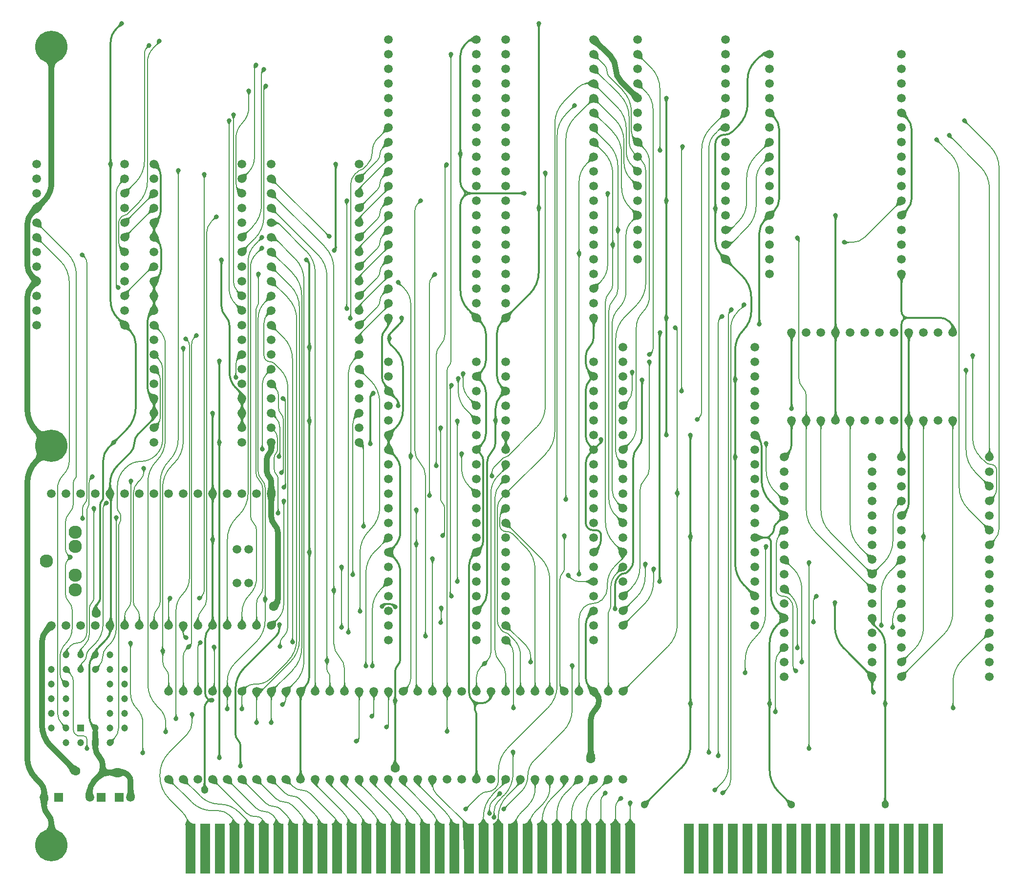
<source format=gbl>
%TF.GenerationSoftware,KiCad,Pcbnew,8.0.4*%
%TF.CreationDate,2024-09-02T20:26:39+02:00*%
%TF.ProjectId,Sound Board,536f756e-6420-4426-9f61-72642e6b6963,V0*%
%TF.SameCoordinates,Original*%
%TF.FileFunction,Copper,L2,Bot*%
%TF.FilePolarity,Positive*%
%FSLAX46Y46*%
G04 Gerber Fmt 4.6, Leading zero omitted, Abs format (unit mm)*
G04 Created by KiCad (PCBNEW 8.0.4) date 2024-09-02 20:26:39*
%MOMM*%
%LPD*%
G01*
G04 APERTURE LIST*
%TA.AperFunction,ComponentPad*%
%ADD10C,1.500000*%
%TD*%
%TA.AperFunction,ComponentPad*%
%ADD11R,1.500000X1.500000*%
%TD*%
%TA.AperFunction,ConnectorPad*%
%ADD12R,1.780000X8.620000*%
%TD*%
%TA.AperFunction,WasherPad*%
%ADD13C,2.300000*%
%TD*%
%TA.AperFunction,WasherPad*%
%ADD14C,1.500000*%
%TD*%
%TA.AperFunction,ComponentPad*%
%ADD15C,5.600000*%
%TD*%
%TA.AperFunction,ComponentPad*%
%ADD16R,1.200000X1.200000*%
%TD*%
%TA.AperFunction,ComponentPad*%
%ADD17C,1.200000*%
%TD*%
%TA.AperFunction,ViaPad*%
%ADD18C,0.800000*%
%TD*%
%TA.AperFunction,ViaPad*%
%ADD19C,1.600000*%
%TD*%
%TA.AperFunction,ViaPad*%
%ADD20C,1.300000*%
%TD*%
%TA.AperFunction,Conductor*%
%ADD21C,0.380000*%
%TD*%
%TA.AperFunction,Conductor*%
%ADD22C,1.000000*%
%TD*%
%TA.AperFunction,Conductor*%
%ADD23C,0.200000*%
%TD*%
G04 APERTURE END LIST*
D10*
%TO.P,B13,1,5V*%
%TO.N,/5V*%
X152400000Y-24130000D03*
%TO.P,B13,2,N.C.*%
%TO.N,unconnected-(B13-N.C.-Pad2)*%
X152400000Y-26670000D03*
%TO.P,B13,3,N.C.*%
%TO.N,unconnected-(B13-N.C.-Pad3)*%
X152400000Y-29209999D03*
%TO.P,B13,4,N.C.*%
%TO.N,unconnected-(B13-N.C.-Pad4)*%
X152400000Y-31750000D03*
%TO.P,B13,5,GND*%
%TO.N,/GND*%
X152400000Y-34290000D03*
%TO.P,B13,6,~{Reset}*%
%TO.N,/Enable*%
X152400000Y-36830000D03*
%TO.P,B13,7,Clk_Sel_{S1}*%
%TO.N,/Clock Select _{S1}*%
X152400000Y-39370000D03*
%TO.P,B13,8,Clk_Sel_{S0}*%
%TO.N,/Clock Select _{S0}*%
X152400000Y-41910001D03*
%TO.P,B13,9,N.C.*%
%TO.N,unconnected-(B13-N.C.-Pad9)*%
X152400000Y-44450000D03*
%TO.P,B13,10,N.C.*%
%TO.N,unconnected-(B13-N.C.-Pad10)*%
X152400000Y-46990000D03*
%TO.P,B13,11,N.C.*%
%TO.N,unconnected-(B13-N.C.-Pad11)*%
X152400000Y-49530000D03*
%TO.P,B13,12,GND*%
%TO.N,/GND*%
X152400000Y-52069999D03*
%TO.P,B13,13,N.C.*%
%TO.N,unconnected-(B13-N.C.-Pad13)*%
X152400000Y-54610000D03*
%TO.P,B13,14,N.C.*%
%TO.N,unconnected-(B13-N.C.-Pad14)*%
X152400000Y-57150000D03*
%TO.P,B13,15,N.C.*%
%TO.N,unconnected-(B13-N.C.-Pad15)*%
X152400000Y-59690000D03*
%TO.P,B13,16,N.C.*%
%TO.N,unconnected-(B13-N.C.-Pad16)*%
X152400000Y-62229999D03*
%TO.P,B13,17,5V*%
%TO.N,/5V*%
X175260000Y-62229999D03*
%TO.P,B13,18,N.C.*%
%TO.N,unconnected-(B13-N.C.-Pad18)*%
X175260000Y-59690000D03*
%TO.P,B13,19,N.C.*%
%TO.N,unconnected-(B13-N.C.-Pad19)*%
X175260000Y-57150000D03*
%TO.P,B13,20,N.C.*%
%TO.N,unconnected-(B13-N.C.-Pad20)*%
X175260000Y-54610000D03*
%TO.P,B13,21,GND*%
%TO.N,/GND*%
X175260000Y-52069999D03*
%TO.P,B13,22,~{WR}_{B}*%
%TO.N,/~{WR}_{B}*%
X175260000Y-49530000D03*
%TO.P,B13,23,~{WR}_{A}*%
%TO.N,/~{WR}_{A}*%
X175260000Y-46990000D03*
%TO.P,B13,24,A0*%
%TO.N,/MAX_{A0}*%
X175260000Y-44450000D03*
%TO.P,B13,25,~{WR}*%
%TO.N,/MAX_{~{WR}}*%
X175260000Y-41910001D03*
%TO.P,B13,26,~{CLK}*%
%TO.N,/~{CLK}*%
X175260000Y-39370000D03*
%TO.P,B13,27,CLK*%
%TO.N,/CLK*%
X175260000Y-36830000D03*
%TO.P,B13,28,GND*%
%TO.N,/GND*%
X175260000Y-34290000D03*
%TO.P,B13,29,N.C.*%
%TO.N,unconnected-(B13-N.C.-Pad29)*%
X175260000Y-31750000D03*
%TO.P,B13,30,N.C.*%
%TO.N,unconnected-(B13-N.C.-Pad30)*%
X175260000Y-29209999D03*
%TO.P,B13,31,N.C.*%
%TO.N,unconnected-(B13-N.C.-Pad31)*%
X175260000Y-26670000D03*
%TO.P,B13,32,N.C.*%
%TO.N,unconnected-(B13-N.C.-Pad32)*%
X175260000Y-24130000D03*
%TD*%
%TO.P,B6,1,T~{OE}*%
%TO.N,/CPU B ~{OE}\u00B7~{WE}*%
X86360000Y-21590000D03*
%TO.P,B6,2,T~{DIR}*%
%TO.N,/~{WD}*%
X86360000Y-24130000D03*
%TO.P,B6,3,M~{OE}*%
%TO.N,/B ~{OE}*%
X86360000Y-26670000D03*
%TO.P,B6,4,M~{WE}*%
%TO.N,/B ~{WE}*%
X86360000Y-29210000D03*
%TO.P,B6,5,M14*%
%TO.N,/M14*%
X86360000Y-31750000D03*
%TO.P,B6,6,M13*%
%TO.N,/M13*%
X86360000Y-34290000D03*
%TO.P,B6,7,M12*%
%TO.N,/M12*%
X86360000Y-36830000D03*
%TO.P,B6,8,M11*%
%TO.N,/M11*%
X86360000Y-39370000D03*
%TO.P,B6,9,M10*%
%TO.N,/M10*%
X86360000Y-41910000D03*
%TO.P,B6,10,M9*%
%TO.N,/M9*%
X86360000Y-44450000D03*
%TO.P,B6,11,M8*%
%TO.N,/M8*%
X86360000Y-46990000D03*
%TO.P,B6,12,M7*%
%TO.N,/M7*%
X86360000Y-49530000D03*
%TO.P,B6,13,M6*%
%TO.N,/M6*%
X86360000Y-52070000D03*
%TO.P,B6,14,M5*%
%TO.N,/M5*%
X86360000Y-54610000D03*
%TO.P,B6,15,M4*%
%TO.N,/M4*%
X86360000Y-57150000D03*
%TO.P,B6,16,M3*%
%TO.N,/M3*%
X86360000Y-59690000D03*
%TO.P,B6,17,M2*%
%TO.N,/M2*%
X86360000Y-62230000D03*
%TO.P,B6,18,M1*%
%TO.N,/M1*%
X86360000Y-64770000D03*
%TO.P,B6,19,M0*%
%TO.N,/M0*%
X86360000Y-67310000D03*
%TO.P,B6,20,5V*%
%TO.N,/5V*%
X86360000Y-69850000D03*
%TO.P,B6,21,GND*%
%TO.N,/GND*%
X101600000Y-69850000D03*
%TO.P,B6,22,LLE*%
%TO.N,/Sound Address*%
X101600000Y-67310000D03*
%TO.P,B6,23,L~{OE}*%
%TO.N,/~{WR}_{B}*%
X101600000Y-64770000D03*
%TO.P,B6,24,LQ0*%
%TO.N,/MAX0*%
X101600000Y-62230000D03*
%TO.P,B6,25,LQ1*%
%TO.N,/MAX1*%
X101600000Y-59690000D03*
%TO.P,B6,26,LQ2*%
%TO.N,/MAX2*%
X101600000Y-57150000D03*
%TO.P,B6,27,LQ3*%
%TO.N,/MAX3*%
X101600000Y-54610000D03*
%TO.P,B6,28,LQ4*%
%TO.N,/MAX4*%
X101600000Y-52070000D03*
%TO.P,B6,29,LQ5*%
%TO.N,/MAX5*%
X101600000Y-49530000D03*
%TO.P,B6,30,LQ6*%
%TO.N,/MAX6*%
X101600000Y-46990000D03*
%TO.P,B6,31,LQ7*%
%TO.N,/MAX7*%
X101600000Y-44450000D03*
%TO.P,B6,32,D0*%
%TO.N,/D0*%
X101600000Y-41910000D03*
%TO.P,B6,33,D1*%
%TO.N,/D1*%
X101600000Y-39370000D03*
%TO.P,B6,34,D2*%
%TO.N,/D2*%
X101600000Y-36830000D03*
%TO.P,B6,35,D3*%
%TO.N,/D3*%
X101600000Y-34290000D03*
%TO.P,B6,36,D4*%
%TO.N,/D4*%
X101600000Y-31750000D03*
%TO.P,B6,37,D5*%
%TO.N,/D5*%
X101600000Y-29210000D03*
%TO.P,B6,38,D6*%
%TO.N,/D6*%
X101600000Y-26670000D03*
%TO.P,B6,39,D7*%
%TO.N,/D7*%
X101600000Y-24130000D03*
%TO.P,B6,40,GND*%
%TO.N,/GND*%
X101600000Y-21590000D03*
%TD*%
D11*
%TO.P,LED1,1,K*%
%TO.N,Net-(LED1-K)*%
X29215000Y-153035000D03*
D10*
%TO.P,LED1,2,A*%
%TO.N,/GND*%
X26675000Y-153035000D03*
%TD*%
%TO.P,B16,1,A0_{IN}*%
%TO.N,/A0_{D}*%
X48260000Y-149860000D03*
%TO.P,B16,2,A1_{IN}*%
%TO.N,/A1_{D}*%
X50800000Y-149860000D03*
%TO.P,B16,3,5V*%
%TO.N,/5V*%
X53340000Y-149860000D03*
%TO.P,B16,4,A2_{IN}*%
%TO.N,/A2_{D}*%
X55880000Y-149860000D03*
%TO.P,B16,5,A3_{IN}*%
%TO.N,/A3_{D}*%
X58420000Y-149860000D03*
%TO.P,B16,6,A4_{IN}*%
%TO.N,/A4_{D}*%
X60960000Y-149860000D03*
%TO.P,B16,7,A5_{IN}*%
%TO.N,/A5_{D}*%
X63500000Y-149860000D03*
%TO.P,B16,8,A6_{IN}*%
%TO.N,/A6_{D}*%
X66040000Y-149860000D03*
%TO.P,B16,9,A7_{IN}*%
%TO.N,/A7_{D}*%
X68580000Y-149860000D03*
%TO.P,B16,10,GND*%
%TO.N,/GND*%
X71120000Y-149860000D03*
%TO.P,B16,11,A8_{IN}*%
%TO.N,/A8_{D}*%
X73660000Y-149860000D03*
%TO.P,B16,12,A9_{IN}*%
%TO.N,/A9_{D}*%
X76200000Y-149860000D03*
%TO.P,B16,13,A10_{IN}*%
%TO.N,/A10_{D}*%
X78740000Y-149860000D03*
%TO.P,B16,14,A11_{IN}*%
%TO.N,/A11_{D}*%
X81280000Y-149860000D03*
%TO.P,B16,15,A12_{IN}*%
%TO.N,/A12_{D}*%
X83820000Y-149860000D03*
%TO.P,B16,16,A13_{IN}*%
%TO.N,/A13_{D}*%
X86360000Y-149860000D03*
%TO.P,B16,17,A14_{IN}*%
%TO.N,/A14_{D}*%
X88900000Y-149860000D03*
%TO.P,B16,18,A15_{IN}*%
%TO.N,/A15_{D}*%
X91440000Y-149860000D03*
%TO.P,B16,19,A16_{IN}*%
%TO.N,/A16_{D}*%
X93980000Y-149860000D03*
%TO.P,B16,20,~{RD}_{IN}*%
%TO.N,/~{RD}_{D}*%
X96520000Y-149860000D03*
%TO.P,B16,21,~{WD}_{IN}*%
%TO.N,/~{WD}_{D}*%
X99060000Y-149860000D03*
%TO.P,B16,22,S_{IN}*%
%TO.N,/GND*%
X101600000Y-149860000D03*
%TO.P,B16,23,GND*%
X104140000Y-149860000D03*
%TO.P,B16,24,D7_{IN/OUT}*%
%TO.N,/D7_{D}*%
X106680000Y-149860000D03*
%TO.P,B16,25,D6_{IN/OUT}*%
%TO.N,/D6_{D}*%
X109220000Y-149860000D03*
%TO.P,B16,26,D5_{IN/OUT}*%
%TO.N,/D5_{D}*%
X111760000Y-149860000D03*
%TO.P,B16,27,D4_{IN/OUT}*%
%TO.N,/D4_{D}*%
X114300000Y-149860000D03*
%TO.P,B16,28,D3_{IN/OUT}*%
%TO.N,/D3_{D}*%
X116840000Y-149860000D03*
%TO.P,B16,29,D2_{IN/OUT}*%
%TO.N,/D2_{D}*%
X119380000Y-149860000D03*
%TO.P,B16,30,D1_{IN/OUT}*%
%TO.N,/D1_{D}*%
X121920000Y-149860000D03*
%TO.P,B16,31,D0_{IN/OUT}*%
%TO.N,/D0_{D}*%
X124460000Y-149860000D03*
%TO.P,B16,32,Deivce_~{CS}_{IN}*%
%TO.N,/~{Select}_{D}*%
X127000000Y-149860000D03*
%TO.P,B16,33,Deivce_~{CS}*%
%TO.N,/Device ~{CS}*%
X127000000Y-134620000D03*
%TO.P,B16,34,D0*%
%TO.N,/D0*%
X124460000Y-134620000D03*
%TO.P,B16,35,5V*%
%TO.N,/5V*%
X121920000Y-134620000D03*
%TO.P,B16,36,D1*%
%TO.N,/D1*%
X119380000Y-134620000D03*
%TO.P,B16,37,D2*%
%TO.N,/D2*%
X116840000Y-134620000D03*
%TO.P,B16,38,D3*%
%TO.N,/D3*%
X114300000Y-134620000D03*
%TO.P,B16,39,D4*%
%TO.N,/D4*%
X111760000Y-134620000D03*
%TO.P,B16,40,D5*%
%TO.N,/D5*%
X109220000Y-134620000D03*
%TO.P,B16,41,D6*%
%TO.N,/D6*%
X106680000Y-134620000D03*
%TO.P,B16,42,GND*%
%TO.N,/GND*%
X104140000Y-134620000D03*
%TO.P,B16,43,D7*%
%TO.N,/D7*%
X101600000Y-134620000D03*
%TO.P,B16,44,S*%
%TO.N,unconnected-(B16-S-Pad44)*%
X99060000Y-134620000D03*
%TO.P,B16,45,~{WD}*%
%TO.N,/~{WD}*%
X96520000Y-134620000D03*
%TO.P,B16,46,~{RD}*%
%TO.N,/~{RD}*%
X93980000Y-134620000D03*
%TO.P,B16,47,A16*%
%TO.N,/A16*%
X91440000Y-134620000D03*
%TO.P,B16,48,A15*%
%TO.N,/A15*%
X88900000Y-134620000D03*
%TO.P,B16,49,A14*%
%TO.N,/A14*%
X86360000Y-134620000D03*
%TO.P,B16,50,A13*%
%TO.N,/A13*%
X83820000Y-134620000D03*
%TO.P,B16,51,A12*%
%TO.N,/A12*%
X81280000Y-134620000D03*
%TO.P,B16,52,A11*%
%TO.N,/A11*%
X78740000Y-134620000D03*
%TO.P,B16,53,A10*%
%TO.N,/A10*%
X76200000Y-134620000D03*
%TO.P,B16,54,A9*%
%TO.N,/A9*%
X73660000Y-134620000D03*
%TO.P,B16,55,GND*%
%TO.N,/GND*%
X71120000Y-134620000D03*
%TO.P,B16,56,A8*%
%TO.N,/A8*%
X68580000Y-134620000D03*
%TO.P,B16,57,A7*%
%TO.N,/A7*%
X66040000Y-134620000D03*
%TO.P,B16,58,A6*%
%TO.N,/A6*%
X63500000Y-134620000D03*
%TO.P,B16,59,A5*%
%TO.N,/A5*%
X60960000Y-134620000D03*
%TO.P,B16,60,A4*%
%TO.N,/A4*%
X58420000Y-134620000D03*
%TO.P,B16,61,A3*%
%TO.N,/A3*%
X55880000Y-134620000D03*
%TO.P,B16,62,A2*%
%TO.N,/A2*%
X53340000Y-134620000D03*
%TO.P,B16,63,A1*%
%TO.N,/A1*%
X50800000Y-134620000D03*
%TO.P,B16,64,A0*%
%TO.N,/A0*%
X48260000Y-134620000D03*
%TD*%
D12*
%TO.P,J5,A1,A1*%
%TO.N,/~{Reset}_{System}*%
X52019200Y-161925000D03*
%TO.P,J5,A2,A2*%
%TO.N,unconnected-(J5-PadA2)*%
X54559200Y-161925000D03*
%TO.P,J5,A3,A3*%
%TO.N,unconnected-(J5-PadA3)*%
X57099200Y-161925000D03*
%TO.P,J5,A4,A4*%
%TO.N,/A0_{D}*%
X59639200Y-161925000D03*
%TO.P,J5,A5,A5*%
%TO.N,/A1_{D}*%
X62179200Y-161925000D03*
%TO.P,J5,A6,A6*%
%TO.N,/A2_{D}*%
X64719200Y-161925000D03*
%TO.P,J5,A7,A7*%
%TO.N,/A3_{D}*%
X67259200Y-161925000D03*
%TO.P,J5,A8,A8*%
%TO.N,/A4_{D}*%
X69799200Y-161925000D03*
%TO.P,J5,A9,A9*%
%TO.N,/A5_{D}*%
X72339200Y-161925000D03*
%TO.P,J5,A10,A10*%
%TO.N,/A6_{D}*%
X74879200Y-161925000D03*
%TO.P,J5,A11,A11*%
%TO.N,/A7_{D}*%
X77419200Y-161925000D03*
%TO.P,J5,A12,A12*%
%TO.N,/A8_{D}*%
X79959200Y-161925000D03*
%TO.P,J5,A13,A13*%
%TO.N,/A9_{D}*%
X82499200Y-161925000D03*
%TO.P,J5,A14,A14*%
%TO.N,/A10_{D}*%
X85039200Y-161925000D03*
%TO.P,J5,A15,A15*%
%TO.N,/A11_{D}*%
X87579200Y-161925000D03*
%TO.P,J5,A16,A16*%
%TO.N,/A12_{D}*%
X90119200Y-161925000D03*
%TO.P,J5,A17,A17*%
%TO.N,/A13_{D}*%
X92659200Y-161925000D03*
%TO.P,J5,A18,A18*%
%TO.N,/A14_{D}*%
X95199200Y-161925000D03*
%TO.P,J5,A19,A19*%
%TO.N,/A15_{D}*%
X97739200Y-161925000D03*
%TO.P,J5,A20,A20*%
%TO.N,/A16_{D}*%
X100279200Y-161925000D03*
%TO.P,J5,A21,A21*%
%TO.N,/D7_{D}*%
X102819200Y-161925000D03*
%TO.P,J5,A22,A22*%
%TO.N,/D6_{D}*%
X105359200Y-161925000D03*
%TO.P,J5,A23,A23*%
%TO.N,/D5_{D}*%
X107899200Y-161925000D03*
%TO.P,J5,A24,A24*%
%TO.N,/D4_{D}*%
X110439200Y-161925000D03*
%TO.P,J5,A25,A25*%
%TO.N,/D3_{D}*%
X112979200Y-161925000D03*
%TO.P,J5,A26,A26*%
%TO.N,/D2_{D}*%
X115519200Y-161925000D03*
%TO.P,J5,A27,A27*%
%TO.N,/D1_{D}*%
X118059200Y-161925000D03*
%TO.P,J5,A28,A28*%
%TO.N,/D0_{D}*%
X120599200Y-161925000D03*
%TO.P,J5,A29,A29*%
%TO.N,/H2_{D}*%
X123139200Y-161925000D03*
%TO.P,J5,A30,A30*%
%TO.N,/H1_{D}*%
X125679200Y-161925000D03*
%TO.P,J5,A31,A31*%
%TO.N,/H0_{D}*%
X128219200Y-161925000D03*
%TO.P,J5,C1,C1*%
%TO.N,unconnected-(J5-PadC1)*%
X138379200Y-161925000D03*
%TO.P,J5,C2,C2*%
%TO.N,unconnected-(J5-PadC2)*%
X140919200Y-161925000D03*
%TO.P,J5,C3,C3*%
%TO.N,unconnected-(J5-PadC3)*%
X143459200Y-161925000D03*
%TO.P,J5,C4,C4*%
%TO.N,unconnected-(J5-PadC4)*%
X145999200Y-161925000D03*
%TO.P,J5,C5,C5*%
%TO.N,unconnected-(J5-PadC5)*%
X148539200Y-161925000D03*
%TO.P,J5,C6,C6*%
%TO.N,unconnected-(J5-PadC6)*%
X151079200Y-161925000D03*
%TO.P,J5,C7,C7*%
%TO.N,unconnected-(J5-PadC7)*%
X153619200Y-161925000D03*
%TO.P,J5,C8,C8*%
%TO.N,unconnected-(J5-PadC8)*%
X156159200Y-161925000D03*
%TO.P,J5,C9,C9*%
%TO.N,unconnected-(J5-PadC9)*%
X158699200Y-161925000D03*
%TO.P,J5,C10,C10*%
%TO.N,unconnected-(J5-PadC10)*%
X161239200Y-161925000D03*
%TO.P,J5,C11,C11*%
%TO.N,unconnected-(J5-PadC11)*%
X163779200Y-161925000D03*
%TO.P,J5,C12,C12*%
%TO.N,unconnected-(J5-PadC12)*%
X166319200Y-161925000D03*
%TO.P,J5,C13,C13*%
%TO.N,unconnected-(J5-PadC13)*%
X168859200Y-161925000D03*
%TO.P,J5,C14,C14*%
%TO.N,unconnected-(J5-PadC14)*%
X171399200Y-161925000D03*
%TO.P,J5,C15,C15*%
%TO.N,unconnected-(J5-PadC15)*%
X173939200Y-161925000D03*
%TO.P,J5,C16,C16*%
%TO.N,unconnected-(J5-PadC16)*%
X176479200Y-161925000D03*
%TO.P,J5,C17,C17*%
%TO.N,unconnected-(J5-PadC17)*%
X179019200Y-161925000D03*
%TO.P,J5,C18,C18*%
%TO.N,unconnected-(J5-PadC18)*%
X181559200Y-161925000D03*
%TD*%
D10*
%TO.P,B2,1,~{PH=QH}*%
%TO.N,unconnected-(B2-~{PH=QH}-Pad1)*%
X106680000Y-77470000D03*
%TO.P,B2,2,~{PL=QL}*%
%TO.N,unconnected-(B2-~{PL=QL}-Pad2)*%
X106680000Y-80010000D03*
%TO.P,B2,3,5V*%
%TO.N,/5V*%
X106680000Y-82549999D03*
%TO.P,B2,4,N.C.*%
%TO.N,unconnected-(B2-N.C.-Pad4)*%
X106680000Y-85090000D03*
%TO.P,B2,5,N.C.*%
%TO.N,unconnected-(B2-N.C.-Pad5)*%
X106680000Y-87630000D03*
%TO.P,B2,6,~{OE}*%
%TO.N,/GND*%
X106680000Y-90170000D03*
%TO.P,B2,7,GND*%
X106680000Y-92710000D03*
%TO.P,B2,8,D7*%
%TO.N,/D7*%
X106680000Y-95250001D03*
%TO.P,B2,9,D6*%
%TO.N,/D6*%
X106680000Y-97790000D03*
%TO.P,B2,10,D5*%
%TO.N,/D5*%
X106680000Y-100330000D03*
%TO.P,B2,11,D4*%
%TO.N,/D4*%
X106680000Y-102870000D03*
%TO.P,B2,12,D3*%
%TO.N,/D3*%
X106680000Y-105409999D03*
%TO.P,B2,13,D2*%
%TO.N,/D2*%
X106680000Y-107950000D03*
%TO.P,B2,14,GND*%
%TO.N,/GND*%
X106680000Y-110490000D03*
%TO.P,B2,15,D1*%
%TO.N,/D1*%
X106680000Y-113030000D03*
%TO.P,B2,16,D0*%
%TO.N,/D0*%
X106680000Y-115569999D03*
%TO.P,B2,17,N.C.*%
%TO.N,unconnected-(B2-N.C.-Pad17)*%
X106680000Y-118110001D03*
%TO.P,B2,18,N.C.*%
%TO.N,unconnected-(B2-N.C.-Pad18)*%
X106680000Y-120650000D03*
%TO.P,B2,19,Write_A_High*%
%TO.N,/Write Interrupt Address High*%
X106680000Y-123190000D03*
%TO.P,B2,20,Write_A_Low*%
%TO.N,/Write Interrupt Address Low*%
X106680000Y-125730000D03*
%TO.P,B2,21,C0*%
%TO.N,/C0*%
X121920000Y-125730000D03*
%TO.P,B2,22,C1*%
%TO.N,/C1*%
X121920000Y-123190000D03*
%TO.P,B2,23,5V*%
%TO.N,/5V*%
X121920000Y-120650000D03*
%TO.P,B2,24,C2*%
%TO.N,/C2*%
X121920000Y-118110000D03*
%TO.P,B2,25,C3*%
%TO.N,/C3*%
X121920000Y-115570000D03*
%TO.P,B2,26,C4*%
%TO.N,/C4*%
X121920000Y-113030000D03*
%TO.P,B2,27,GND*%
%TO.N,/GND*%
X121920000Y-110490000D03*
%TO.P,B2,28,C5*%
%TO.N,/C5*%
X121920000Y-107950000D03*
%TO.P,B2,29,C6*%
%TO.N,/C6*%
X121920000Y-105410000D03*
%TO.P,B2,30,C7*%
%TO.N,/C7*%
X121920000Y-102870000D03*
%TO.P,B2,31,C8*%
%TO.N,/C8*%
X121920000Y-100330000D03*
%TO.P,B2,32,C9*%
%TO.N,/C9*%
X121920000Y-97790000D03*
%TO.P,B2,33,C10*%
%TO.N,/C10*%
X121920000Y-95250000D03*
%TO.P,B2,34,GND*%
%TO.N,/GND*%
X121920000Y-92710000D03*
%TO.P,B2,35,C11*%
%TO.N,/C11*%
X121920000Y-90170000D03*
%TO.P,B2,36,C12*%
%TO.N,/C12*%
X121920000Y-87630000D03*
%TO.P,B2,37,C13*%
%TO.N,/C13*%
X121920000Y-85090000D03*
%TO.P,B2,38,C14*%
%TO.N,/C14*%
X121920000Y-82550000D03*
%TO.P,B2,39,C15*%
%TO.N,/GND*%
X121920000Y-80010000D03*
%TO.P,B2,40,~{C=A}*%
%TO.N,/~{Interrupt} _{CMP}*%
X121920000Y-77470000D03*
%TD*%
%TO.P,B17,1,5V*%
%TO.N,/5V*%
X156210000Y-87630000D03*
%TO.P,B17,2,~{Device_RAM}*%
%TO.N,/~{Device RAM}*%
X158750000Y-87630000D03*
%TO.P,B17,3,~{Device_Registers}*%
%TO.N,/~{Device Registers}*%
X161289999Y-87630000D03*
%TO.P,B17,4,GND*%
%TO.N,/GND*%
X163830000Y-87630000D03*
%TO.P,B17,5,~{Device_ROM}*%
%TO.N,/~{Device ROM}*%
X166370000Y-87630000D03*
%TO.P,B17,6,H2_{REG}*%
%TO.N,/3.3V*%
X168910000Y-87630000D03*
%TO.P,B17,7,H1_{REG}*%
X171450000Y-87630000D03*
%TO.P,B17,8,H0_{REG}*%
X173990001Y-87630000D03*
%TO.P,B17,9,GND*%
%TO.N,/GND*%
X176530000Y-87630000D03*
%TO.P,B17,10,~{RD}*%
%TO.N,/~{RD}*%
X179070000Y-87630000D03*
%TO.P,B17,11,~{Device_Select}*%
%TO.N,/Device ~{CS}*%
X181610000Y-87630000D03*
%TO.P,B17,12,~{WD}*%
%TO.N,/~{WD}*%
X184149999Y-87630000D03*
%TO.P,B17,13,5V*%
%TO.N,/5V*%
X184150000Y-72390000D03*
%TO.P,B17,14,N.C.*%
%TO.N,unconnected-(B17-N.C.-Pad14)*%
X181610000Y-72390000D03*
%TO.P,B17,15,N.C.*%
%TO.N,unconnected-(B17-N.C.-Pad15)*%
X179070000Y-72390000D03*
%TO.P,B17,16,GND*%
%TO.N,/GND*%
X176530000Y-72390000D03*
%TO.P,B17,17,H0_{OUT}*%
%TO.N,/H0_{D}*%
X173990000Y-72390000D03*
%TO.P,B17,18,H1_{OUT}*%
%TO.N,/H1_{D}*%
X171450000Y-72390000D03*
%TO.P,B17,19,H2_{OUT}*%
%TO.N,/H2_{D}*%
X168910000Y-72390000D03*
%TO.P,B17,20,N.C.*%
%TO.N,unconnected-(B17-N.C.-Pad20)*%
X166370000Y-72390000D03*
%TO.P,B17,21,GND*%
%TO.N,/GND*%
X163830000Y-72390000D03*
%TO.P,B17,22,N.C.*%
%TO.N,unconnected-(B17-N.C.-Pad22)*%
X161290000Y-72390000D03*
%TO.P,B17,23,N.C.*%
%TO.N,unconnected-(B17-N.C.-Pad23)*%
X158750000Y-72390000D03*
%TO.P,B17,24,3.3V*%
%TO.N,/3.3V*%
X156210000Y-72390000D03*
%TD*%
D13*
%TO.P,B9,*%
%TO.N,*%
X32059000Y-117014000D03*
D14*
X60103000Y-115824000D03*
X62103000Y-115824000D03*
D13*
X32059000Y-114514000D03*
X27059000Y-112014000D03*
D14*
X60103000Y-109982000D03*
X62103000Y-109982000D03*
D13*
X32059000Y-109514000D03*
X32059000Y-107014000D03*
D10*
%TO.P,B9,1,5V*%
%TO.N,/5V*%
X27940000Y-123190000D03*
%TO.P,B9,2,N.C.*%
%TO.N,unconnected-(B9-N.C.-Pad2)*%
X30480000Y-123190000D03*
%TO.P,B9,3,N.C.*%
%TO.N,unconnected-(B9-N.C.-Pad3)*%
X33020000Y-123190000D03*
%TO.P,B9,4,~{Enable}*%
%TO.N,/~{Enable}_{D}*%
X35560000Y-123190000D03*
%TO.P,B9,5,GND*%
%TO.N,/GND*%
X38100000Y-123190000D03*
%TO.P,B9,6,A0*%
%TO.N,/MAX_{A0}*%
X40640000Y-123190000D03*
%TO.P,B9,7,~{WR}*%
%TO.N,/MAX_{~{WR}}*%
X43180000Y-123190000D03*
%TO.P,B9,8,D7*%
%TO.N,/MAX7*%
X45720000Y-123190000D03*
%TO.P,B9,9,D6*%
%TO.N,/MAX6*%
X48260000Y-123190000D03*
%TO.P,B9,10,D5*%
%TO.N,/MAX5*%
X50800000Y-123190000D03*
%TO.P,B9,11,D4*%
%TO.N,/MAX4*%
X53340000Y-123190000D03*
%TO.P,B9,12,GND*%
%TO.N,/GND*%
X55880000Y-123190000D03*
%TO.P,B9,13,D3*%
%TO.N,/MAX3*%
X58420000Y-123190000D03*
%TO.P,B9,14,D2*%
%TO.N,/MAX2*%
X60960000Y-123190000D03*
%TO.P,B9,15,D1*%
%TO.N,/MAX1*%
X63500000Y-123190000D03*
%TO.P,B9,16,D0*%
%TO.N,/MAX0*%
X66040000Y-123190000D03*
%TO.P,B9,17,5V*%
%TO.N,/5V*%
X66040000Y-100330000D03*
%TO.P,B9,18,N.C.*%
%TO.N,unconnected-(B9-N.C.-Pad18)*%
X63500000Y-100330000D03*
%TO.P,B9,19,N.C.*%
%TO.N,unconnected-(B9-N.C.-Pad19)*%
X60960000Y-100330000D03*
%TO.P,B9,20,N.C.*%
%TO.N,unconnected-(B9-N.C.-Pad20)*%
X58420000Y-100330000D03*
%TO.P,B9,21,GND*%
%TO.N,/GND*%
X55880000Y-100330000D03*
%TO.P,B9,22,N.C.*%
%TO.N,unconnected-(B9-N.C.-Pad22)*%
X53340000Y-100330000D03*
%TO.P,B9,23,N.C.*%
%TO.N,unconnected-(B9-N.C.-Pad23)*%
X50800000Y-100330000D03*
%TO.P,B9,24,N.C.*%
%TO.N,unconnected-(B9-N.C.-Pad24)*%
X48260000Y-100330000D03*
%TO.P,B9,25,N.C.*%
%TO.N,unconnected-(B9-N.C.-Pad25)*%
X45720000Y-100330000D03*
%TO.P,B9,26,N.C.*%
%TO.N,unconnected-(B9-N.C.-Pad26)*%
X43180000Y-100330000D03*
%TO.P,B9,27,N.C.*%
%TO.N,unconnected-(B9-N.C.-Pad27)*%
X40640000Y-100330000D03*
%TO.P,B9,28,GND*%
%TO.N,/GND*%
X38100000Y-100330000D03*
%TO.P,B9,29,N.C.*%
%TO.N,unconnected-(B9-N.C.-Pad29)*%
X35560000Y-100330000D03*
%TO.P,B9,30,N.C.*%
%TO.N,unconnected-(B9-N.C.-Pad30)*%
X33020000Y-100330000D03*
%TO.P,B9,31,N.C.*%
%TO.N,unconnected-(B9-N.C.-Pad31)*%
X30480000Y-100330000D03*
%TO.P,B9,32,N.C.*%
%TO.N,unconnected-(B9-N.C.-Pad32)*%
X27940000Y-100330000D03*
%TD*%
%TO.P,B8,1,5V*%
%TO.N,/5V*%
X129540000Y-21590000D03*
%TO.P,B8,2,Interrupt_CLK*%
%TO.N,/~{CLK}*%
X129540000Y-24130000D03*
%TO.P,B8,3,Write_Clear_Interrupt*%
%TO.N,/Write Clear Interrupt*%
X129540000Y-26669999D03*
%TO.P,B8,4,~{Set_Interrupt_on_CLK}*%
%TO.N,/~{Interrupt} _{CMP}*%
X129540000Y-29210000D03*
%TO.P,B8,5,GND*%
%TO.N,/GND*%
X129540000Y-31750000D03*
%TO.P,B8,6,Read_Flags*%
%TO.N,/Read Flags*%
X129540000Y-34290000D03*
%TO.P,B8,7,Write_Flags*%
%TO.N,/Write Flags*%
X129540000Y-36830000D03*
%TO.P,B8,8,D7*%
%TO.N,/D7*%
X129540000Y-39370001D03*
%TO.P,B8,9,D6*%
%TO.N,/D6*%
X129540000Y-41910000D03*
%TO.P,B8,10,D5*%
%TO.N,/D5*%
X129540000Y-44450000D03*
%TO.P,B8,11,D4*%
%TO.N,/D4*%
X129540000Y-46990000D03*
%TO.P,B8,12,GND*%
%TO.N,/GND*%
X129540000Y-49529999D03*
%TO.P,B8,13,D3*%
%TO.N,/D3*%
X129540000Y-52070000D03*
%TO.P,B8,14,D2*%
%TO.N,/D2*%
X129540000Y-54610000D03*
%TO.P,B8,15,D1*%
%TO.N,/D1*%
X129540000Y-57150000D03*
%TO.P,B8,16,D0*%
%TO.N,/D0*%
X129540000Y-59689999D03*
%TO.P,B8,17,5V*%
%TO.N,/5V*%
X144780000Y-59690000D03*
%TO.P,B8,18,F0*%
%TO.N,/Clock Select _{S0}*%
X144780000Y-57150000D03*
%TO.P,B8,19,F1*%
%TO.N,/Clock Select _{S1}*%
X144780000Y-54610000D03*
%TO.P,B8,20,F2*%
%TO.N,unconnected-(B8-F2-Pad20)*%
X144780000Y-52070000D03*
%TO.P,B8,21,GND*%
%TO.N,/GND*%
X144780000Y-49530000D03*
%TO.P,B8,22,F3*%
%TO.N,unconnected-(B8-F3-Pad22)*%
X144780000Y-46990000D03*
%TO.P,B8,23,F4*%
%TO.N,unconnected-(B8-F4-Pad23)*%
X144780000Y-44450000D03*
%TO.P,B8,24,F5*%
%TO.N,unconnected-(B8-F5-Pad24)*%
X144780000Y-41910000D03*
%TO.P,B8,25,N.C.*%
%TO.N,unconnected-(B8-N.C.-Pad25)*%
X144780000Y-39370000D03*
%TO.P,B8,26,~{Enable}*%
%TO.N,/~{Enable}_{D}*%
X144780000Y-36830000D03*
%TO.P,B8,27,Enable*%
%TO.N,/Enable*%
X144780000Y-34290000D03*
%TO.P,B8,28,GND*%
%TO.N,/GND*%
X144780000Y-31750000D03*
%TO.P,B8,29,~{INT}*%
%TO.N,/~{Interrupt}_{D}*%
X144780000Y-29210000D03*
%TO.P,B8,30,INT*%
%TO.N,unconnected-(B8-INT-Pad30)*%
X144780000Y-26670000D03*
%TO.P,B8,31,N.C.*%
%TO.N,unconnected-(B8-N.C.-Pad31)*%
X144780000Y-24130000D03*
%TO.P,B8,32,N.C.*%
%TO.N,unconnected-(B8-N.C.-Pad32)*%
X144780000Y-21590000D03*
%TD*%
D15*
%TO.P,H9,1,GND*%
%TO.N,/GND*%
X27940000Y-161290000D03*
%TD*%
D10*
%TO.P,B1,1,Read_Count_High*%
%TO.N,/Read Counter Address High*%
X127000000Y-74930000D03*
%TO.P,B1,2,Read_Count_Low*%
%TO.N,/Read Counter Address Low*%
X127000000Y-77470000D03*
%TO.P,B1,3,5V*%
%TO.N,/5V*%
X127000000Y-80009999D03*
%TO.P,B1,4,CLK*%
%TO.N,/CLK*%
X127000000Y-82550000D03*
%TO.P,B1,5,~{Load_Count_Start}*%
%TO.N,/~{End} _{CMP}*%
X127000000Y-85090000D03*
%TO.P,B1,6,~{Reset}*%
%TO.N,/Enable*%
X127000000Y-87630000D03*
%TO.P,B1,7,GND*%
%TO.N,/GND*%
X127000000Y-90170000D03*
%TO.P,B1,8,D7*%
%TO.N,/D7*%
X127000000Y-92710001D03*
%TO.P,B1,9,D6*%
%TO.N,/D6*%
X127000000Y-95250000D03*
%TO.P,B1,10,D5*%
%TO.N,/D5*%
X127000000Y-97790000D03*
%TO.P,B1,11,D4*%
%TO.N,/D4*%
X127000000Y-100330000D03*
%TO.P,B1,12,D3*%
%TO.N,/D3*%
X127000000Y-102869999D03*
%TO.P,B1,13,D2*%
%TO.N,/D2*%
X127000000Y-105410000D03*
%TO.P,B1,14,GND*%
%TO.N,/GND*%
X127000000Y-107950000D03*
%TO.P,B1,15,D1*%
%TO.N,/D1*%
X127000000Y-110490000D03*
%TO.P,B1,16,D0*%
%TO.N,/D0*%
X127000000Y-113029999D03*
%TO.P,B1,17,Count_Enable*%
%TO.N,/3.3V*%
X127000000Y-115570001D03*
%TO.P,B1,18,Latch_Count*%
%TO.N,/Read Counter Address Low*%
X127000000Y-118110000D03*
%TO.P,B1,19,Write_Start_High*%
%TO.N,/Write Start Address High*%
X127000000Y-120650000D03*
%TO.P,B1,20,Write_Start_Low*%
%TO.N,/Write Start Address Low*%
X127000000Y-123190000D03*
%TO.P,B1,21,C0*%
%TO.N,/C0*%
X149860000Y-123190000D03*
%TO.P,B1,22,C1*%
%TO.N,/C1*%
X149860000Y-120650000D03*
%TO.P,B1,23,5V*%
%TO.N,/5V*%
X149860000Y-118110000D03*
%TO.P,B1,24,C2*%
%TO.N,/C2*%
X149860000Y-115570001D03*
%TO.P,B1,25,C3*%
%TO.N,/C3*%
X149860000Y-113029999D03*
%TO.P,B1,26,C4*%
%TO.N,/C4*%
X149860000Y-110490000D03*
%TO.P,B1,27,GND*%
%TO.N,/GND*%
X149860000Y-107950000D03*
%TO.P,B1,28,C5*%
%TO.N,/C5*%
X149860000Y-105410000D03*
%TO.P,B1,29,C6*%
%TO.N,/C6*%
X149860000Y-102869999D03*
%TO.P,B1,30,C7*%
%TO.N,/C7*%
X149860000Y-100330000D03*
%TO.P,B1,31,C8*%
%TO.N,/C8*%
X149860000Y-97790000D03*
%TO.P,B1,32,C9*%
%TO.N,/C9*%
X149860000Y-95250000D03*
%TO.P,B1,33,C10*%
%TO.N,/C10*%
X149860000Y-92710001D03*
%TO.P,B1,34,GND*%
%TO.N,/GND*%
X149860000Y-90170000D03*
%TO.P,B1,35,C11*%
%TO.N,/C11*%
X149860000Y-87630000D03*
%TO.P,B1,36,C12*%
%TO.N,/C12*%
X149860000Y-85090000D03*
%TO.P,B1,37,C13*%
%TO.N,/C13*%
X149860000Y-82550000D03*
%TO.P,B1,38,C14*%
%TO.N,/C14*%
X149860000Y-80009999D03*
%TO.P,B1,39,C15*%
%TO.N,unconnected-(B1-C15-Pad39)*%
X149860000Y-77470000D03*
%TO.P,B1,40,TC_{12..15}*%
%TO.N,unconnected-(B1-TC_{12..15}-Pad40)*%
X149860000Y-74930000D03*
%TD*%
%TO.P,B3,1,~{E}*%
%TO.N,/GND*%
X66040000Y-43180000D03*
%TO.P,B3,2,S*%
%TO.N,/~{Device RAM}*%
X66040000Y-45720000D03*
%TO.P,B3,3,A11*%
%TO.N,/A11*%
X66040000Y-48259999D03*
%TO.P,B3,4,A10*%
%TO.N,/A10*%
X66040000Y-50800000D03*
%TO.P,B3,5,A9*%
%TO.N,/A9*%
X66040000Y-53340000D03*
%TO.P,B3,6,A8*%
%TO.N,/A8*%
X66040000Y-55880000D03*
%TO.P,B3,7,A7*%
%TO.N,/A7*%
X66040000Y-58420000D03*
%TO.P,B3,8,A6*%
%TO.N,/A6*%
X66040000Y-60960001D03*
%TO.P,B3,9,A5*%
%TO.N,/A5*%
X66040000Y-63500000D03*
%TO.P,B3,10,A4*%
%TO.N,/A4*%
X66040000Y-66040000D03*
%TO.P,B3,11,A3*%
%TO.N,/A3*%
X66040000Y-68580000D03*
%TO.P,B3,12,A2*%
%TO.N,/A2*%
X66040000Y-71119999D03*
%TO.P,B3,13,A1*%
%TO.N,/A1*%
X66040000Y-73660000D03*
%TO.P,B3,14,A0*%
%TO.N,/A0*%
X66040000Y-76200000D03*
%TO.P,B3,15,B11*%
%TO.N,/C11*%
X66040000Y-78740000D03*
%TO.P,B3,16,B10*%
%TO.N,/C10*%
X66040000Y-81279999D03*
%TO.P,B3,17,B9*%
%TO.N,/C9*%
X66040000Y-83820001D03*
%TO.P,B3,18,B8*%
%TO.N,/C8*%
X66040000Y-86360000D03*
%TO.P,B3,19,B7*%
%TO.N,/C7*%
X66040000Y-88900000D03*
%TO.P,B3,20,5V*%
%TO.N,/5V*%
X66040000Y-91440000D03*
%TO.P,B3,21,B6*%
%TO.N,/C6*%
X81280000Y-91440000D03*
%TO.P,B3,22,B5*%
%TO.N,/C5*%
X81280000Y-88900000D03*
%TO.P,B3,23,B4*%
%TO.N,/C4*%
X81280000Y-86360000D03*
%TO.P,B3,24,B3*%
%TO.N,/C3*%
X81280000Y-83820000D03*
%TO.P,B3,25,B2*%
%TO.N,/C2*%
X81280000Y-81280000D03*
%TO.P,B3,26,B1*%
%TO.N,/C1*%
X81280000Y-78740000D03*
%TO.P,B3,27,B0*%
%TO.N,/C0*%
X81280000Y-76200000D03*
%TO.P,B3,28,Q0*%
%TO.N,/M0*%
X81280000Y-73660000D03*
%TO.P,B3,29,Q1*%
%TO.N,/M1*%
X81280000Y-71120000D03*
%TO.P,B3,30,Q2*%
%TO.N,/M2*%
X81280000Y-68580000D03*
%TO.P,B3,31,Q3*%
%TO.N,/M3*%
X81280000Y-66040000D03*
%TO.P,B3,32,Q4*%
%TO.N,/M4*%
X81280000Y-63500000D03*
%TO.P,B3,33,Q5*%
%TO.N,/M5*%
X81280000Y-60960000D03*
%TO.P,B3,34,Q6*%
%TO.N,/M6*%
X81280000Y-58420000D03*
%TO.P,B3,35,Q7*%
%TO.N,/M7*%
X81280000Y-55880000D03*
%TO.P,B3,36,Q8*%
%TO.N,/M8*%
X81280000Y-53340000D03*
%TO.P,B3,37,Q9*%
%TO.N,/M9*%
X81280000Y-50800000D03*
%TO.P,B3,38,Q10*%
%TO.N,/M10*%
X81280000Y-48260000D03*
%TO.P,B3,39,Q11*%
%TO.N,/M11*%
X81280000Y-45720000D03*
%TO.P,B3,40,GND*%
%TO.N,/GND*%
X81280000Y-43180000D03*
%TD*%
%TO.P,B15,1,5V*%
%TO.N,/5V*%
X175260000Y-93980000D03*
%TO.P,B15,2,Y7_{R}*%
%TO.N,unconnected-(B15-Y7_{R}-Pad2)*%
X175260000Y-96520000D03*
%TO.P,B15,3,Y6_{R}*%
%TO.N,unconnected-(B15-Y6_{R}-Pad3)*%
X175260000Y-99059999D03*
%TO.P,B15,4,~{Device_Registers}*%
%TO.N,/~{Device Registers}*%
X175260000Y-101600000D03*
%TO.P,B15,5,GND*%
%TO.N,/GND*%
X175260000Y-104140000D03*
%TO.P,B15,6,Y5_{R}*%
%TO.N,unconnected-(B15-Y5_{R}-Pad6)*%
X175260000Y-106680000D03*
%TO.P,B15,7,Y4_{R}*%
%TO.N,unconnected-(B15-Y4_{R}-Pad7)*%
X175260000Y-109220000D03*
%TO.P,B15,8,~{E2}*%
%TO.N,/A3*%
X175260000Y-111760001D03*
%TO.P,B15,9,E3*%
%TO.N,/~{A4}*%
X175260000Y-114300000D03*
%TO.P,B15,10,A2*%
%TO.N,/A2*%
X175260000Y-116840000D03*
%TO.P,B15,11,A1*%
%TO.N,/A1*%
X175260000Y-119380000D03*
%TO.P,B15,12,GND*%
%TO.N,/GND*%
X175260000Y-121919999D03*
%TO.P,B15,13,A0*%
%TO.N,/A0*%
X175260000Y-124460000D03*
%TO.P,B15,14,N.C.*%
%TO.N,unconnected-(B15-N.C.-Pad14)*%
X175260000Y-127000000D03*
%TO.P,B15,15,~{RD}*%
%TO.N,/~{RD}*%
X175260000Y-129540000D03*
%TO.P,B15,16,~{WD}*%
%TO.N,/~{WD}*%
X175260000Y-132079999D03*
%TO.P,B15,17,5V*%
%TO.N,/5V*%
X190500000Y-132080000D03*
%TO.P,B15,18,N.C.*%
%TO.N,unconnected-(B15-N.C.-Pad18)*%
X190500000Y-129540000D03*
%TO.P,B15,19,Y7_{W}*%
%TO.N,/Write Interrupt Address High*%
X190500000Y-127000000D03*
%TO.P,B15,20,Y6_{W}*%
%TO.N,/Write Interrupt Address Low*%
X190500000Y-124460000D03*
%TO.P,B15,21,GND*%
%TO.N,/GND*%
X190500000Y-121920000D03*
%TO.P,B15,22,Y5_{W}*%
%TO.N,/Write End Address High*%
X190500000Y-119380000D03*
%TO.P,B15,23,Y4_{W}*%
%TO.N,/Write End Address Low*%
X190500000Y-116840000D03*
%TO.P,B15,24,Y3_{W}*%
%TO.N,/Write Start Address High*%
X190500000Y-114300000D03*
%TO.P,B15,25,Y2_{W}*%
%TO.N,/Write Start Address Low*%
X190500000Y-111760000D03*
%TO.P,B15,26,Y1_{W}*%
%TO.N,/Write Clear Interrupt*%
X190500000Y-109220000D03*
%TO.P,B15,27,Y0_{W}*%
%TO.N,/Write Flags*%
X190500000Y-106680000D03*
%TO.P,B15,28,GND*%
%TO.N,/GND*%
X190500000Y-104140000D03*
%TO.P,B15,29,Y3_{R}*%
%TO.N,/Read Counter Address High*%
X190500000Y-101600000D03*
%TO.P,B15,30,Y2_{R}*%
%TO.N,/Read Counter Address Low*%
X190500000Y-99060000D03*
%TO.P,B15,31,Y1_{R}*%
%TO.N,unconnected-(B15-Y1_{R}-Pad31)*%
X190500000Y-96520000D03*
%TO.P,B15,32,Y0_{R}*%
%TO.N,/Read Flags*%
X190500000Y-93980000D03*
%TD*%
%TO.P,B12,1,5V*%
%TO.N,/5V*%
X25400000Y-43180000D03*
%TO.P,B12,2,Device_~{RAM}*%
%TO.N,/~{Device RAM}*%
X25400000Y-45720000D03*
%TO.P,B12,3,~{Device_Select}*%
%TO.N,/Device ~{CS}*%
X25400000Y-48259999D03*
%TO.P,B12,4,GND*%
%TO.N,/GND*%
X25400000Y-50800000D03*
%TO.P,B12,5,~{RD}*%
%TO.N,/~{RD}*%
X25400000Y-53340000D03*
%TO.P,B12,6,~{WD}*%
%TO.N,/~{WD}*%
X25400000Y-55880000D03*
%TO.P,B12,7,A16*%
%TO.N,/A16*%
X25400000Y-58420000D03*
%TO.P,B12,8,A15*%
%TO.N,/A15*%
X25400000Y-60960001D03*
%TO.P,B12,9,GND*%
%TO.N,/GND*%
X25400000Y-63500000D03*
%TO.P,B12,10,~{CLK}*%
%TO.N,/CLK*%
X25400000Y-66040000D03*
%TO.P,B12,11,N.C.*%
%TO.N,unconnected-(B12-N.C.-Pad11)*%
X25400000Y-68580000D03*
%TO.P,B12,12,N.C.*%
%TO.N,unconnected-(B12-N.C.-Pad12)*%
X25400000Y-71119999D03*
%TO.P,B12,13,5V*%
%TO.N,/5V*%
X40640000Y-71120000D03*
%TO.P,B12,14,N.C.*%
%TO.N,unconnected-(B12-N.C.-Pad14)*%
X40640000Y-68580000D03*
%TO.P,B12,15,CPU_B_~{WE}*%
%TO.N,/CPU B ~{WE}*%
X40640000Y-66040000D03*
%TO.P,B12,16,GND*%
%TO.N,/GND*%
X40640000Y-63500000D03*
%TO.P,B12,17,CPU_B_~{OE}*%
%TO.N,/CPU B ~{OE}*%
X40640000Y-60960000D03*
%TO.P,B12,18,CPU_B_~{OE}\u00B7~{WE}*%
%TO.N,/CPU B ~{OE}\u00B7~{WE}*%
X40640000Y-58420000D03*
%TO.P,B12,19,CPU_A_~{WE}*%
%TO.N,/CPU A ~{WE}*%
X40640000Y-55880000D03*
%TO.P,B12,20,CPU_A_~{OE}*%
%TO.N,/CPU A ~{OE}*%
X40640000Y-53340000D03*
%TO.P,B12,21,GND*%
%TO.N,/GND*%
X40640000Y-50800000D03*
%TO.P,B12,22,CPU_A_~{OE}\u00B7~{WE}*%
%TO.N,/CPU A ~{OE}\u00B7~{WE}*%
X40640000Y-48260000D03*
%TO.P,B12,23,Sound_Address*%
%TO.N,/Sound Address*%
X40640000Y-45720000D03*
%TO.P,B12,24,N.C.*%
%TO.N,unconnected-(B12-N.C.-Pad24)*%
X40640000Y-43180000D03*
%TD*%
%TO.P,B7,1,~{PH=QH}*%
%TO.N,unconnected-(B7-~{PH=QH}-Pad1)*%
X86360000Y-77470000D03*
%TO.P,B7,2,~{PL=QL}*%
%TO.N,unconnected-(B7-~{PL=QL}-Pad2)*%
X86360000Y-80010000D03*
%TO.P,B7,3,5V*%
%TO.N,/5V*%
X86360000Y-82549999D03*
%TO.P,B7,4,N.C.*%
%TO.N,unconnected-(B7-N.C.-Pad4)*%
X86360000Y-85090000D03*
%TO.P,B7,5,N.C.*%
%TO.N,unconnected-(B7-N.C.-Pad5)*%
X86360000Y-87630000D03*
%TO.P,B7,6,~{OE}*%
%TO.N,/GND*%
X86360000Y-90170000D03*
%TO.P,B7,7,GND*%
X86360000Y-92710000D03*
%TO.P,B7,8,D7*%
%TO.N,/D7*%
X86360000Y-95250001D03*
%TO.P,B7,9,D6*%
%TO.N,/D6*%
X86360000Y-97790000D03*
%TO.P,B7,10,D5*%
%TO.N,/D5*%
X86360000Y-100330000D03*
%TO.P,B7,11,D4*%
%TO.N,/D4*%
X86360000Y-102870000D03*
%TO.P,B7,12,D3*%
%TO.N,/D3*%
X86360000Y-105409999D03*
%TO.P,B7,13,D2*%
%TO.N,/D2*%
X86360000Y-107950000D03*
%TO.P,B7,14,GND*%
%TO.N,/GND*%
X86360000Y-110490000D03*
%TO.P,B7,15,D1*%
%TO.N,/D1*%
X86360000Y-113030000D03*
%TO.P,B7,16,D0*%
%TO.N,/D0*%
X86360000Y-115569999D03*
%TO.P,B7,17,N.C.*%
%TO.N,unconnected-(B7-N.C.-Pad17)*%
X86360000Y-118110001D03*
%TO.P,B7,18,N.C.*%
%TO.N,unconnected-(B7-N.C.-Pad18)*%
X86360000Y-120650000D03*
%TO.P,B7,19,Write_A_High*%
%TO.N,/Write End Address High*%
X86360000Y-123190000D03*
%TO.P,B7,20,Write_A_Low*%
%TO.N,/Write End Address Low*%
X86360000Y-125730000D03*
%TO.P,B7,21,C0*%
%TO.N,/C0*%
X101600000Y-125730000D03*
%TO.P,B7,22,C1*%
%TO.N,/C1*%
X101600000Y-123190000D03*
%TO.P,B7,23,5V*%
%TO.N,/5V*%
X101600000Y-120650000D03*
%TO.P,B7,24,C2*%
%TO.N,/C2*%
X101600000Y-118110000D03*
%TO.P,B7,25,C3*%
%TO.N,/C3*%
X101600000Y-115570000D03*
%TO.P,B7,26,C4*%
%TO.N,/C4*%
X101600000Y-113030000D03*
%TO.P,B7,27,GND*%
%TO.N,/GND*%
X101600000Y-110490000D03*
%TO.P,B7,28,C5*%
%TO.N,/C5*%
X101600000Y-107950000D03*
%TO.P,B7,29,C6*%
%TO.N,/C6*%
X101600000Y-105410000D03*
%TO.P,B7,30,C7*%
%TO.N,/C7*%
X101600000Y-102870000D03*
%TO.P,B7,31,C8*%
%TO.N,/C8*%
X101600000Y-100330000D03*
%TO.P,B7,32,C9*%
%TO.N,/C9*%
X101600000Y-97790000D03*
%TO.P,B7,33,C10*%
%TO.N,/C10*%
X101600000Y-95250000D03*
%TO.P,B7,34,GND*%
%TO.N,/GND*%
X101600000Y-92710000D03*
%TO.P,B7,35,C11*%
%TO.N,/C11*%
X101600000Y-90170000D03*
%TO.P,B7,36,C12*%
%TO.N,/C12*%
X101600000Y-87630000D03*
%TO.P,B7,37,C13*%
%TO.N,/C13*%
X101600000Y-85090000D03*
%TO.P,B7,38,C14*%
%TO.N,/C14*%
X101600000Y-82550000D03*
%TO.P,B7,39,C15*%
%TO.N,/GND*%
X101600000Y-80010000D03*
%TO.P,B7,40,~{C=A}*%
%TO.N,/~{End} _{CMP}*%
X101600000Y-77470000D03*
%TD*%
%TO.P,B11,1,5V*%
%TO.N,/5V*%
X154940000Y-93980000D03*
%TO.P,B11,2,~{Device_Select}*%
%TO.N,/Device ~{CS}*%
X154940000Y-96520000D03*
%TO.P,B11,3,A16*%
%TO.N,/A16*%
X154940000Y-99059999D03*
%TO.P,B11,4,A15*%
%TO.N,/A15*%
X154940000Y-101600000D03*
%TO.P,B11,5,GND*%
%TO.N,/GND*%
X154940000Y-104140000D03*
%TO.P,B11,6,A14*%
%TO.N,/A14*%
X154940000Y-106680000D03*
%TO.P,B11,7,A13*%
%TO.N,/A13*%
X154940000Y-109220000D03*
%TO.P,B11,8,A12*%
%TO.N,/A12*%
X154940000Y-111760001D03*
%TO.P,B11,9,A11*%
%TO.N,/A11*%
X154940000Y-114300000D03*
%TO.P,B11,10,A10*%
%TO.N,/A10*%
X154940000Y-116840000D03*
%TO.P,B11,11,A4*%
%TO.N,/A4*%
X154940000Y-119380000D03*
%TO.P,B11,12,GND*%
%TO.N,/GND*%
X154940000Y-121919999D03*
%TO.P,B11,13,A3*%
%TO.N,/A3*%
X154940000Y-124460000D03*
%TO.P,B11,14,~{Reset}_{IN2}*%
%TO.N,/~{Reset}_{System}*%
X154940000Y-127000000D03*
%TO.P,B11,15,~{Reset}_{IN1}*%
%TO.N,/~{Reset}_{D}*%
X154940000Y-129540000D03*
%TO.P,B11,16,N.C.*%
%TO.N,unconnected-(B11-N.C.-Pad16)*%
X154940000Y-132079999D03*
%TO.P,B11,17,5V*%
%TO.N,/5V*%
X170180000Y-132080000D03*
%TO.P,B11,18,Reset_{OUT}*%
%TO.N,unconnected-(B11-Reset_{OUT}-Pad18)*%
X170180000Y-129540000D03*
%TO.P,B11,19,~{Reset}_{OUT}*%
%TO.N,unconnected-(B11-~{Reset}_{OUT}-Pad19)*%
X170180000Y-127000000D03*
%TO.P,B11,20,~{A3}*%
%TO.N,unconnected-(B11-~{A3}-Pad20)*%
X170180000Y-124460000D03*
%TO.P,B11,21,GND*%
%TO.N,/GND*%
X170180000Y-121920000D03*
%TO.P,B11,22,~{A4}*%
%TO.N,/~{A4}*%
X170180000Y-119380000D03*
%TO.P,B11,23,~{Device_RAM}*%
%TO.N,/~{Device RAM}*%
X170180000Y-116840000D03*
%TO.P,B11,24,~{Device_Registers}*%
%TO.N,/~{Device Registers}*%
X170180000Y-114300000D03*
%TO.P,B11,25,~{Device_ROM}*%
%TO.N,/~{Device ROM}*%
X170180000Y-111760000D03*
%TO.P,B11,26,N.C.*%
%TO.N,unconnected-(B11-N.C.-Pad26)*%
X170180000Y-109220000D03*
%TO.P,B11,27,N.C.*%
%TO.N,unconnected-(B11-N.C.-Pad27)*%
X170180000Y-106680000D03*
%TO.P,B11,28,GND*%
%TO.N,/GND*%
X170180000Y-104140000D03*
%TO.P,B11,29,N.C.*%
%TO.N,unconnected-(B11-N.C.-Pad29)*%
X170180000Y-101600000D03*
%TO.P,B11,30,N.C.*%
%TO.N,unconnected-(B11-N.C.-Pad30)*%
X170180000Y-99060000D03*
%TO.P,B11,31,N.C.*%
%TO.N,unconnected-(B11-N.C.-Pad31)*%
X170180000Y-96520000D03*
%TO.P,B11,32,N.C.*%
%TO.N,unconnected-(B11-N.C.-Pad32)*%
X170180000Y-93980000D03*
%TD*%
%TO.P,B4,1,T~{OE}*%
%TO.N,/CPU A ~{OE}\u00B7~{WE}*%
X106680000Y-21590000D03*
%TO.P,B4,2,T~{DIR}*%
%TO.N,/~{WD}*%
X106680000Y-24130000D03*
%TO.P,B4,3,M~{OE}*%
%TO.N,/A ~{OE}*%
X106680000Y-26669999D03*
%TO.P,B4,4,M~{WE}*%
%TO.N,/A ~{WE}*%
X106680000Y-29210000D03*
%TO.P,B4,5,M14*%
%TO.N,/M14*%
X106680000Y-31750000D03*
%TO.P,B4,6,M13*%
%TO.N,/M13*%
X106680000Y-34290000D03*
%TO.P,B4,7,M12*%
%TO.N,/M12*%
X106680000Y-36830000D03*
%TO.P,B4,8,M11*%
%TO.N,/M11*%
X106680000Y-39370001D03*
%TO.P,B4,9,M10*%
%TO.N,/M10*%
X106680000Y-41910000D03*
%TO.P,B4,10,M9*%
%TO.N,/M9*%
X106680000Y-44450000D03*
%TO.P,B4,11,M8*%
%TO.N,/M8*%
X106680000Y-46990000D03*
%TO.P,B4,12,M7*%
%TO.N,/M7*%
X106680000Y-49529999D03*
%TO.P,B4,13,M6*%
%TO.N,/M6*%
X106680000Y-52070000D03*
%TO.P,B4,14,M5*%
%TO.N,/M5*%
X106680000Y-54610000D03*
%TO.P,B4,15,M4*%
%TO.N,/M4*%
X106680000Y-57150000D03*
%TO.P,B4,16,M3*%
%TO.N,/M3*%
X106680000Y-59689999D03*
%TO.P,B4,17,M2*%
%TO.N,/M2*%
X106680000Y-62230001D03*
%TO.P,B4,18,M1*%
%TO.N,/M1*%
X106680000Y-64770000D03*
%TO.P,B4,19,M0*%
%TO.N,/M0*%
X106680000Y-67310000D03*
%TO.P,B4,20,5V*%
%TO.N,/5V*%
X106680000Y-69850000D03*
%TO.P,B4,21,GND*%
%TO.N,/GND*%
X121920000Y-69850000D03*
%TO.P,B4,22,LLE*%
%TO.N,/Sound Address*%
X121920000Y-67310000D03*
%TO.P,B4,23,L~{OE}*%
%TO.N,/~{WR}_{A}*%
X121920000Y-64770000D03*
%TO.P,B4,24,LQ0*%
%TO.N,/MAX0*%
X121920000Y-62230000D03*
%TO.P,B4,25,LQ1*%
%TO.N,/MAX1*%
X121920000Y-59690000D03*
%TO.P,B4,26,LQ2*%
%TO.N,/MAX2*%
X121920000Y-57150000D03*
%TO.P,B4,27,LQ3*%
%TO.N,/MAX3*%
X121920000Y-54610000D03*
%TO.P,B4,28,LQ4*%
%TO.N,/MAX4*%
X121920000Y-52070000D03*
%TO.P,B4,29,LQ5*%
%TO.N,/MAX5*%
X121920000Y-49530000D03*
%TO.P,B4,30,LQ6*%
%TO.N,/MAX6*%
X121920000Y-46990000D03*
%TO.P,B4,31,LQ7*%
%TO.N,/MAX7*%
X121920000Y-44450000D03*
%TO.P,B4,32,D0*%
%TO.N,/D0*%
X121920000Y-41910000D03*
%TO.P,B4,33,D1*%
%TO.N,/D1*%
X121920000Y-39370000D03*
%TO.P,B4,34,D2*%
%TO.N,/D2*%
X121920000Y-36830000D03*
%TO.P,B4,35,D3*%
%TO.N,/D3*%
X121920000Y-34290000D03*
%TO.P,B4,36,D4*%
%TO.N,/D4*%
X121920000Y-31750000D03*
%TO.P,B4,37,D5*%
%TO.N,/D5*%
X121920000Y-29210000D03*
%TO.P,B4,38,D6*%
%TO.N,/D6*%
X121920000Y-26670000D03*
%TO.P,B4,39,D7*%
%TO.N,/D7*%
X121920000Y-24130000D03*
%TO.P,B4,40,GND*%
%TO.N,/GND*%
X121920000Y-21590000D03*
%TD*%
D16*
%TO.P,IC2,1,N.C.*%
%TO.N,unconnected-(IC2-N.C.-Pad1)*%
X33020000Y-140970000D03*
D17*
%TO.P,IC2,2,A16*%
%TO.N,/GND*%
X35560000Y-143510000D03*
%TO.P,IC2,3,A15*%
X35560000Y-140970000D03*
%TO.P,IC2,4,A12*%
%TO.N,/A12*%
X38100000Y-143510000D03*
%TO.P,IC2,5,A7*%
%TO.N,/A7*%
X40640000Y-140970000D03*
%TO.P,IC2,6,A6*%
%TO.N,/A6*%
X38100000Y-140970000D03*
%TO.P,IC2,7,A5*%
%TO.N,/A5*%
X40640000Y-138430000D03*
%TO.P,IC2,8,A4*%
%TO.N,/A4*%
X38100000Y-138430000D03*
%TO.P,IC2,9,A3*%
%TO.N,/A3*%
X40640000Y-135890000D03*
%TO.P,IC2,10,A2*%
%TO.N,/A2*%
X38100000Y-135890000D03*
%TO.P,IC2,11,A1*%
%TO.N,/A1*%
X40640000Y-133350000D03*
%TO.P,IC2,12,A0*%
%TO.N,/A0*%
X38100000Y-133350000D03*
%TO.P,IC2,13,DQ0*%
%TO.N,/D0*%
X40640000Y-130810000D03*
%TO.P,IC2,14,DQ1*%
%TO.N,/D1*%
X38100000Y-128270000D03*
%TO.P,IC2,15,DQ2*%
%TO.N,/D2*%
X38100000Y-130810000D03*
%TO.P,IC2,16,GND*%
%TO.N,/GND*%
X35560000Y-128270000D03*
%TO.P,IC2,17,DQ3*%
%TO.N,/D3*%
X35560000Y-130810000D03*
%TO.P,IC2,18,DQ4*%
%TO.N,/D4*%
X33020000Y-128270000D03*
%TO.P,IC2,19,DQ5*%
%TO.N,/D5*%
X33020000Y-130810000D03*
%TO.P,IC2,20,DQ6*%
%TO.N,/D6*%
X30480000Y-128270000D03*
%TO.P,IC2,21,DQ7*%
%TO.N,/D7*%
X27940000Y-130810000D03*
%TO.P,IC2,22,~{CE}*%
%TO.N,/~{Device ROM}*%
X30480000Y-130810000D03*
%TO.P,IC2,23,A10*%
%TO.N,/A10*%
X27940000Y-133350000D03*
%TO.P,IC2,24,~{OE}*%
%TO.N,/~{RD}*%
X30480000Y-133350000D03*
%TO.P,IC2,25,A11*%
%TO.N,/A11*%
X27940000Y-135890000D03*
%TO.P,IC2,26,A9*%
%TO.N,/A9*%
X30480000Y-135890000D03*
%TO.P,IC2,27,A8*%
%TO.N,/A8*%
X27940000Y-138430000D03*
%TO.P,IC2,28,A13*%
%TO.N,/A13*%
X30480000Y-138430000D03*
%TO.P,IC2,29,A14*%
%TO.N,/A14*%
X27940000Y-140970000D03*
%TO.P,IC2,30,N.C.*%
%TO.N,unconnected-(IC2-N.C.-Pad30)*%
X30480000Y-143510000D03*
%TO.P,IC2,31,~{WE}*%
%TO.N,/~{WD}*%
X30480000Y-140970000D03*
%TO.P,IC2,32,3V*%
%TO.N,/3.3V*%
X33020000Y-143510000D03*
%TD*%
D11*
%TO.P,C1,1*%
%TO.N,/12V*%
X36576000Y-153035000D03*
D10*
%TO.P,C1,2*%
%TO.N,/GND*%
X34576000Y-153035000D03*
%TD*%
D15*
%TO.P,H1,1,GND*%
%TO.N,/GND*%
X27940000Y-92075000D03*
%TD*%
D11*
%TO.P,C2,1*%
%TO.N,/5V*%
X39667400Y-153035000D03*
D10*
%TO.P,C2,2*%
%TO.N,/GND*%
X41667400Y-153035000D03*
%TD*%
%TO.P,B5,1,~{E}*%
%TO.N,/GND*%
X45720000Y-43180000D03*
%TO.P,B5,2,S*%
%TO.N,/~{Device RAM}*%
X45720000Y-45720000D03*
%TO.P,B5,3,A11*%
%TO.N,/CPU A ~{OE}*%
X45720000Y-48259999D03*
%TO.P,B5,4,A10*%
%TO.N,/CPU A ~{WE}*%
X45720000Y-50800000D03*
%TO.P,B5,5,A9*%
%TO.N,/GND*%
X45720000Y-53340000D03*
%TO.P,B5,6,A8*%
X45720000Y-55880000D03*
%TO.P,B5,7,A7*%
%TO.N,/CPU B ~{OE}*%
X45720000Y-58420000D03*
%TO.P,B5,8,A6*%
%TO.N,/CPU B ~{WE}*%
X45720000Y-60960001D03*
%TO.P,B5,9,A5*%
%TO.N,/GND*%
X45720000Y-63500000D03*
%TO.P,B5,10,A4*%
X45720000Y-66040000D03*
%TO.P,B5,11,A3*%
X45720000Y-68580000D03*
%TO.P,B5,12,A2*%
%TO.N,/A14*%
X45720000Y-71119999D03*
%TO.P,B5,13,A1*%
%TO.N,/A13*%
X45720000Y-73660000D03*
%TO.P,B5,14,A0*%
%TO.N,/A12*%
X45720000Y-76200000D03*
%TO.P,B5,15,B11*%
%TO.N,/CLK*%
X45720000Y-78740000D03*
%TO.P,B5,16,B10*%
%TO.N,/3.3V*%
X45720000Y-81279999D03*
%TO.P,B5,17,B9*%
%TO.N,/GND*%
X45720000Y-83820001D03*
%TO.P,B5,18,B8*%
X45720000Y-86360000D03*
%TO.P,B5,19,B7*%
%TO.N,/CLK*%
X45720000Y-88900000D03*
%TO.P,B5,20,5V*%
%TO.N,/5V*%
X45720000Y-91440000D03*
%TO.P,B5,21,B6*%
%TO.N,/3.3V*%
X60960000Y-91440000D03*
%TO.P,B5,22,B5*%
%TO.N,/GND*%
X60960000Y-88900000D03*
%TO.P,B5,23,B4*%
X60960000Y-86360000D03*
%TO.P,B5,24,B3*%
X60960000Y-83820000D03*
%TO.P,B5,25,B2*%
%TO.N,/C14*%
X60960000Y-81280000D03*
%TO.P,B5,26,B1*%
%TO.N,/C13*%
X60960000Y-78740000D03*
%TO.P,B5,27,B0*%
%TO.N,/C12*%
X60960000Y-76200000D03*
%TO.P,B5,28,Q0*%
%TO.N,unconnected-(B5-Q0-Pad28)*%
X60960000Y-73660000D03*
%TO.P,B5,29,Q1*%
%TO.N,/M12*%
X60960000Y-71120000D03*
%TO.P,B5,30,Q2*%
%TO.N,/M13*%
X60960000Y-68580000D03*
%TO.P,B5,31,Q3*%
%TO.N,/M14*%
X60960000Y-66040000D03*
%TO.P,B5,32,Q4*%
%TO.N,unconnected-(B5-Q4-Pad32)*%
X60960000Y-63500000D03*
%TO.P,B5,33,Q5*%
%TO.N,unconnected-(B5-Q5-Pad33)*%
X60960000Y-60960000D03*
%TO.P,B5,34,Q6*%
%TO.N,/B ~{WE}*%
X60960000Y-58420000D03*
%TO.P,B5,35,Q7*%
%TO.N,/B ~{OE}*%
X60960000Y-55880000D03*
%TO.P,B5,36,Q8*%
%TO.N,unconnected-(B5-Q8-Pad36)*%
X60960000Y-53340000D03*
%TO.P,B5,37,Q9*%
%TO.N,unconnected-(B5-Q9-Pad37)*%
X60960000Y-50800000D03*
%TO.P,B5,38,Q10*%
%TO.N,/A ~{WE}*%
X60960000Y-48260000D03*
%TO.P,B5,39,Q11*%
%TO.N,/A ~{OE}*%
X60960000Y-45720000D03*
%TO.P,B5,40,GND*%
%TO.N,/GND*%
X60960000Y-43180000D03*
%TD*%
D15*
%TO.P,H19,1,GND*%
%TO.N,/GND*%
X27940000Y-22860000D03*
%TD*%
D18*
%TO.N,/~{Reset}_{System}*%
X52324000Y-138569000D03*
X153416000Y-138176000D03*
%TO.N,/Read Counter Address High*%
X187598400Y-76364900D03*
%TO.N,/Read Counter Address Low*%
X186442100Y-78881500D03*
X131572000Y-77459007D03*
%TO.N,/5V*%
X67437000Y-123063000D03*
X60706000Y-147574000D03*
X146431000Y-80518000D03*
X40132000Y-18796000D03*
X104901988Y-87629994D03*
X112395004Y-50800000D03*
X125603000Y-120340100D03*
X88011000Y-85090000D03*
X163703000Y-119253000D03*
X112395000Y-18796000D03*
X83185000Y-91694000D03*
X38192200Y-43180000D03*
X146431000Y-93980000D03*
D19*
X121412000Y-146304000D03*
D18*
X130302000Y-80569800D03*
X143002000Y-50927000D03*
X87540114Y-119994381D03*
D19*
X35687000Y-121058700D03*
D18*
X83715331Y-82908669D03*
D19*
X66421000Y-119888012D03*
D18*
X85217000Y-119888000D03*
X170370500Y-134810500D03*
D19*
X32131000Y-148463004D03*
D18*
X38735000Y-91440000D03*
%TO.N,/CLK*%
X137287000Y-40132000D03*
X137148000Y-82550000D03*
%TO.N,/~{End} _{CMP}*%
X128575177Y-79289705D03*
%TO.N,/Enable*%
X139827000Y-87503000D03*
%TO.N,/GND*%
X72644000Y-74930000D03*
X55880000Y-108331000D03*
X72644000Y-87713200D03*
X172430900Y-136712700D03*
X138683998Y-136712700D03*
X150622000Y-70993000D03*
X134493004Y-90170000D03*
X72644000Y-110489994D03*
D19*
X87500000Y-147955000D03*
X39545300Y-148717000D03*
D18*
X72072498Y-59753500D03*
X163830000Y-52069984D03*
X98806000Y-41402000D03*
D20*
X172430900Y-154305000D03*
D18*
X88646000Y-69850000D03*
X86487000Y-73406000D03*
D20*
X156210000Y-154305000D03*
D18*
X77216000Y-43180000D03*
X123202000Y-90932000D03*
X134493000Y-49530000D03*
X134493000Y-31750000D03*
X76962000Y-58166000D03*
X55880000Y-86360000D03*
X55753000Y-136144000D03*
X57404000Y-59753500D03*
X134492993Y-69850007D03*
D20*
X54483000Y-151764994D03*
D18*
X87500000Y-136271000D03*
X138684000Y-90170000D03*
X109855000Y-48260000D03*
D20*
X130708404Y-154305000D03*
D18*
X152400000Y-136712700D03*
X138684000Y-107823000D03*
%TO.N,/D7*%
X102976200Y-129782000D03*
%TO.N,/D6*%
X35052000Y-97410200D03*
%TO.N,/D5*%
X37470100Y-101925000D03*
%TO.N,/D4*%
X35313000Y-102870000D03*
X117094000Y-101346000D03*
%TO.N,/D3*%
X39168300Y-104443400D03*
%TO.N,/D2*%
X126111000Y-54609994D03*
X116840000Y-107615500D03*
X82423000Y-130187000D03*
%TO.N,/D1*%
X78232000Y-123571000D03*
X78232000Y-113030000D03*
X125222000Y-57150003D03*
%TO.N,/D0*%
X119380002Y-58674000D03*
X83566000Y-130187000D03*
X119380006Y-114300000D03*
%TO.N,/3.3V*%
X57023000Y-77341700D03*
X57023000Y-91440000D03*
X57041000Y-146177000D03*
X133399002Y-72390000D03*
X133350000Y-115570000D03*
X156210000Y-85598000D03*
%TO.N,/Write Start Address High*%
X130839200Y-112522000D03*
%TO.N,/Write Start Address Low*%
X132275700Y-113370001D03*
%TO.N,/C0*%
X79404500Y-124357000D03*
%TO.N,/C1*%
X81407000Y-120777000D03*
%TO.N,/C2*%
X97282000Y-81534000D03*
X97270000Y-118085457D03*
%TO.N,/C3*%
X117482341Y-114501997D03*
X98298000Y-115570000D03*
X98298000Y-87757006D03*
%TO.N,/C4*%
X80164300Y-114427500D03*
%TO.N,/C5*%
X95358000Y-88900000D03*
X95770000Y-107589685D03*
%TO.N,/C6*%
X82042000Y-106045000D03*
%TO.N,/C7*%
X67226000Y-103733200D03*
%TO.N,/C8*%
X99014800Y-93418400D03*
X67400800Y-93918700D03*
%TO.N,/C9*%
X68072000Y-83820000D03*
X68207700Y-99243400D03*
%TO.N,/C10*%
X67785000Y-96703400D03*
%TO.N,/C11*%
X64464827Y-92658827D03*
%TO.N,/C12*%
X98425000Y-80391000D03*
X59881100Y-80193400D03*
%TO.N,/C13*%
X99252000Y-79502000D03*
%TO.N,/Write Interrupt Address High*%
X110998000Y-129586000D03*
%TO.N,/Write Interrupt Address Low*%
X107996100Y-137462700D03*
X184174000Y-137462700D03*
%TO.N,/~{Interrupt} _{CMP}*%
X131572002Y-76200000D03*
%TO.N,/~{Device RAM}*%
X76072996Y-55753000D03*
X157226000Y-56007000D03*
%TO.N,/A11*%
X76883900Y-117094000D03*
%TO.N,/A10*%
X157214000Y-127127004D03*
X75691990Y-129286000D03*
%TO.N,/A8*%
X67945000Y-136906002D03*
%TO.N,/A7*%
X66039995Y-140081010D03*
%TO.N,/A6*%
X63500006Y-140068300D03*
%TO.N,/A5*%
X60960000Y-137668000D03*
%TO.N,/A4*%
X58420000Y-137656000D03*
X64979500Y-118618000D03*
%TO.N,/A3*%
X56134000Y-126894875D03*
X171751300Y-123190000D03*
X67564000Y-126854000D03*
%TO.N,/A2*%
X53770000Y-126135000D03*
X160528000Y-118110000D03*
X159995100Y-122600000D03*
X69714700Y-126104000D03*
%TO.N,/A1*%
X53086000Y-72898000D03*
X51713543Y-126885000D03*
X173736000Y-123571000D03*
%TO.N,/A0*%
X50782700Y-75088700D03*
X47244000Y-127635000D03*
%TO.N,/CPU A ~{OE}\u00B7~{WE}*%
X44830994Y-22641700D03*
%TO.N,/~{WD}*%
X96520000Y-141605000D03*
X97155000Y-24130000D03*
%TO.N,/A ~{OE}*%
X63373000Y-26034994D03*
%TO.N,/A ~{WE}*%
X62141400Y-30480000D03*
%TO.N,/M14*%
X59501343Y-34616037D03*
%TO.N,/M13*%
X58723100Y-35616300D03*
%TO.N,/M12*%
X79710869Y-69935631D03*
%TO.N,/Sound Address*%
X39497000Y-64643000D03*
%TO.N,/~{WR}_{A}*%
X124332996Y-48260000D03*
%TO.N,/MAX0*%
X68197300Y-101600000D03*
X93472000Y-100716609D03*
X94361000Y-62357000D03*
%TO.N,/MAX1*%
X63774500Y-62230000D03*
%TO.N,/MAX2*%
X64388998Y-57785000D03*
%TO.N,/MAX3*%
X64433999Y-55925001D03*
%TO.N,/MAX4*%
X56515000Y-52288300D03*
%TO.N,/MAX5*%
X91948000Y-49530000D03*
X51238688Y-125291316D03*
X92747700Y-125030000D03*
%TO.N,/MAX6*%
X48489499Y-118466499D03*
X54421600Y-44985400D03*
X53593996Y-118491000D03*
%TO.N,/MAX7*%
X49907100Y-44263000D03*
%TO.N,/A14*%
X85979000Y-140843000D03*
X156972000Y-131064000D03*
X47747600Y-141637100D03*
%TO.N,/A13*%
X51181000Y-73469200D03*
X49530000Y-139365300D03*
X151771749Y-109511913D03*
X148174000Y-131372200D03*
X83439000Y-138938000D03*
%TO.N,/A12*%
X80772000Y-143263000D03*
X157988000Y-129540000D03*
%TO.N,/B ~{WE}*%
X65102700Y-29659700D03*
%TO.N,/B ~{OE}*%
X64770000Y-26798300D03*
%TO.N,/CPU B ~{OE}\u00B7~{WE}*%
X46609000Y-21814900D03*
%TO.N,/~{WR}_{B}*%
X165354000Y-56769000D03*
%TO.N,/Write End Address High*%
X95377000Y-122682000D03*
X95504000Y-120142000D03*
%TO.N,/~{CLK}*%
X133390600Y-40839700D03*
%TO.N,/Write Clear Interrupt*%
X186182000Y-35687000D03*
%TO.N,/Read Flags*%
X183515002Y-38227000D03*
%TO.N,/Write Flags*%
X181355996Y-38989000D03*
%TO.N,/MAX_{A0}*%
X41705900Y-98116500D03*
X113538000Y-44704000D03*
X104267000Y-97282000D03*
%TO.N,/MAX_{~{WR}}*%
X43945100Y-95925400D03*
X94608000Y-95524247D03*
X96405000Y-43307663D03*
%TO.N,/Device ~{CS}*%
X79094800Y-68258900D03*
X136017000Y-71550000D03*
X136398000Y-100215000D03*
X79094800Y-49530000D03*
%TO.N,/A16*%
X33274000Y-58928000D03*
X91154400Y-109060200D03*
X91186000Y-103124000D03*
X33320000Y-104648000D03*
%TO.N,/~{RD}*%
X179070000Y-107823000D03*
X93980000Y-111632996D03*
X31242000Y-111379000D03*
%TO.N,/A15*%
X90202000Y-93820100D03*
X151796800Y-91647900D03*
X88013300Y-63702700D03*
%TO.N,/~{Device ROM}*%
X159205700Y-144500100D03*
X159205700Y-112256700D03*
X34082800Y-144500100D03*
%TO.N,/~{Enable}_{D}*%
X104649600Y-156464000D03*
X43784900Y-145276000D03*
X107949992Y-145154000D03*
X141858994Y-145212500D03*
X41656000Y-126238000D03*
%TO.N,/~{Interrupt}_{D}*%
X118617996Y-33020000D03*
X99695000Y-155066998D03*
%TO.N,/H0_{D}*%
X128219200Y-153924000D03*
X147955000Y-67564000D03*
X144272000Y-152273000D03*
%TO.N,/H1_{D}*%
X145796000Y-68453000D03*
X126619000Y-153162000D03*
X142875000Y-151765000D03*
%TO.N,/H2_{D}*%
X123952000Y-152273000D03*
X143510000Y-145796000D03*
X144145000Y-69596000D03*
%TO.N,/~{Reset}_{D}*%
X106299000Y-155067000D03*
X118187400Y-130107100D03*
%TO.N,/~{Select}_{D}*%
X103842273Y-155792637D03*
X105638231Y-152343431D03*
%TD*%
D21*
%TO.N,/3.3V*%
X133374501Y-72414501D02*
G75*
G03*
X133350021Y-72473651I59099J-59099D01*
G01*
X57032000Y-91449000D02*
G75*
G02*
X57040988Y-91470727I-21700J-21700D01*
G01*
%TO.N,/GND*%
X101028500Y-21590000D02*
G75*
G03*
X100052893Y-21994116I0J-1379700D01*
G01*
X98806000Y-65080343D02*
G75*
G03*
X100203013Y-68452987I4769700J43D01*
G01*
X153162000Y-106432800D02*
G75*
G02*
X152797974Y-107311611I-1242800J0D01*
G01*
X153526018Y-105553981D02*
G75*
G03*
X153161988Y-106432800I878782J-878819D01*
G01*
X46322550Y-56482550D02*
G75*
G02*
X46925086Y-57937234I-1454650J-1454650D01*
G01*
X45720000Y-86804500D02*
G75*
G02*
X45405687Y-87563305I-1073100J0D01*
G01*
X98806000Y-46308776D02*
G75*
G03*
X99377493Y-47688507I1951200J-24D01*
G01*
X35829407Y-127238592D02*
G75*
G03*
X35559995Y-127889000I650393J-650408D01*
G01*
X151511000Y-52958999D02*
G75*
G03*
X150622014Y-55105234I2146200J-2146201D01*
G01*
D22*
X26003248Y-150463248D02*
G75*
G02*
X26675001Y-152085000I-1621748J-1621752D01*
G01*
D21*
X46868200Y-51379899D02*
G75*
G02*
X46294100Y-52765900I-1960100J-1D01*
G01*
X88392000Y-129036260D02*
G75*
G02*
X87946011Y-130113011I-1522700J-40D01*
G01*
X35044050Y-128785950D02*
G75*
G03*
X34528085Y-130031563I1245650J-1245650D01*
G01*
D22*
X41198936Y-149148936D02*
G75*
G03*
X40156150Y-148717029I-1042736J-1042764D01*
G01*
D21*
X46925100Y-61442765D02*
G75*
G02*
X46322560Y-62897460I-2057200J-35D01*
G01*
X151810006Y-107950000D02*
G75*
G03*
X152406798Y-107702798I-6J844000D01*
G01*
X152406800Y-108197200D02*
G75*
G03*
X151810006Y-107949997I-596800J-596800D01*
G01*
X152406800Y-107702800D02*
G75*
G03*
X152406800Y-108197200I247200J-247200D01*
G01*
X101473000Y-138176000D02*
G75*
G02*
X101599998Y-138482605I-306600J-306600D01*
G01*
X121221500Y-93408500D02*
G75*
G03*
X120523012Y-95094828I1686300J-1686300D01*
G01*
X154051000Y-49251566D02*
G75*
G02*
X153225510Y-51244510I-2818400J-34D01*
G01*
D22*
X27307500Y-155958500D02*
G75*
G02*
X27940004Y-157485490I-1527000J-1527000D01*
G01*
X26675000Y-154431509D02*
G75*
G03*
X27307503Y-155958497I2159500J9D01*
G01*
D21*
X121221500Y-80708500D02*
G75*
G03*
X120523012Y-82394828I1686300J-1686300D01*
G01*
D22*
X36195000Y-145923000D02*
G75*
G02*
X36829989Y-147456025I-1533000J-1533000D01*
G01*
X36066677Y-149480321D02*
G75*
G03*
X36829982Y-147637500I-1842877J1842821D01*
G01*
X37909500Y-148717000D02*
G75*
G03*
X36066687Y-149480331I0J-2606100D01*
G01*
X36830000Y-147637500D02*
G75*
G03*
X37909500Y-148717000I1079500J0D01*
G01*
D21*
X151001700Y-97947736D02*
G75*
G03*
X152595500Y-101795484I5441600J36D01*
G01*
D22*
X24574500Y-64325500D02*
G75*
G03*
X23749014Y-66318433I1992900J-1992900D01*
G01*
D21*
X87376000Y-93726000D02*
G75*
G02*
X88391983Y-96178840I-2452800J-2452800D01*
G01*
X134492993Y-90169981D02*
X134492995Y-90169980D01*
X134492996Y-90169980D01*
X134492998Y-90169980D01*
X134493000Y-90169980D01*
X134493002Y-90169980D01*
X134493003Y-90169980D01*
X134493005Y-90169980D01*
X134493007Y-90169981D01*
X134493008Y-90169982D01*
X134493010Y-90169982D01*
X134493012Y-90169983D01*
X134493013Y-90169984D01*
X134493014Y-90169986D01*
X134493015Y-90169987D01*
X134493017Y-90169988D01*
X134493017Y-90169990D01*
X134493018Y-90169991D01*
X134493019Y-90169993D01*
X134493020Y-90169995D01*
X134493020Y-90169996D01*
X134493020Y-90169998D01*
X134493020Y-90170000D01*
X134493020Y-90170000D01*
X88392000Y-107021159D02*
G75*
G02*
X87376012Y-109474012I-3468800J-41D01*
G01*
X35044050Y-140454050D02*
G75*
G02*
X35560015Y-141699663I-1245650J-1245650D01*
G01*
X88646000Y-70199250D02*
G75*
G02*
X88399025Y-70795439I-843200J50D01*
G01*
D22*
X27940000Y-46463948D02*
G75*
G02*
X26669997Y-49529997I-4336060J8D01*
G01*
X35560000Y-144399000D02*
G75*
G03*
X36188624Y-145916610I2146200J0D01*
G01*
D21*
X86487000Y-73850500D02*
G75*
G03*
X86801312Y-74609304I1073100J0D01*
G01*
X102794300Y-108451202D02*
G75*
G02*
X102197149Y-109892849I-2038800J2D01*
G01*
X99377500Y-48831500D02*
G75*
G03*
X99377500Y-47688500I-571500J571500D01*
G01*
X100757223Y-48260000D02*
G75*
G03*
X99377493Y-48831493I-23J-1951200D01*
G01*
X99377500Y-47688500D02*
G75*
G03*
X100757223Y-48259990I1379700J1379700D01*
G01*
D22*
X125730000Y-26670000D02*
G75*
G03*
X126628015Y-28838035I3066100J0D01*
G01*
D21*
X153670000Y-123189999D02*
G75*
G03*
X152400021Y-126256050I3066000J-3066001D01*
G01*
X55880000Y-122291974D02*
G75*
G02*
X55245008Y-123825008I-2168000J-26D01*
G01*
D22*
X23749000Y-146140005D02*
G75*
G03*
X25212002Y-149671998I4995000J5D01*
G01*
D21*
X170180000Y-122355900D02*
G75*
G03*
X170488218Y-123100036I1052400J0D01*
G01*
X103695499Y-136207499D02*
G75*
G02*
X102622382Y-136651991I-1073099J1073099D01*
G01*
X102425500Y-70675500D02*
G75*
G02*
X103250986Y-72668433I-1992900J-1992900D01*
G01*
X55065394Y-136323605D02*
G75*
G03*
X55065394Y-135964395I-179594J179605D01*
G01*
X55499000Y-136144000D02*
G75*
G03*
X55065397Y-136323608I0J-613200D01*
G01*
X55065394Y-135964394D02*
G75*
G03*
X55499000Y-136144003I433606J433594D01*
G01*
X44571700Y-81859730D02*
G75*
G03*
X45145859Y-83245842I1960300J30D01*
G01*
X39357235Y-95516763D02*
G75*
G03*
X38100007Y-98552000I3035265J-3035237D01*
G01*
X177038000Y-49034764D02*
G75*
G02*
X176149011Y-51181011I-3035200J-36D01*
G01*
X87376000Y-111506000D02*
G75*
G02*
X88391983Y-113958840I-2452800J-2452800D01*
G01*
X100965000Y-111125000D02*
G75*
G03*
X100330011Y-112658025I1533000J-1533000D01*
G01*
X46294100Y-43754100D02*
G75*
G02*
X46868200Y-45140100I-1386000J-1386000D01*
G01*
D22*
X24574500Y-51625500D02*
G75*
G03*
X23749014Y-53618433I1992900J-1992900D01*
G01*
X23749000Y-60681566D02*
G75*
G03*
X24574499Y-62674501I2818430J-4D01*
G01*
D21*
X104140000Y-135191500D02*
G75*
G02*
X103735884Y-136167107I-1379700J0D01*
G01*
X121920000Y-73180171D02*
G75*
G02*
X121221508Y-74866508I-2384800J-29D01*
G01*
X54610000Y-135059987D02*
G75*
G03*
X54927496Y-135826504I1084000J-13D01*
G01*
X42964519Y-90004480D02*
G75*
G03*
X42290988Y-91630500I1625981J-1626020D01*
G01*
X54863996Y-136525004D02*
G75*
G03*
X54483006Y-137444829I919804J-919796D01*
G01*
X101346000Y-137869394D02*
G75*
G03*
X101472998Y-138176002I433600J-6D01*
G01*
X72358249Y-60039251D02*
G75*
G02*
X72643994Y-60729114I-689849J-689849D01*
G01*
X123202000Y-91180000D02*
G75*
G02*
X123026632Y-91603357I-598700J0D01*
G01*
X171305450Y-123917250D02*
G75*
G02*
X172430889Y-126634326I-2717050J-2717050D01*
G01*
X87669000Y-75477000D02*
G75*
G02*
X88851000Y-78330600I-2853600J-2853600D01*
G01*
X86733957Y-72460542D02*
G75*
G03*
X86487045Y-73056750I596243J-596158D01*
G01*
X72644000Y-132018369D02*
G75*
G02*
X71882009Y-133858009I-2601600J-31D01*
G01*
X152654000Y-118017552D02*
G75*
G03*
X153796986Y-120777013I3902400J-48D01*
G01*
X102197150Y-92112850D02*
G75*
G03*
X102197150Y-93307150I597150J-597150D01*
G01*
X38100000Y-124079000D02*
G75*
G02*
X37471375Y-125596610I-2146200J0D01*
G01*
X58801000Y-79372356D02*
G75*
G03*
X59880487Y-81978513I3685600J-44D01*
G01*
X57404000Y-67846171D02*
G75*
G03*
X58102492Y-69532508I2384800J-29D01*
G01*
X34528100Y-139208436D02*
G75*
G03*
X35044061Y-140454039I1761600J36D01*
G01*
X121279000Y-93351000D02*
G75*
G03*
X121279000Y-92069000I-641000J641000D01*
G01*
X121279000Y-92069000D02*
G75*
G03*
X122561000Y-92069000I641000J641003D01*
G01*
X176149000Y-35179000D02*
G75*
G02*
X177037985Y-37325235I-2146200J-2146200D01*
G01*
X121221500Y-79311500D02*
G75*
G02*
X121221500Y-80708500I-698500J-698500D01*
G01*
D22*
X25342792Y-94672207D02*
G75*
G03*
X23748959Y-98519963I3847708J-3847793D01*
G01*
D21*
X121221500Y-74866500D02*
G75*
G03*
X120523012Y-76552828I1686300J-1686300D01*
G01*
X42291000Y-91630500D02*
G75*
G02*
X41617473Y-93256512I-2299500J0D01*
G01*
X100330000Y-134917579D02*
G75*
G03*
X100837994Y-136144006I1734400J-21D01*
G01*
X120523000Y-105379184D02*
G75*
G03*
X120903995Y-106299005I1300800J-16D01*
G01*
X122936000Y-106934000D02*
G75*
G02*
X123189996Y-107547210I-613200J-613200D01*
G01*
D22*
X23749000Y-85630036D02*
G75*
G03*
X25342790Y-89477794I5441550J-4D01*
G01*
D21*
X152406800Y-108197200D02*
G75*
G02*
X152654003Y-108793993I-596800J-596800D01*
G01*
X60690592Y-82788592D02*
G75*
G02*
X60960005Y-83439000I-650392J-650408D01*
G01*
X87946000Y-130113000D02*
G75*
G03*
X87500016Y-131189739I1076700J-1076700D01*
G01*
X120904000Y-106299000D02*
G75*
G03*
X121823815Y-106679994I919800J919800D01*
G01*
X176530000Y-101971974D02*
G75*
G02*
X175895008Y-103505008I-2168000J-26D01*
G01*
X77216000Y-57732394D02*
G75*
G02*
X77089002Y-58039002I-433600J-6D01*
G01*
X101346000Y-137350500D02*
G75*
G03*
X100852079Y-136158091I-1686300J0D01*
G01*
X102044500Y-136652000D02*
G75*
G03*
X101346000Y-137350500I0J-698500D01*
G01*
X100852085Y-136158085D02*
G75*
G03*
X102044500Y-136652008I1192415J1192385D01*
G01*
X58102500Y-69532500D02*
G75*
G02*
X58800988Y-71218828I-1686300J-1686300D01*
G01*
X99631500Y-22415500D02*
G75*
G03*
X98806014Y-24408433I1992900J-1992900D01*
G01*
X122936000Y-106934000D02*
G75*
G03*
X122322789Y-106680004I-613200J-613200D01*
G01*
D22*
X124831974Y-24501974D02*
G75*
G02*
X125729986Y-26670000I-2168074J-2168026D01*
G01*
D21*
X123190000Y-108321974D02*
G75*
G02*
X122555008Y-109855008I-2168000J-26D01*
G01*
X120523000Y-90325171D02*
G75*
G03*
X121221492Y-92011508I2384800J-29D01*
G01*
D22*
X41217200Y-149167200D02*
G75*
G02*
X41667409Y-150254078I-1086900J-1086900D01*
G01*
D21*
X88851000Y-85917597D02*
G75*
G02*
X87605501Y-88924501I-4252400J-3D01*
G01*
X45145850Y-69154150D02*
G75*
G03*
X44571688Y-70540270I1386150J-1386150D01*
G01*
X150430850Y-90740850D02*
G75*
G02*
X151001698Y-92119003I-1378150J-1378150D01*
G01*
X102425500Y-80835500D02*
G75*
G02*
X103250986Y-82828433I-1992900J-1992900D01*
G01*
X103251000Y-89891566D02*
G75*
G02*
X102425510Y-91884510I-2818400J-34D01*
G01*
X120523000Y-77625171D02*
G75*
G03*
X121221492Y-79311508I2384800J-29D01*
G01*
X103251000Y-77191566D02*
G75*
G02*
X102425510Y-79184510I-2818400J-34D01*
G01*
X55245000Y-123825000D02*
G75*
G03*
X54610011Y-125358025I1533000J-1533000D01*
G01*
X152400000Y-148241036D02*
G75*
G03*
X153993800Y-152088784I5441600J36D01*
G01*
X153225500Y-35115500D02*
G75*
G02*
X154050986Y-37108433I-1992900J-1992900D01*
G01*
D22*
X35305734Y-150241265D02*
G75*
G03*
X34576009Y-152003000I1761766J-1761735D01*
G01*
D21*
X138683998Y-144075442D02*
G75*
G02*
X137090194Y-147923187I-5441598J42D01*
G01*
X102197150Y-93307150D02*
G75*
G02*
X102794301Y-94748797I-1441650J-1441650D01*
G01*
X99377500Y-48831500D02*
G75*
G03*
X98806010Y-50211223I1379700J-1379700D01*
G01*
X122561000Y-92069000D02*
X121279000Y-93351000D01*
%TO.N,/5V*%
X143002000Y-56654764D02*
G75*
G03*
X143890989Y-58801011I3035200J-36D01*
G01*
X39162100Y-19765900D02*
G75*
G03*
X38192219Y-22107445I2341500J-2341500D01*
G01*
D22*
X65659000Y-97409000D02*
G75*
G02*
X66039994Y-98328815I-919800J-919800D01*
G01*
D21*
X37822200Y-92352800D02*
G75*
G03*
X36909398Y-94556494I2203700J-2203700D01*
G01*
D22*
X67183000Y-118587196D02*
G75*
G02*
X66801999Y-119507011I-1300800J-4D01*
G01*
D21*
X145953815Y-37561184D02*
G75*
G02*
X144653000Y-38100008I-1300815J1300784D01*
G01*
X143446500Y-38544500D02*
G75*
G03*
X143002007Y-39617617I1073100J-1073100D01*
G01*
X170180000Y-134485296D02*
G75*
G03*
X170275249Y-134715251I325200J-4D01*
G01*
X83450165Y-83173834D02*
G75*
G03*
X83184990Y-83814000I640135J-640166D01*
G01*
D22*
X122364500Y-135064500D02*
G75*
G02*
X122808993Y-136137617I-1073100J-1073100D01*
G01*
D21*
X42545000Y-85376036D02*
G75*
G02*
X40951206Y-89223791I-5441560J6D01*
G01*
X129540000Y-92329000D02*
G75*
G03*
X128778013Y-94168630I1839600J-1839600D01*
G01*
X36909400Y-101001050D02*
G75*
G02*
X36651185Y-101624385I-881600J50D01*
G01*
X87696690Y-83886689D02*
G75*
G02*
X88011006Y-84645499I-758790J-758811D01*
G01*
X112395004Y-61881032D02*
G75*
G02*
X110801207Y-65728784I-5441604J32D01*
G01*
X36393000Y-118428782D02*
G75*
G02*
X36040005Y-119281005I-1205200J-18D01*
G01*
D22*
X65659000Y-93423000D02*
G75*
G03*
X65278006Y-94342815I919800J-919800D01*
G01*
D21*
X151765000Y-24130000D02*
G75*
G03*
X150680993Y-24579018I0J-1533000D01*
G01*
X128778000Y-112007096D02*
G75*
G02*
X128144502Y-113536501I-2162900J-4D01*
G01*
D22*
X122110499Y-137858499D02*
G75*
G03*
X121412010Y-139544828I1686301J-1686301D01*
G01*
D21*
X144519617Y-38100000D02*
G75*
G03*
X143446495Y-38544495I-17J-1517600D01*
G01*
X183700987Y-70670987D02*
G75*
G02*
X184150008Y-71755000I-1083987J-1084013D01*
G01*
X156210000Y-91811974D02*
G75*
G02*
X155575008Y-93345008I-2168000J-26D01*
G01*
D22*
X66040000Y-92503184D02*
G75*
G02*
X65659005Y-93423005I-1300800J-16D01*
G01*
X65278000Y-96489184D02*
G75*
G03*
X65658995Y-97409005I1300800J-16D01*
G01*
D21*
X127766691Y-113914308D02*
G75*
G02*
X127149399Y-114169993I-617291J617308D01*
G01*
X105918000Y-70612000D02*
G75*
G03*
X105156013Y-72451630I1839600J-1839600D01*
G01*
X86360000Y-70612000D02*
G75*
G02*
X85821178Y-71912809I-1839600J0D01*
G01*
X183515000Y-70485000D02*
G75*
G03*
X181981974Y-69850011I-1533000J-1533000D01*
G01*
X121221500Y-121348500D02*
G75*
G03*
X120523012Y-123034828I1686300J-1686300D01*
G01*
X175577500Y-70167500D02*
G75*
G03*
X175260005Y-70934012I766500J-766500D01*
G01*
X104165994Y-93192006D02*
G75*
G03*
X103430025Y-94968852I1776806J-1776794D01*
G01*
X104901988Y-91415159D02*
G75*
G02*
X104166024Y-93192036I-2512888J-41D01*
G01*
X146431000Y-112427036D02*
G75*
G03*
X148024800Y-116274784I5441600J36D01*
G01*
X60261500Y-143065500D02*
G75*
G02*
X60705993Y-144138617I-1073100J-1073100D01*
G01*
X175260000Y-68765987D02*
G75*
G03*
X175577496Y-69532504I1084000J-13D01*
G01*
D22*
X122809000Y-136334500D02*
G75*
G02*
X122225277Y-137743710I-1992900J0D01*
G01*
D21*
X38192200Y-66941344D02*
G75*
G03*
X39416101Y-69896099I4178660J4D01*
G01*
X149225000Y-68636343D02*
G75*
G02*
X147827987Y-72008987I-4769700J43D01*
G01*
X130302000Y-90489369D02*
G75*
G02*
X129540009Y-92329009I-2601600J-31D01*
G01*
D22*
X26289000Y-140367040D02*
G75*
G03*
X27882792Y-144214796I5441550J0D01*
G01*
D21*
X175577500Y-70167500D02*
G75*
G03*
X175577500Y-69532500I-317500J317500D01*
G01*
X176344012Y-69850000D02*
G75*
G03*
X175577496Y-70167496I-12J-1084000D01*
G01*
X175577500Y-69532500D02*
G75*
G03*
X176344012Y-69849995I766500J766500D01*
G01*
X163703000Y-123349036D02*
G75*
G03*
X165296800Y-127196784I5441600J36D01*
G01*
X67437000Y-123761500D02*
G75*
G02*
X66943080Y-124953909I-1686300J0D01*
G01*
X105790994Y-83439005D02*
G75*
G03*
X104901943Y-85585255I2146206J-2146295D01*
G01*
X103430000Y-117525994D02*
G75*
G02*
X102515002Y-119735002I-3124000J-6D01*
G01*
X127149399Y-114169999D02*
G75*
G03*
X126532104Y-114425686I1J-873001D01*
G01*
X85785150Y-71948850D02*
G75*
G03*
X85210254Y-73336660I1387750J-1387850D01*
G01*
X147828000Y-72009000D02*
G75*
G03*
X146430953Y-75381656I3372600J-3372700D01*
G01*
X59817001Y-141992383D02*
G75*
G03*
X60261495Y-143065505I1517599J-17D01*
G01*
X87297923Y-119752190D02*
G75*
G03*
X86713223Y-119509986I-584723J-584710D01*
G01*
X36040000Y-119281000D02*
G75*
G03*
X35687007Y-120133217I852200J-852200D01*
G01*
X147631207Y-62541207D02*
G75*
G02*
X149225011Y-66388963I-3847807J-3847793D01*
G01*
D22*
X27114500Y-124015500D02*
G75*
G03*
X26289014Y-126008433I1992900J-1992900D01*
G01*
D21*
X105156000Y-79948368D02*
G75*
G03*
X105917990Y-81788009I2601600J-32D01*
G01*
X85862286Y-119510000D02*
G75*
G03*
X85406004Y-119699004I14J-645300D01*
G01*
X149860000Y-25400000D02*
G75*
G03*
X148590021Y-28466051I3066000J-3066000D01*
G01*
X61410793Y-130486206D02*
G75*
G03*
X59816959Y-134333962I3847707J-3847794D01*
G01*
X120523000Y-132235171D02*
G75*
G03*
X121221492Y-133921508I2384800J-29D01*
G01*
X85210300Y-80148374D02*
G75*
G03*
X85785129Y-81536206I1962700J-26D01*
G01*
X148590000Y-32679935D02*
G75*
G02*
X147002489Y-36512489I-5420100J35D01*
G01*
X126195399Y-114762398D02*
G75*
G03*
X125602990Y-116192575I1430201J-1430202D01*
G01*
D22*
X66611500Y-105727500D02*
G75*
G02*
X67182990Y-107107223I-1379700J-1379700D01*
G01*
X66040000Y-104347776D02*
G75*
G03*
X66611493Y-105727507I1951200J-24D01*
G01*
D21*
X36651200Y-101624400D02*
G75*
G03*
X36393021Y-102247749I623300J-623300D01*
G01*
X41592500Y-72072500D02*
G75*
G02*
X42544984Y-74372038I-2299500J-2299500D01*
G01*
X121475500Y-134175500D02*
X122364500Y-135064500D01*
D23*
%TO.N,/~{Reset}_{System}*%
X46736000Y-149384036D02*
G75*
G03*
X48329790Y-153231794I5441550J-4D01*
G01*
X154178000Y-127762000D02*
G75*
G03*
X153416013Y-129601630I1839600J-1839600D01*
G01*
X50425407Y-155327407D02*
G75*
G02*
X52019211Y-159175163I-3847807J-3847793D01*
G01*
X52324000Y-139896500D02*
G75*
G02*
X51385322Y-142162691I-3204900J0D01*
G01*
X48329792Y-145218207D02*
G75*
G03*
X46735959Y-149065963I3847708J-3847793D01*
G01*
%TO.N,/A16_{D}*%
X93980000Y-150789450D02*
G75*
G03*
X94637193Y-152376147I2243900J-50D01*
G01*
%TO.N,/A15_{D}*%
X96145407Y-155454407D02*
G75*
G02*
X97739211Y-159302163I-3847807J-3847793D01*
G01*
X91440000Y-150304500D02*
G75*
G03*
X91754312Y-151063304I1073100J0D01*
G01*
%TO.N,/~{Select}_{D}*%
X104426784Y-153554877D02*
G75*
G03*
X103842276Y-154966013I1411116J-1411123D01*
G01*
%TO.N,/D0_{D}*%
X122192992Y-152127007D02*
G75*
G03*
X120599159Y-155974763I3847708J-3847793D01*
G01*
%TO.N,/D1_{D}*%
X119652992Y-152127007D02*
G75*
G03*
X118059159Y-155974763I3847708J-3847793D01*
G01*
%TO.N,/D2_{D}*%
X117112992Y-152127007D02*
G75*
G03*
X115519159Y-155974763I3847708J-3847793D01*
G01*
%TO.N,/D3_{D}*%
X114572992Y-153200692D02*
G75*
G03*
X112979248Y-157048449I3847808J-3847708D01*
G01*
X116840000Y-150396843D02*
G75*
G02*
X116460383Y-151313280I-1296100J43D01*
G01*
%TO.N,/D4_{D}*%
X112032992Y-155175006D02*
G75*
G03*
X110439188Y-159022763I3847808J-3847794D01*
G01*
X114300000Y-151384000D02*
G75*
G02*
X113222377Y-153985638I-3679300J0D01*
G01*
%TO.N,/D5_{D}*%
X109492992Y-155429006D02*
G75*
G03*
X107899188Y-159276763I3847808J-3847794D01*
G01*
X111760000Y-151511000D02*
G75*
G02*
X110592573Y-154329440I-3985900J0D01*
G01*
%TO.N,/D6_{D}*%
X106952992Y-152695007D02*
G75*
G03*
X105359159Y-156542763I3847708J-3847793D01*
G01*
%TO.N,/D7_{D}*%
X104392592Y-152528407D02*
G75*
G03*
X102798759Y-156376163I3847708J-3847793D01*
G01*
%TO.N,/A14_{D}*%
X93605407Y-155327407D02*
G75*
G02*
X95199211Y-159175163I-3847807J-3847793D01*
G01*
X88900000Y-150241000D02*
G75*
G03*
X89169410Y-150891404I919800J0D01*
G01*
%TO.N,/A13_{D}*%
X86360000Y-150304500D02*
G75*
G03*
X86674312Y-151063304I1073100J0D01*
G01*
X91065407Y-155454407D02*
G75*
G02*
X92659211Y-159302163I-3847807J-3847793D01*
G01*
%TO.N,/A12_{D}*%
X83820000Y-150304500D02*
G75*
G03*
X84134312Y-151063304I1073100J0D01*
G01*
X88525407Y-155454407D02*
G75*
G02*
X90119211Y-159302163I-3847807J-3847793D01*
G01*
%TO.N,/A11_{D}*%
X81280000Y-150241000D02*
G75*
G03*
X81549410Y-150891404I919800J0D01*
G01*
X85985407Y-155327407D02*
G75*
G02*
X87579211Y-159175163I-3847807J-3847793D01*
G01*
%TO.N,/A10_{D}*%
X83445407Y-155454407D02*
G75*
G02*
X85039211Y-159302163I-3847807J-3847793D01*
G01*
X78740000Y-150304500D02*
G75*
G03*
X79054312Y-151063304I1073100J0D01*
G01*
%TO.N,/A9_{D}*%
X80905407Y-155454407D02*
G75*
G02*
X82499211Y-159302163I-3847807J-3847793D01*
G01*
X76200000Y-150304500D02*
G75*
G03*
X76514312Y-151063304I1073100J0D01*
G01*
%TO.N,/A8_{D}*%
X78365407Y-155454407D02*
G75*
G02*
X79959211Y-159302163I-3847807J-3847793D01*
G01*
X73660000Y-150304500D02*
G75*
G03*
X73974312Y-151063304I1073100J0D01*
G01*
%TO.N,/A7_{D}*%
X72891617Y-152393617D02*
G75*
G03*
X71374000Y-151764989I-1517617J-1517583D01*
G01*
X77018341Y-156520341D02*
G75*
G02*
X77419205Y-157488100I-967741J-967759D01*
G01*
X69856382Y-151136382D02*
G75*
G03*
X71374000Y-151765011I1517618J1517582D01*
G01*
%TO.N,/A6_{D}*%
X73285407Y-155581407D02*
G75*
G02*
X74879211Y-159429163I-3847807J-3847793D01*
G01*
X71023815Y-153319815D02*
G75*
G03*
X69723000Y-152780991I-1300815J-1300785D01*
G01*
X68422184Y-152242184D02*
G75*
G03*
X69723000Y-152781009I1300816J1300784D01*
G01*
%TO.N,/A5_{D}*%
X69671716Y-154380716D02*
G75*
G03*
X68262500Y-153796990I-1409216J-1409184D01*
G01*
X66853283Y-153213283D02*
G75*
G03*
X68262500Y-153797010I1409217J1409183D01*
G01*
X70745407Y-155454407D02*
G75*
G02*
X72339211Y-159302163I-3847807J-3847793D01*
G01*
%TO.N,/A4_{D}*%
X65120184Y-154020184D02*
G75*
G03*
X66421000Y-154559009I1300816J1300784D01*
G01*
X67721815Y-155097815D02*
G75*
G03*
X66421000Y-154558991I-1300815J-1300785D01*
G01*
X68491100Y-155867100D02*
G75*
G02*
X69799186Y-159025132I-3158000J-3158000D01*
G01*
%TO.N,/A3_{D}*%
X66459100Y-156248100D02*
G75*
G02*
X67259195Y-158179712I-1931600J-1931600D01*
G01*
X66242716Y-156031716D02*
G75*
G03*
X64833500Y-155447990I-1409216J-1409184D01*
G01*
X63424283Y-154864283D02*
G75*
G03*
X64833500Y-155448010I1409217J1409183D01*
G01*
%TO.N,/A2_{D}*%
X64363600Y-156692600D02*
G75*
G02*
X64719202Y-157551094I-858500J-858500D01*
G01*
X64363600Y-156692600D02*
G75*
G03*
X63505105Y-156336998I-858500J-858500D01*
G01*
X61773283Y-155753283D02*
G75*
G03*
X63182500Y-156337010I1409217J1409183D01*
G01*
%TO.N,/A1_{D}*%
X61917570Y-157040570D02*
G75*
G02*
X62179188Y-157672200I-631670J-631630D01*
G01*
X60446939Y-155569939D02*
G75*
G03*
X57086500Y-154178006I-3360439J-3360461D01*
G01*
X53726060Y-152786060D02*
G75*
G03*
X57086500Y-154177994I3360440J3360460D01*
G01*
%TO.N,/A0_{D}*%
X59233886Y-156515886D02*
G75*
G02*
X59639208Y-157494400I-978486J-978514D01*
G01*
X58839100Y-156121100D02*
G75*
G03*
X56907487Y-155321005I-1931600J-1931600D01*
G01*
X52194356Y-153794356D02*
G75*
G03*
X55880000Y-155320996I3685644J3685656D01*
G01*
%TO.N,/~{Reset}_{D}*%
X110490000Y-149269850D02*
G75*
G02*
X109354258Y-152011697I-3877600J50D01*
G01*
X118187400Y-137712336D02*
G75*
G02*
X116593600Y-141560085I-5441600J36D01*
G01*
X111625719Y-146527980D02*
G75*
G03*
X110490038Y-149269850I2741881J-2741820D01*
G01*
%TO.N,/H2_{D}*%
X143827500Y-69913500D02*
G75*
G03*
X143510005Y-70680012I766500J-766500D01*
G01*
X123545600Y-152679400D02*
G75*
G03*
X123139215Y-153660536I981100J-981100D01*
G01*
%TO.N,/H1_{D}*%
X145529300Y-68719700D02*
G75*
G03*
X145262588Y-69363570I643900J-643900D01*
G01*
X126149100Y-153631900D02*
G75*
G03*
X125679216Y-154766338I1134400J-1134400D01*
G01*
X145262600Y-147689111D02*
G75*
G02*
X144068797Y-150571197I-4075900J11D01*
G01*
%TO.N,/H0_{D}*%
X146809699Y-68880960D02*
G75*
G03*
X145664371Y-71645959I2765001J-2765040D01*
G01*
X147955000Y-67649830D02*
G75*
G02*
X147894291Y-67796335I-207200J30D01*
G01*
X145664400Y-149896024D02*
G75*
G02*
X144968193Y-151576793I-2377000J24D01*
G01*
%TO.N,/~{Interrupt}_{D}*%
X107010692Y-144449307D02*
G75*
G03*
X105416859Y-148297063I3847708J-3847793D01*
G01*
X115570000Y-133636036D02*
G75*
G02*
X113976200Y-137483785I-5441600J36D01*
G01*
X117093998Y-34543998D02*
G75*
G03*
X115569981Y-38223254I3679302J-3679302D01*
G01*
X103504999Y-152019000D02*
G75*
G03*
X102204189Y-152557824I1J-1839600D01*
G01*
X105416900Y-150055997D02*
G75*
G02*
X104841951Y-151444051I-1963000J-3D01*
G01*
X104805816Y-151480183D02*
G75*
G02*
X103504999Y-152019008I-1300816J1300783D01*
G01*
%TO.N,/~{Enable}_{D}*%
X107949992Y-148838367D02*
G75*
G02*
X106356224Y-152686149I-5441592J-33D01*
G01*
X105381907Y-153660415D02*
G75*
G03*
X104649557Y-155428361I1767893J-1767985D01*
G01*
X144399000Y-36830000D02*
G75*
G03*
X143748596Y-37099411I0J-919800D01*
G01*
X142938497Y-37909503D02*
G75*
G03*
X141859018Y-40515653I2606103J-2606097D01*
G01*
X41656000Y-135019640D02*
G75*
G03*
X42720450Y-137589450I3634260J0D01*
G01*
X42720450Y-137589450D02*
G75*
G02*
X43784917Y-140159259I-2569850J-2569850D01*
G01*
%TO.N,/~{Device Registers}*%
X161290000Y-103156036D02*
G75*
G03*
X162883800Y-107003784I5441600J36D01*
G01*
X174515100Y-102344900D02*
G75*
G03*
X173770220Y-104143247I1798300J-1798300D01*
G01*
X173770200Y-108455836D02*
G75*
G02*
X172176400Y-112303585I-5441600J36D01*
G01*
%TO.N,/~{Device ROM}*%
X166370000Y-105696036D02*
G75*
G03*
X167963800Y-109543784I5441600J36D01*
G01*
X31115000Y-131445000D02*
G75*
G02*
X31749989Y-132978025I-1533000J-1533000D01*
G01*
X33932400Y-142517400D02*
G75*
G02*
X34082801Y-142880497I-363100J-363100D01*
G01*
X31750000Y-141282987D02*
G75*
G03*
X32067496Y-142049504I1084000J-13D01*
G01*
X32067500Y-142049500D02*
G75*
G03*
X32834012Y-142366995I766500J766500D01*
G01*
X33932400Y-142517400D02*
G75*
G03*
X33569302Y-142366999I-363100J-363100D01*
G01*
%TO.N,/A15*%
X151796800Y-96234221D02*
G75*
G03*
X153368406Y-100028394I5365800J21D01*
G01*
X90202000Y-132397346D02*
G75*
G02*
X89550986Y-133968986I-2222700J46D01*
G01*
X89107650Y-64797050D02*
G75*
G02*
X90201952Y-67439044I-2642050J-2641950D01*
G01*
%TO.N,/~{RD}*%
X30353000Y-117658735D02*
G75*
G03*
X30941510Y-119079490I2009300J35D01*
G01*
X31750000Y-102009171D02*
G75*
G02*
X31051508Y-103695508I-2384800J-29D01*
G01*
X29410100Y-131523566D02*
G75*
G03*
X29945040Y-132815060I1826400J-34D01*
G01*
X31530000Y-123689004D02*
G75*
G02*
X30470049Y-126247949I-3618900J4D01*
G01*
X30941500Y-119079500D02*
G75*
G02*
X31530015Y-120500264I-1420800J-1420800D01*
G01*
X30664207Y-58604207D02*
G75*
G02*
X32258011Y-62451963I-3847807J-3847793D01*
G01*
X30470050Y-126247950D02*
G75*
G03*
X29410098Y-128806895I2558950J-2558950D01*
G01*
X30353000Y-109861382D02*
G75*
G03*
X30797495Y-110934505I1517600J-18D01*
G01*
X179070000Y-123476036D02*
G75*
G02*
X177476200Y-127323785I-5441600J36D01*
G01*
X32004000Y-97790000D02*
G75*
G03*
X31750004Y-98403210I613200J-613200D01*
G01*
X32258000Y-97176789D02*
G75*
G02*
X32004003Y-97790003I-867200J-11D01*
G01*
X30797500Y-111823500D02*
G75*
G03*
X30353007Y-112896617I1073100J-1073100D01*
G01*
X31051500Y-103695500D02*
G75*
G03*
X30353012Y-105381828I1686300J-1686300D01*
G01*
%TO.N,/A16*%
X91186000Y-109006255D02*
G75*
G02*
X91170234Y-109044434I-54000J-45D01*
G01*
X33695000Y-102068000D02*
G75*
G03*
X33320012Y-102973330I905300J-905300D01*
G01*
X34070000Y-101162669D02*
G75*
G02*
X33695009Y-102068009I-1280300J-31D01*
G01*
X33672000Y-59326000D02*
G75*
G02*
X34070018Y-60286856I-960900J-960900D01*
G01*
%TO.N,/Device ~{CS}*%
X136398000Y-122968036D02*
G75*
G02*
X134804200Y-126815785I-5441600J36D01*
G01*
X136207500Y-71740500D02*
G75*
G02*
X136397997Y-72200407I-459900J-459900D01*
G01*
%TO.N,/MAX_{~{WR}}*%
X43026349Y-98197649D02*
G75*
G03*
X42107602Y-100415708I2218051J-2218051D01*
G01*
X42107600Y-118946298D02*
G75*
G03*
X42643800Y-120240800I1830700J-2D01*
G01*
X96272000Y-43440663D02*
G75*
G03*
X96139041Y-43761753I321100J-321037D01*
G01*
X42643800Y-120240800D02*
G75*
G02*
X43179999Y-121535301I-1294500J-1294500D01*
G01*
X96139000Y-72707819D02*
G75*
G02*
X95373494Y-74555894I-2613600J19D01*
G01*
X95373500Y-74555900D02*
G75*
G03*
X94607992Y-76403980I1848100J-1848100D01*
G01*
X43945100Y-96602150D02*
G75*
G02*
X43466537Y-97757406I-1633800J50D01*
G01*
%TO.N,/MAX_{A0}*%
X104679914Y-95701184D02*
G75*
G03*
X104267040Y-96698050I996886J-996816D01*
G01*
X113538000Y-85087536D02*
G75*
G02*
X111944200Y-88935285I-5441600J36D01*
G01*
X107075711Y-93803788D02*
G75*
G02*
X106650300Y-93980006I-425411J425388D01*
G01*
X41172950Y-120244050D02*
G75*
G03*
X40640002Y-121530705I1286650J-1286650D01*
G01*
X106650300Y-93980000D02*
G75*
G03*
X106224893Y-94156216I0J-601600D01*
G01*
X41705900Y-118957394D02*
G75*
G02*
X41172951Y-120244051I-1819600J-6D01*
G01*
%TO.N,/Clock Select _{S1}*%
X150018292Y-41751707D02*
G75*
G03*
X148424459Y-45599463I3847708J-3847793D01*
G01*
X148424500Y-49689264D02*
G75*
G02*
X146983260Y-53168760I-4920700J-36D01*
G01*
X145811407Y-54340592D02*
G75*
G02*
X145161000Y-54610004I-650407J650392D01*
G01*
%TO.N,/Clock Select _{S0}*%
X151235550Y-43074450D02*
G75*
G03*
X150071092Y-45885680I2811250J-2811250D01*
G01*
X150071100Y-50366936D02*
G75*
G02*
X148477300Y-54214685I-5441600J36D01*
G01*
X145811407Y-56880592D02*
G75*
G02*
X145161000Y-57150004I-650407J650392D01*
G01*
%TO.N,/Write Flags*%
X185243000Y-99169036D02*
G75*
G03*
X186836800Y-103016784I5441600J36D01*
G01*
X183649207Y-41282211D02*
G75*
G02*
X185243008Y-45129967I-3847807J-3847789D01*
G01*
%TO.N,/Read Flags*%
X188906207Y-43618205D02*
G75*
G02*
X190500012Y-47465961I-3847807J-3847795D01*
G01*
%TO.N,/Write Clear Interrupt*%
X190576207Y-40081207D02*
G75*
G02*
X192170011Y-43928963I-3847807J-3847793D01*
G01*
X192170000Y-106369131D02*
G75*
G02*
X191334991Y-108384991I-2850900J31D01*
G01*
%TO.N,/~{CLK}*%
X131796807Y-26386807D02*
G75*
G02*
X133390611Y-30234563I-3847807J-3847793D01*
G01*
%TO.N,/Write End Address High*%
X95504000Y-122465197D02*
G75*
G02*
X95440501Y-122618501I-216800J-3D01*
G01*
%TO.N,/~{WR}_{B}*%
X168963926Y-55826073D02*
G75*
G02*
X166687500Y-56768986I-2276426J2276473D01*
G01*
%TO.N,/CPU B ~{OE}\u00B7~{WE}*%
X39567600Y-56589298D02*
G75*
G03*
X40103800Y-57883800I1830700J-2D01*
G01*
X41058757Y-51890642D02*
G75*
G02*
X40625750Y-52070024I-433057J433042D01*
G01*
X45592999Y-23067360D02*
G75*
G03*
X44576988Y-25520201I2452801J-2452840D01*
G01*
X40625750Y-52070000D02*
G75*
G03*
X40192710Y-52249325I-50J-612400D01*
G01*
X46609000Y-21933130D02*
G75*
G02*
X46525376Y-22134940I-285400J30D01*
G01*
X44577000Y-46118436D02*
G75*
G02*
X42983206Y-49966191I-5441560J6D01*
G01*
X39969850Y-52472250D02*
G75*
G03*
X39567586Y-53443367I971150J-971150D01*
G01*
%TO.N,/B ~{OE}*%
X64560600Y-27007700D02*
G75*
G03*
X64351215Y-27513236I505500J-505500D01*
G01*
X64351200Y-50234836D02*
G75*
G02*
X62757406Y-54082591I-5441560J6D01*
G01*
%TO.N,/B ~{WE}*%
X64927800Y-29834600D02*
G75*
G03*
X64752919Y-30256845I422200J-422200D01*
G01*
X64752900Y-52291475D02*
G75*
G02*
X63159130Y-56139254I-5441600J-25D01*
G01*
%TO.N,/A12*%
X46035630Y-93664369D02*
G75*
G02*
X43434000Y-94741988I-2601630J2601669D01*
G01*
X47224800Y-90872330D02*
G75*
G02*
X46091391Y-93608591I-3869700J30D01*
G01*
X39660800Y-103541800D02*
G75*
G02*
X39951619Y-104243853I-702100J-702100D01*
G01*
X156464000Y-113284000D02*
G75*
G02*
X157988016Y-116963261I-3679300J-3679300D01*
G01*
X81280000Y-142395789D02*
G75*
G02*
X81026003Y-143009003I-867200J-11D01*
G01*
X39951600Y-104939568D02*
G75*
G02*
X39760809Y-105400209I-651400J-32D01*
G01*
X43434000Y-94742000D02*
G75*
G03*
X40832362Y-95819623I0J-3679300D01*
G01*
X39760800Y-105400200D02*
G75*
G03*
X39570013Y-105860831I460600J-460600D01*
G01*
X46472400Y-76952400D02*
G75*
G02*
X47224819Y-78768854I-1816500J-1816500D01*
G01*
X39570000Y-141000553D02*
G75*
G02*
X38835001Y-142775001I-2509460J3D01*
G01*
X39370000Y-102839746D02*
G75*
G03*
X39660834Y-103541766I992800J46D01*
G01*
X40640000Y-96012000D02*
G75*
G03*
X39370021Y-99078051I3066000J-3066000D01*
G01*
%TO.N,/A13*%
X51850000Y-114956173D02*
G75*
G02*
X50690016Y-117756677I-3960500J-27D01*
G01*
X151699535Y-121221301D02*
G75*
G02*
X150105738Y-125069054I-5441535J1D01*
G01*
X51515500Y-73803700D02*
G75*
G02*
X51850019Y-74611254I-807600J-807600D01*
G01*
X83820000Y-138287592D02*
G75*
G02*
X83629502Y-138747502I-650400J-8D01*
G01*
X149719523Y-125455276D02*
G75*
G03*
X148173986Y-129186500I3731177J-3731224D01*
G01*
X50690000Y-117756661D02*
G75*
G03*
X49530038Y-120557148I2800500J-2800439D01*
G01*
X151735642Y-109548020D02*
G75*
G03*
X151699524Y-109635190I87158J-87180D01*
G01*
%TO.N,/A14*%
X46701965Y-137633965D02*
G75*
G02*
X47747641Y-140158350I-2524365J-2524435D01*
G01*
X153860500Y-117792500D02*
G75*
G03*
X154627012Y-118109995I766500J766500D01*
G01*
X154241500Y-107378500D02*
G75*
G03*
X153543012Y-109064828I1686300J-1686300D01*
G01*
X153543000Y-117025987D02*
G75*
G03*
X153860496Y-117792504I1084000J-13D01*
G01*
X86360000Y-140192592D02*
G75*
G02*
X86169502Y-140652502I-650400J-8D01*
G01*
X44646800Y-133386203D02*
G75*
G03*
X46197201Y-137129199I5293400J3D01*
G01*
X155739256Y-118517806D02*
G75*
G03*
X154754725Y-118109971I-984556J-984494D01*
G01*
X46157150Y-94660450D02*
G75*
G03*
X44646782Y-98306757I3646350J-3646350D01*
G01*
X155897725Y-118676275D02*
G75*
G02*
X156464007Y-120043383I-1367125J-1367125D01*
G01*
X47667500Y-91014142D02*
G75*
G02*
X46157151Y-94660451I-5156670J2D01*
G01*
X46693750Y-72093750D02*
G75*
G02*
X47667504Y-74444590I-2350850J-2350850D01*
G01*
X156464000Y-130196789D02*
G75*
G03*
X156717997Y-130810003I867200J-11D01*
G01*
%TO.N,/MAX7*%
X48343700Y-94614700D02*
G75*
G03*
X46780292Y-98389081I3774400J-3774400D01*
G01*
X46780300Y-119093954D02*
G75*
G02*
X46250184Y-120373884I-1810100J-46D01*
G01*
X49907100Y-90840318D02*
G75*
G02*
X48343695Y-94614695I-5337800J18D01*
G01*
X46250150Y-120373850D02*
G75*
G03*
X45720019Y-121653745I1279850J-1279850D01*
G01*
%TO.N,/MAX6*%
X48374749Y-118581248D02*
G75*
G03*
X48259990Y-118858278I277051J-277052D01*
G01*
X54421600Y-117078191D02*
G75*
G02*
X54007800Y-118077200I-1412800J-9D01*
G01*
%TO.N,/MAX5*%
X90921300Y-92804840D02*
G75*
G03*
X91834512Y-95009488I3117900J40D01*
G01*
X91834500Y-95009500D02*
G75*
G02*
X92747717Y-97214159I-2204700J-2204700D01*
G01*
X91434650Y-50043350D02*
G75*
G03*
X90921294Y-51282686I1239350J-1239350D01*
G01*
X50800000Y-124542428D02*
G75*
G03*
X51019356Y-125071960I748900J28D01*
G01*
%TO.N,/MAX4*%
X54828300Y-118617312D02*
G75*
G02*
X54084146Y-120413846I-2540700J12D01*
G01*
X55671650Y-53131650D02*
G75*
G03*
X54828290Y-55167677I2036050J-2036050D01*
G01*
X54058420Y-120439579D02*
G75*
G03*
X53339987Y-122174000I1734380J-1734421D01*
G01*
%TO.N,/MAX3*%
X62016800Y-100231636D02*
G75*
G02*
X60423004Y-104079390I-5441550J6D01*
G01*
X63225399Y-57133600D02*
G75*
G03*
X62016807Y-60051417I2917801J-2917800D01*
G01*
X60013792Y-104488607D02*
G75*
G03*
X58419959Y-108336363I3847708J-3847793D01*
G01*
%TO.N,/MAX2*%
X62230000Y-117919500D02*
G75*
G03*
X60960021Y-120985551I3066000J-3066000D01*
G01*
X63500000Y-114853448D02*
G75*
G02*
X62229997Y-117919497I-4336060J8D01*
G01*
X62962600Y-105444200D02*
G75*
G02*
X63500001Y-106741598I-1297400J-1297400D01*
G01*
X63407099Y-58766899D02*
G75*
G03*
X62425205Y-61137412I2370501J-2370501D01*
G01*
X62425200Y-104146801D02*
G75*
G03*
X62962600Y-105444200I1834800J1D01*
G01*
%TO.N,/MAX1*%
X64577700Y-116651251D02*
G75*
G02*
X64038835Y-117952135I-1839800J51D01*
G01*
X63774500Y-67442476D02*
G75*
G02*
X63564254Y-67950068I-717800J-24D01*
G01*
X63965850Y-98059536D02*
G75*
G02*
X64577715Y-99536672I-1477150J-1477164D01*
G01*
X63354000Y-96582399D02*
G75*
G03*
X63965847Y-98059539I2089000J-1D01*
G01*
X63564250Y-67950064D02*
G75*
G03*
X63353955Y-68457652I507550J-507636D01*
G01*
X64038850Y-117952150D02*
G75*
G03*
X63500020Y-119253048I1300850J-1300850D01*
G01*
%TO.N,/MAX0*%
X93916500Y-62801500D02*
G75*
G03*
X93472007Y-63874617I1073100J-1073100D01*
G01*
X68197300Y-119507258D02*
G75*
G02*
X67118683Y-122111383I-3682800J-42D01*
G01*
%TO.N,/~{WR}_{A}*%
X124332996Y-60650758D02*
G75*
G02*
X123126530Y-63563534I-4119296J-42D01*
G01*
%TO.N,/Sound Address*%
X39900450Y-46459550D02*
G75*
G03*
X39160892Y-48244981I1785450J-1785450D01*
G01*
X39160900Y-64069241D02*
G75*
G03*
X39328962Y-64474938I573800J41D01*
G01*
%TO.N,/M12*%
X81933433Y-44049266D02*
G75*
G02*
X81493000Y-44231690I-440433J440466D01*
G01*
X83541700Y-41174783D02*
G75*
G02*
X82646355Y-43336355I-3056900J-17D01*
G01*
X84529068Y-38660931D02*
G75*
G03*
X83541738Y-41044650I2383732J-2383669D01*
G01*
X81493000Y-44231700D02*
G75*
G03*
X81052560Y-44414127I0J-622900D01*
G01*
X79796500Y-69789449D02*
G75*
G02*
X79753664Y-69892795I-146200J49D01*
G01*
X80515750Y-44950950D02*
G75*
G03*
X79796489Y-46687373I1736450J-1736450D01*
G01*
%TO.N,/M13*%
X58723100Y-64761372D02*
G75*
G03*
X59841542Y-67461558I3818600J-28D01*
G01*
%TO.N,/M14*%
X59473100Y-63501702D02*
G75*
G03*
X60216551Y-65296549I2538300J2D01*
G01*
X59487221Y-34630158D02*
G75*
G03*
X59473131Y-34664250I34079J-34042D01*
G01*
%TO.N,/A ~{WE}*%
X61016050Y-36062150D02*
G75*
G03*
X59890694Y-38778985I2716850J-2716850D01*
G01*
X62141400Y-33345314D02*
G75*
G02*
X61016046Y-36062146I-3842200J14D01*
G01*
X59890700Y-46434590D02*
G75*
G03*
X60425347Y-47725353I1825400J-10D01*
G01*
%TO.N,/A ~{OE}*%
X63246000Y-26161994D02*
G75*
G03*
X63118998Y-26468599I306600J-306606D01*
G01*
X63119000Y-42034356D02*
G75*
G02*
X62039513Y-44640513I-3685600J-44D01*
G01*
%TO.N,/~{WD}*%
X30015000Y-97049749D02*
G75*
G03*
X28990022Y-99524317I2474600J-2474551D01*
G01*
X97155000Y-77401987D02*
G75*
G02*
X96837504Y-78168504I-1084000J-13D01*
G01*
X28990000Y-109749059D02*
G75*
G03*
X28999138Y-109771162I31200J-41D01*
G01*
X28999150Y-109771150D02*
G75*
G02*
X29008283Y-109793240I-22050J-22050D01*
G01*
X31040000Y-94575180D02*
G75*
G02*
X30015016Y-97049765I-3499600J-20D01*
G01*
X184150000Y-120936036D02*
G75*
G02*
X182556200Y-124783785I-5441600J36D01*
G01*
X29446207Y-59926207D02*
G75*
G02*
X31040011Y-63773963I-3847807J-3847793D01*
G01*
X29008300Y-138457650D02*
G75*
G03*
X29744150Y-140234150I2512350J0D01*
G01*
X96837500Y-78168500D02*
G75*
G03*
X96520005Y-78935012I766500J-766500D01*
G01*
%TO.N,/CPU A ~{OE}\u00B7~{WE}*%
X44069000Y-42577036D02*
G75*
G02*
X42475206Y-46424791I-5441560J6D01*
G01*
X44449997Y-23022697D02*
G75*
G03*
X44069002Y-23942505I919803J-919803D01*
G01*
%TO.N,/M11*%
X85319212Y-40410787D02*
G75*
G03*
X84870192Y-41494800I1083988J-1084013D01*
G01*
X84870200Y-41494800D02*
G75*
G02*
X84421182Y-42578807I-1533000J0D01*
G01*
%TO.N,/M10*%
X81587520Y-47082679D02*
G75*
G03*
X81279987Y-47825100I742380J-742421D01*
G01*
%TO.N,/M9*%
X85319212Y-45490787D02*
G75*
G03*
X84870192Y-46574800I1083988J-1084013D01*
G01*
X84870200Y-46574800D02*
G75*
G02*
X84421182Y-47658807I-1533000J0D01*
G01*
%TO.N,/M8*%
X81587520Y-52162679D02*
G75*
G03*
X81279987Y-52905100I742380J-742421D01*
G01*
%TO.N,/M7*%
X84870200Y-51654800D02*
G75*
G02*
X84421182Y-52738807I-1533000J0D01*
G01*
X85319212Y-50570787D02*
G75*
G03*
X84870192Y-51654800I1083988J-1084013D01*
G01*
%TO.N,/M6*%
X81587520Y-57242679D02*
G75*
G03*
X81279987Y-57985100I742380J-742421D01*
G01*
%TO.N,/M5*%
X85319212Y-55650787D02*
G75*
G03*
X84870192Y-56734800I1083988J-1084013D01*
G01*
X84870200Y-56734800D02*
G75*
G02*
X84421182Y-57818807I-1533000J0D01*
G01*
%TO.N,/M4*%
X81587520Y-62322679D02*
G75*
G03*
X81279987Y-63065100I742380J-742421D01*
G01*
%TO.N,/M3*%
X85319212Y-60730787D02*
G75*
G03*
X84870192Y-61814800I1083988J-1084013D01*
G01*
X84870200Y-61814800D02*
G75*
G02*
X84421182Y-62898807I-1533000J0D01*
G01*
%TO.N,/M2*%
X81587520Y-67402679D02*
G75*
G03*
X81279987Y-68145100I742380J-742421D01*
G01*
%TO.N,/M1*%
X84870200Y-66894800D02*
G75*
G02*
X84421182Y-67978807I-1533000J0D01*
G01*
X85319212Y-65810787D02*
G75*
G03*
X84870192Y-66894800I1083988J-1084013D01*
G01*
%TO.N,/M0*%
X81587520Y-72482679D02*
G75*
G03*
X81279987Y-73225100I742380J-742421D01*
G01*
%TO.N,/A0*%
X47244000Y-129583579D02*
G75*
G03*
X47751994Y-130810006I1734400J-21D01*
G01*
X48783092Y-95488906D02*
G75*
G03*
X47189288Y-99336663I3847808J-3847794D01*
G01*
X50782700Y-91235336D02*
G75*
G02*
X49188906Y-95083091I-5441560J6D01*
G01*
X47752000Y-130810000D02*
G75*
G02*
X48259992Y-132036420I-1226400J-1226400D01*
G01*
X47189300Y-127541621D02*
G75*
G03*
X47216656Y-127607644I93400J21D01*
G01*
%TO.N,/A1*%
X174498000Y-120142000D02*
G75*
G03*
X173736013Y-121981630I1839600J-1839600D01*
G01*
X52250000Y-125969210D02*
G75*
G02*
X51981768Y-126616768I-915800J10D01*
G01*
X51256771Y-127341771D02*
G75*
G03*
X50800006Y-128444515I1102729J-1102729D01*
G01*
X52668000Y-73316000D02*
G75*
G03*
X52250017Y-74325141I1009100J-1009100D01*
G01*
%TO.N,/A2*%
X160261550Y-118376450D02*
G75*
G03*
X159995107Y-119019717I643250J-643250D01*
G01*
X68120907Y-73200907D02*
G75*
G02*
X69714711Y-77048663I-3847807J-3847793D01*
G01*
X53555000Y-126350000D02*
G75*
G03*
X53339952Y-126869055I519000J-519100D01*
G01*
%TO.N,/A3*%
X67961394Y-125332605D02*
G75*
G03*
X67564003Y-126292000I959406J-959395D01*
G01*
X65405000Y-69215000D02*
G75*
G03*
X64770011Y-70748025I1533000J-1533000D01*
G01*
X173345092Y-113674907D02*
G75*
G03*
X171751259Y-117522663I3847708J-3847793D01*
G01*
X65098858Y-77163858D02*
G75*
G03*
X65837950Y-77470045I739142J739058D01*
G01*
X56143500Y-126904375D02*
G75*
G02*
X56153003Y-126927310I-22900J-22925D01*
G01*
X68911300Y-123430015D02*
G75*
G02*
X68237646Y-125056346I-2300000J15D01*
G01*
X66577041Y-77776141D02*
G75*
G03*
X65837950Y-77470025I-739041J-739059D01*
G01*
X64770000Y-76385987D02*
G75*
G03*
X65087496Y-77152504I1084000J-13D01*
G01*
X67591100Y-78790200D02*
G75*
G02*
X68911281Y-81977444I-3187200J-3187200D01*
G01*
%TO.N,/A4*%
X64897000Y-67183000D02*
G75*
G03*
X63754019Y-69942446I2759400J-2759400D01*
G01*
X59677235Y-129806764D02*
G75*
G03*
X58420008Y-132842000I3035265J-3035236D01*
G01*
X64366750Y-97894750D02*
G75*
G02*
X64979517Y-99374059I-1479350J-1479350D01*
G01*
X64979500Y-122250536D02*
G75*
G02*
X63385706Y-126098291I-5441560J6D01*
G01*
X63754000Y-96415440D02*
G75*
G03*
X64366762Y-97894738I2092100J40D01*
G01*
%TO.N,/A5*%
X65907875Y-132389324D02*
G75*
G02*
X63588600Y-133349985I-2319275J2319324D01*
G01*
X70453100Y-125590136D02*
G75*
G02*
X68859300Y-129437885I-5441600J36D01*
G01*
X61595000Y-133985000D02*
G75*
G03*
X60960011Y-135518025I1533000J-1533000D01*
G01*
X68859307Y-66319307D02*
G75*
G02*
X70453111Y-70167063I-3847807J-3847793D01*
G01*
X63128025Y-133350000D02*
G75*
G03*
X61594992Y-133984992I-25J-2168000D01*
G01*
%TO.N,/A6*%
X70908800Y-125702436D02*
G75*
G02*
X69315000Y-129550185I-5441600J36D01*
G01*
X64508667Y-134356532D02*
G75*
G02*
X63872600Y-134620010I-636067J636032D01*
G01*
X69315007Y-64235007D02*
G75*
G02*
X70908811Y-68082763I-3847807J-3847793D01*
G01*
%TO.N,/A7*%
X69716707Y-62096707D02*
G75*
G02*
X71310511Y-65944463I-3847807J-3847793D01*
G01*
X71310500Y-127095536D02*
G75*
G02*
X69716700Y-130943285I-5441600J36D01*
G01*
%TO.N,/A8*%
X68580000Y-135821989D02*
G75*
G02*
X68262503Y-136588505I-1084000J-11D01*
G01*
X71712200Y-129273000D02*
G75*
G02*
X70146100Y-133053900I-5347000J0D01*
G01*
X70118407Y-59516407D02*
G75*
G02*
X71712211Y-63364163I-3847807J-3847793D01*
G01*
%TO.N,/A9*%
X67587111Y-53744111D02*
G75*
G03*
X66611500Y-53339993I-975611J-975589D01*
G01*
X72066207Y-58223207D02*
G75*
G02*
X73660011Y-62070963I-3847807J-3847793D01*
G01*
%TO.N,/A10*%
X75691990Y-130831772D02*
G75*
G03*
X75945985Y-131445005I867210J-28D01*
G01*
X156077000Y-117977000D02*
G75*
G02*
X157214016Y-120721960I-2745000J-2745000D01*
G01*
X74098197Y-58858197D02*
G75*
G02*
X75692011Y-62705953I-3847797J-3847803D01*
G01*
X75945995Y-131444995D02*
G75*
G02*
X76199996Y-132058217I-613195J-613205D01*
G01*
%TO.N,/A11*%
X77811950Y-128611950D02*
G75*
G02*
X78740016Y-130852460I-2240550J-2240550D01*
G01*
X75290107Y-57510107D02*
G75*
G02*
X76883911Y-61357863I-3847807J-3847793D01*
G01*
X76883900Y-126371439D02*
G75*
G03*
X77811961Y-128611939I3168600J39D01*
G01*
%TO.N,/~{Device RAM}*%
X157353000Y-56134000D02*
G75*
G02*
X157479998Y-56440605I-306600J-306600D01*
G01*
X158115000Y-81915000D02*
G75*
G02*
X158749989Y-83448025I-1533000J-1533000D01*
G01*
X158750000Y-103156036D02*
G75*
G03*
X160343800Y-107003784I5441600J36D01*
G01*
X157480000Y-80381974D02*
G75*
G03*
X158114992Y-81915008I2168000J-26D01*
G01*
%TO.N,/~{Interrupt} _{CMP}*%
X130873500Y-30543500D02*
G75*
G02*
X132207019Y-33762853I-3219400J-3219400D01*
G01*
X132207000Y-75115990D02*
G75*
G02*
X131889504Y-75882504I-1084000J-10D01*
G01*
%TO.N,/Write Interrupt Address Low*%
X185767792Y-129192207D02*
G75*
G03*
X184173959Y-133039963I3847708J-3847793D01*
G01*
X107338050Y-126388050D02*
G75*
G02*
X107996090Y-127976723I-1588650J-1588650D01*
G01*
%TO.N,/Write Interrupt Address High*%
X110263316Y-126773316D02*
G75*
G02*
X110997991Y-128547000I-1773716J-1773684D01*
G01*
%TO.N,/C13*%
X99252000Y-81122000D02*
G75*
G03*
X100397517Y-83887507I3911000J0D01*
G01*
%TO.N,/C12*%
X98425000Y-82423000D02*
G75*
G03*
X99861836Y-85891844I4905700J0D01*
G01*
X60420550Y-76739450D02*
G75*
G03*
X59881099Y-78041797I1302350J-1302350D01*
G01*
%TO.N,/C11*%
X65252413Y-79527586D02*
G75*
G03*
X64464814Y-81428988I1901387J-1901414D01*
G01*
%TO.N,/C10*%
X67708950Y-86458050D02*
G75*
G02*
X68107900Y-87421200I-963150J-963150D01*
G01*
X68107900Y-96152175D02*
G75*
G02*
X67946457Y-96541957I-551200J-25D01*
G01*
X67310000Y-85494899D02*
G75*
G03*
X67708950Y-86458050I1362100J-1D01*
G01*
X66675000Y-81914999D02*
G75*
G02*
X67309990Y-83448024I-1533000J-1533001D01*
G01*
%TO.N,/C9*%
X68509600Y-98728024D02*
G75*
G02*
X68358643Y-99092443I-515400J24D01*
G01*
X68290800Y-84038800D02*
G75*
G02*
X68509588Y-84567029I-528200J-528200D01*
G01*
%TO.N,/C8*%
X99014800Y-95916787D02*
G75*
G03*
X100307396Y-99037404I4413200J-13D01*
G01*
X66777100Y-87097100D02*
G75*
G02*
X67514193Y-88876616I-1779500J-1779500D01*
G01*
X67514200Y-93725114D02*
G75*
G02*
X67457496Y-93861996I-193600J14D01*
G01*
%TO.N,/C7*%
X67095700Y-92730387D02*
G75*
G02*
X66821860Y-93391530I-935000J-13D01*
G01*
X66887000Y-96957200D02*
G75*
G02*
X67225992Y-97775618I-818400J-818400D01*
G01*
X66821850Y-93391520D02*
G75*
G03*
X66547971Y-94052652I661150J-661180D01*
G01*
X66548000Y-96138781D02*
G75*
G03*
X66886995Y-96957205I1157400J-19D01*
G01*
X66567850Y-89427850D02*
G75*
G02*
X67095703Y-90702192I-1274350J-1274350D01*
G01*
%TO.N,/C6*%
X81661000Y-91821000D02*
G75*
G02*
X82041994Y-92740815I-919800J-919800D01*
G01*
%TO.N,/C5*%
X96074700Y-107069529D02*
G75*
G02*
X95922344Y-107437329I-520200J29D01*
G01*
X95358000Y-101138516D02*
G75*
G03*
X95716355Y-102003645I1223500J16D01*
G01*
X95716350Y-102003650D02*
G75*
G02*
X96074707Y-102868783I-865150J-865150D01*
G01*
%TO.N,/C4*%
X80722150Y-86917850D02*
G75*
G03*
X80164308Y-88264619I1346750J-1346750D01*
G01*
%TO.N,/C3*%
X118016342Y-115035998D02*
G75*
G03*
X119305536Y-115569973I1289158J1289198D01*
G01*
%TO.N,/C2*%
X97164500Y-81651500D02*
G75*
G03*
X97046988Y-81935170I283700J-283700D01*
G01*
X97047000Y-117704772D02*
G75*
G03*
X97158483Y-117973974I380700J-28D01*
G01*
%TO.N,/C1*%
X84836000Y-102660036D02*
G75*
G02*
X83242199Y-106507785I-5441600J36D01*
G01*
X83242207Y-80702207D02*
G75*
G02*
X84836011Y-84549963I-3847807J-3847793D01*
G01*
X83000792Y-106749207D02*
G75*
G03*
X81406959Y-110596963I3847708J-3847793D01*
G01*
%TO.N,/C0*%
X80342250Y-77137750D02*
G75*
G03*
X79404491Y-79401678I2263950J-2263950D01*
G01*
%TO.N,/Write Start Address Low*%
X132275700Y-115660336D02*
G75*
G02*
X130681900Y-119508085I-5441600J36D01*
G01*
%TO.N,/Write Start Address High*%
X130839200Y-114666400D02*
G75*
G02*
X129322872Y-118327111I-5177000J0D01*
G01*
%TO.N,/D0*%
X124660800Y-120472176D02*
G75*
G03*
X124460043Y-120956950I484800J-484724D01*
G01*
X84963000Y-116966999D02*
G75*
G03*
X83565952Y-120339655I3372600J-3372701D01*
G01*
X124861600Y-119987401D02*
G75*
G02*
X124660804Y-120472180I-685600J1D01*
G01*
X120650001Y-43179999D02*
G75*
G03*
X119380021Y-46246047I3065999J-3066001D01*
G01*
X125930800Y-114099200D02*
G75*
G03*
X124861591Y-116680477I2581300J-2581300D01*
G01*
%TO.N,/D1*%
X125534735Y-112971263D02*
G75*
G03*
X124277507Y-116006500I3035265J-3035237D01*
G01*
X123952000Y-105286738D02*
G75*
G03*
X125476011Y-108965989I5203300J38D01*
G01*
X120141999Y-120141999D02*
G75*
G03*
X119380011Y-121981630I1839601J-1839601D01*
G01*
X124587000Y-65532000D02*
G75*
G03*
X123952011Y-67065025I1533000J-1533000D01*
G01*
X123628207Y-41078207D02*
G75*
G02*
X125222011Y-44925963I-3847807J-3847793D01*
G01*
X121793000Y-119380000D02*
G75*
G03*
X120275390Y-120008625I0J-2146200D01*
G01*
X124277500Y-116656311D02*
G75*
G02*
X123479747Y-118582247I-2723700J11D01*
G01*
X123310617Y-118751382D02*
G75*
G02*
X121793000Y-119380010I-1517617J1517582D01*
G01*
X125222000Y-63998974D02*
G75*
G02*
X124587008Y-65532008I-2168000J-26D01*
G01*
X127000000Y-110998000D02*
G75*
G02*
X126640785Y-111865206I-1226400J0D01*
G01*
%TO.N,/D2*%
X124517207Y-39778407D02*
G75*
G02*
X126111011Y-43626163I-3847807J-3847793D01*
G01*
X116090000Y-133339669D02*
G75*
G03*
X116464991Y-134245009I1280300J-31D01*
G01*
X124536100Y-101203859D02*
G75*
G03*
X125768038Y-104178062I4206100J-41D01*
G01*
X125323550Y-66703550D02*
G75*
G03*
X124536109Y-68604622I1901050J-1901050D01*
G01*
X84016792Y-110293207D02*
G75*
G03*
X82422959Y-114140963I3847708J-3847793D01*
G01*
X126111000Y-64802477D02*
G75*
G02*
X125323557Y-66703557I-2688500J-23D01*
G01*
X116840000Y-113261669D02*
G75*
G02*
X116465009Y-114167009I-1280300J-31D01*
G01*
X116465000Y-114167000D02*
G75*
G03*
X116090012Y-115072330I905300J-905300D01*
G01*
%TO.N,/D3*%
X126758300Y-47321341D02*
G75*
G03*
X128149162Y-50679138I4748700J41D01*
G01*
X39168300Y-123705072D02*
G75*
G02*
X37999149Y-126527649I-3991730J2D01*
G01*
X125164507Y-37534507D02*
G75*
G02*
X126758311Y-41382263I-3847807J-3847793D01*
G01*
X36830000Y-128641974D02*
G75*
G02*
X36195008Y-130175008I-2168000J-26D01*
G01*
X126301500Y-68135500D02*
G75*
G03*
X125095020Y-71048248I2912700J-2912700D01*
G01*
X112706207Y-111436207D02*
G75*
G02*
X114300011Y-115283963I-3847807J-3847793D01*
G01*
X128524000Y-53086000D02*
G75*
G03*
X127508017Y-55538840I2452800J-2452800D01*
G01*
X127508000Y-65222751D02*
G75*
G02*
X126301485Y-68135485I-4119300J51D01*
G01*
X125095000Y-99617961D02*
G75*
G03*
X126047489Y-101917511I3252000J-39D01*
G01*
X37481669Y-127045130D02*
G75*
G03*
X36829988Y-128618400I1573231J-1573270D01*
G01*
%TO.N,/D4*%
X34911500Y-119266500D02*
G75*
G03*
X34510003Y-120235806I969300J-969300D01*
G01*
X107819156Y-107311156D02*
G75*
G03*
X106826537Y-106899981I-992656J-992644D01*
G01*
X35313000Y-118297193D02*
G75*
G02*
X34911502Y-119266502I-1370800J-7D01*
G01*
X127158300Y-42924183D02*
G75*
G03*
X128349145Y-45799155I4065800J-17D01*
G01*
X105937537Y-106592462D02*
G75*
G03*
X106679998Y-106900001I742463J742462D01*
G01*
X125564507Y-35394507D02*
G75*
G02*
X127158311Y-39242263I-3847807J-3847793D01*
G01*
X33379210Y-126894789D02*
G75*
G03*
X33019993Y-127762000I867190J-867211D01*
G01*
X34510000Y-124710410D02*
G75*
G02*
X33764997Y-126508997I-2543600J10D01*
G01*
X105630000Y-105850001D02*
G75*
G03*
X105937537Y-106592462I1050000J1D01*
G01*
X118687792Y-35049007D02*
G75*
G03*
X117093959Y-38896763I3847708J-3847793D01*
G01*
X110166207Y-109658207D02*
G75*
G02*
X111760011Y-113505963I-3847807J-3847793D01*
G01*
X106155000Y-103395000D02*
G75*
G03*
X105629984Y-104662462I1267500J-1267500D01*
G01*
%TO.N,/D5*%
X33334308Y-129606690D02*
G75*
G03*
X33019993Y-130365500I758792J-758810D01*
G01*
X34382128Y-127504071D02*
G75*
G03*
X34009183Y-128404400I900272J-900329D01*
G01*
X36883000Y-122971116D02*
G75*
G02*
X35446095Y-126440095I-4905900J16D01*
G01*
X108071000Y-125609000D02*
G75*
G02*
X109219987Y-128382931I-2773900J-2773900D01*
G01*
X116762092Y-32335906D02*
G75*
G03*
X115168288Y-36183663I3847808J-3847794D01*
G01*
X37176550Y-102218550D02*
G75*
G03*
X36883018Y-102927242I708650J-708650D01*
G01*
X106266068Y-124288668D02*
G75*
G03*
X106679700Y-124459989I413632J413668D01*
G01*
X127558300Y-41067026D02*
G75*
G03*
X128549158Y-43459142I3383000J26D01*
G01*
X105210000Y-122364697D02*
G75*
G03*
X105823699Y-123846301I2095300J-3D01*
G01*
X120904000Y-29210000D02*
G75*
G03*
X119169588Y-29928429I0J-2452800D01*
G01*
X105945000Y-101065000D02*
G75*
G03*
X105210019Y-102839446I1774400J-1774400D01*
G01*
X125964507Y-33254507D02*
G75*
G02*
X127558311Y-37102263I-3847807J-3847793D01*
G01*
X34009200Y-128404400D02*
G75*
G02*
X33636281Y-129304738I-1273300J0D01*
G01*
X115168300Y-89587736D02*
G75*
G02*
X113574500Y-93435485I-5441600J36D01*
G01*
X107093331Y-124631331D02*
G75*
G03*
X106679700Y-124460011I-413631J-413669D01*
G01*
X107414999Y-99594999D02*
X105945000Y-101065000D01*
%TO.N,/D6*%
X104808300Y-127360808D02*
G75*
G03*
X105744152Y-129620148I3195200J8D01*
G01*
X30749407Y-127238592D02*
G75*
G03*
X30479995Y-127889000I650393J-650408D01*
G01*
X130238500Y-42608500D02*
G75*
G02*
X130936988Y-44294828I-1686300J-1686300D01*
G01*
X34070000Y-124445537D02*
G75*
G02*
X33544989Y-125712989I-1792500J37D01*
G01*
X34269999Y-102636000D02*
G75*
G03*
X34070017Y-103118842I482801J-482800D01*
G01*
X105744150Y-98725850D02*
G75*
G03*
X104808297Y-100985191I2259350J-2259350D01*
G01*
X127323792Y-69653206D02*
G75*
G03*
X125729988Y-73500963I3847808J-3847794D01*
G01*
X125730000Y-93081974D02*
G75*
G03*
X126364992Y-94615008I2168000J-26D01*
G01*
X128048300Y-39363508D02*
G75*
G03*
X128794153Y-41164147I2546500J8D01*
G01*
X34760999Y-97701200D02*
G75*
G03*
X34470014Y-98403737I702501J-702500D01*
G01*
X34469999Y-102153158D02*
G75*
G02*
X34270032Y-102636033I-682899J-42D01*
G01*
X130937000Y-63786036D02*
G75*
G02*
X129343200Y-67633785I-5441600J36D01*
G01*
X33469012Y-125788987D02*
G75*
G02*
X32385000Y-126238007I-1084012J1083987D01*
G01*
X126454507Y-31204507D02*
G75*
G02*
X128048311Y-35052263I-3847807J-3847793D01*
G01*
X32385000Y-126238000D02*
G75*
G03*
X31300993Y-126687018I0J-1533000D01*
G01*
X105744150Y-129620150D02*
G75*
G02*
X106680003Y-131879491I-2259350J-2259350D01*
G01*
X128841500Y-41211500D02*
X130238500Y-42608500D01*
%TO.N,/D7*%
X124206000Y-27051000D02*
G75*
G03*
X124655017Y-28135007I1533000J0D01*
G01*
X128450000Y-37509253D02*
G75*
G03*
X128994986Y-38825014I1860700J-47D01*
G01*
X105380650Y-97172050D02*
G75*
G03*
X104081283Y-100308958I3136950J-3136950D01*
G01*
X104081300Y-127895476D02*
G75*
G02*
X103528757Y-129229457I-1886500J-24D01*
G01*
X126856207Y-30336207D02*
G75*
G02*
X128450011Y-34183963I-3847807J-3847793D01*
G01*
X130429000Y-68834000D02*
G75*
G03*
X129286019Y-71593446I2759400J-2759400D01*
G01*
X129286000Y-88807554D02*
G75*
G02*
X128142984Y-91566985I-3902500J54D01*
G01*
X130556000Y-40386001D02*
G75*
G02*
X131571982Y-42838841I-2452800J-2452799D01*
G01*
X131572000Y-66074553D02*
G75*
G02*
X130428984Y-68833984I-3902500J53D01*
G01*
X102288100Y-130470100D02*
G75*
G03*
X101600008Y-132131320I1661200J-1661200D01*
G01*
X123756987Y-25966987D02*
G75*
G02*
X124206008Y-27051000I-1083987J-1084013D01*
G01*
%TO.N,/Enable*%
X142214192Y-36855807D02*
G75*
G03*
X140620359Y-40703563I3847708J-3847793D01*
G01*
X140620400Y-86148581D02*
G75*
G02*
X140223705Y-87106305I-1354400J-19D01*
G01*
%TO.N,/~{End} _{CMP}*%
X128575177Y-82401004D02*
G75*
G02*
X127787582Y-84302405I-2688977J4D01*
G01*
%TO.N,/CLK*%
X137217500Y-40201500D02*
G75*
G03*
X137147995Y-40369287I167800J-167800D01*
G01*
X46271550Y-79291550D02*
G75*
G02*
X46823096Y-80623109I-1331550J-1331550D01*
G01*
X46823100Y-87016890D02*
G75*
G02*
X46271553Y-88348453I-1883100J-10D01*
G01*
%TO.N,/Read Counter Address Low*%
X130746500Y-97853500D02*
G75*
G03*
X129921014Y-99846433I1992900J-1992900D01*
G01*
X186442100Y-92748136D02*
G75*
G03*
X188035900Y-96595884I5441600J36D01*
G01*
X129921000Y-113123541D02*
G75*
G02*
X128460488Y-116649488I-4986500J41D01*
G01*
X131572000Y-95860566D02*
G75*
G02*
X130746510Y-97853510I-2818400J-34D01*
G01*
%TO.N,/Read Counter Address High*%
X191452500Y-95567500D02*
G75*
G02*
X191769995Y-96334012I-766500J-766500D01*
G01*
X187598400Y-90795304D02*
G75*
G03*
X188903151Y-93945249I4454700J4D01*
G01*
X191770000Y-99431974D02*
G75*
G02*
X191135008Y-100965008I-2168000J-26D01*
G01*
X189880120Y-94922220D02*
G75*
G03*
X190671450Y-95250038I791380J791320D01*
G01*
X191452500Y-95567500D02*
G75*
G03*
X190685987Y-95250005I-766500J-766500D01*
G01*
%TO.N,/A5*%
X60960000Y-135518025D02*
X60960000Y-137668000D01*
%TO.N,/~{Reset}_{System}*%
X51385315Y-142162684D02*
X48329792Y-145218207D01*
X48329792Y-153231792D02*
X50425407Y-155327407D01*
X52324000Y-138569000D02*
X52324000Y-139896500D01*
X46736000Y-149384036D02*
X46736000Y-149065963D01*
X153416000Y-129601630D02*
X153416000Y-138176000D01*
X154178000Y-127762000D02*
X154940000Y-127000000D01*
%TO.N,/Read Counter Address High*%
X191135000Y-100965000D02*
X190500000Y-101600000D01*
X190671450Y-95250000D02*
X190685987Y-95250000D01*
X188903150Y-93945250D02*
X189880120Y-94922220D01*
X191770000Y-96334012D02*
X191770000Y-99431974D01*
X187598400Y-90795304D02*
X187598400Y-76364900D01*
%TO.N,/Read Counter Address Low*%
X188035892Y-96595892D02*
X190500000Y-99060000D01*
X131572000Y-95860566D02*
X131572000Y-77459007D01*
X129921000Y-99846433D02*
X129921000Y-113123541D01*
X186442100Y-78881500D02*
X186442100Y-92748136D01*
X128460500Y-116649500D02*
X127000000Y-118110000D01*
D22*
%TO.N,/5V*%
X66040000Y-98328815D02*
X66040000Y-100330000D01*
D21*
X170180000Y-134485296D02*
X170180000Y-132080000D01*
X85785150Y-81536185D02*
X86360000Y-82111035D01*
X87696690Y-83886689D02*
X86360000Y-82549999D01*
X86713223Y-119510000D02*
X85862286Y-119510000D01*
D22*
X26289000Y-140367040D02*
X26289000Y-126008433D01*
D21*
X105156000Y-72451630D02*
X105156000Y-79948368D01*
X128778000Y-94168630D02*
X128778000Y-112007096D01*
D22*
X66040000Y-100330000D02*
X66040000Y-104347776D01*
D21*
X156210000Y-91811974D02*
X156210000Y-87630000D01*
X128144500Y-113536499D02*
X127766691Y-113914308D01*
X106680000Y-82549999D02*
X105790994Y-83439005D01*
X104901988Y-85585255D02*
X104901988Y-87629994D01*
X163703000Y-119253000D02*
X163703000Y-123349036D01*
X40640000Y-71120000D02*
X41592500Y-72072500D01*
X148024792Y-116274792D02*
X149860000Y-118110000D01*
X125603000Y-120340100D02*
X125603000Y-116192575D01*
X150680987Y-24579012D02*
X149860000Y-25400000D01*
X126532107Y-114425689D02*
X126195399Y-114762398D01*
X120523000Y-123034828D02*
X120523000Y-132235171D01*
D22*
X27114500Y-124015500D02*
X27940000Y-123190000D01*
D21*
X112395000Y-50799996D02*
X112395004Y-50800000D01*
X144780000Y-59690000D02*
X147631207Y-62541207D01*
X149225000Y-68636343D02*
X149225000Y-66388963D01*
X143891000Y-58801000D02*
X144780000Y-59690000D01*
X102515000Y-119735000D02*
X101600000Y-120650000D01*
D22*
X122110499Y-137858499D02*
X122225283Y-137743716D01*
D21*
X143002000Y-39617617D02*
X143002000Y-50927000D01*
X181981974Y-69850000D02*
X176344012Y-69850000D01*
D22*
X67183000Y-118587196D02*
X67183000Y-107107223D01*
X121412000Y-139544828D02*
X121412000Y-146304000D01*
X66040000Y-92503184D02*
X66040000Y-91440000D01*
D21*
X146431000Y-93980000D02*
X146431000Y-112427036D01*
X175260000Y-68765987D02*
X175260000Y-62230000D01*
X170180000Y-132080000D02*
X165296792Y-127196792D01*
X36393000Y-118428782D02*
X36393000Y-102247749D01*
X83715331Y-82908669D02*
X83450165Y-83173834D01*
X151765000Y-24130000D02*
X152400000Y-24130000D01*
X121475500Y-134175500D02*
X121221500Y-133921500D01*
X35687000Y-120133217D02*
X35687000Y-121058700D01*
X60706000Y-144138617D02*
X60706000Y-147574000D01*
X184150000Y-71755000D02*
X184150000Y-72390000D01*
X66943085Y-124953914D02*
X61410793Y-130486206D01*
X146431000Y-93980000D02*
X146431000Y-80518000D01*
X38192200Y-22107445D02*
X38192200Y-43180000D01*
X155575000Y-93345000D02*
X154940000Y-93980000D01*
X37822200Y-92352800D02*
X38735000Y-91440000D01*
X38192200Y-66941344D02*
X38192200Y-43180000D01*
X106680000Y-82549999D02*
X105918000Y-81787999D01*
X112395000Y-50799996D02*
X112395000Y-18796000D01*
X59817001Y-141992383D02*
X59817001Y-134333962D01*
X145953815Y-37561184D02*
X147002500Y-36512500D01*
X130302000Y-80569800D02*
X130302000Y-90489369D01*
X105918000Y-70612000D02*
X106680000Y-69850000D01*
X85210300Y-73336660D02*
X85210300Y-80148374D01*
X104901988Y-91415159D02*
X104901988Y-87629994D01*
X87540114Y-119994381D02*
X87297923Y-119752190D01*
X103430000Y-94968852D02*
X103430000Y-117525994D01*
X121221500Y-121348500D02*
X121920000Y-120650000D01*
X143002000Y-56654764D02*
X143002000Y-50927000D01*
X110801211Y-65728788D02*
X106680000Y-69850000D01*
X42545000Y-85376036D02*
X42545000Y-74372038D01*
X175260000Y-70934012D02*
X175260000Y-93980000D01*
X85821184Y-71912815D02*
X85785150Y-71948850D01*
X144653000Y-38100000D02*
X144519617Y-38100000D01*
X88011000Y-84645499D02*
X88011000Y-85090000D01*
X146431000Y-75381656D02*
X146431000Y-80518000D01*
X40951207Y-89223792D02*
X38735000Y-91440000D01*
X148590000Y-28466051D02*
X148590000Y-32679935D01*
D22*
X65278000Y-94342815D02*
X65278000Y-96489184D01*
X66421000Y-119888012D02*
X66802000Y-119507012D01*
D21*
X67437000Y-123761500D02*
X67437000Y-123063000D01*
X39416100Y-69896100D02*
X40640000Y-71120000D01*
X83185000Y-83814000D02*
X83185000Y-91694000D01*
D22*
X122809000Y-136137617D02*
X122809000Y-136334500D01*
D21*
X39162100Y-19765900D02*
X40132000Y-18796000D01*
D22*
X32131000Y-148463004D02*
X27882792Y-144214796D01*
D21*
X183700987Y-70670987D02*
X183515000Y-70485000D01*
X170370500Y-134810500D02*
X170275250Y-134715250D01*
X86360000Y-70612000D02*
X86360000Y-69850000D01*
X112395004Y-61881032D02*
X112395004Y-50800000D01*
X85217000Y-119888000D02*
X85406000Y-119699000D01*
X36909400Y-94556494D02*
X36909400Y-101001050D01*
D23*
%TO.N,/CLK*%
X46271550Y-88348450D02*
X45720000Y-88900000D01*
X137217500Y-40201500D02*
X137287000Y-40132000D01*
X137148000Y-40369287D02*
X137148000Y-82550000D01*
X46271550Y-79291550D02*
X45720000Y-78740000D01*
X46823100Y-80623109D02*
X46823100Y-87016890D01*
%TO.N,/~{End} _{CMP}*%
X127787588Y-84302411D02*
X127000000Y-85090000D01*
X128575177Y-79289705D02*
X128575177Y-82401004D01*
%TO.N,/Enable*%
X142214192Y-36855807D02*
X144780000Y-34290000D01*
X140620400Y-40703563D02*
X140620400Y-86148581D01*
X139827000Y-87503000D02*
X140223700Y-87106300D01*
D21*
%TO.N,/GND*%
X100838000Y-136144000D02*
X100852085Y-136158085D01*
X60960000Y-84201000D02*
X60960000Y-86360000D01*
X151001700Y-97947736D02*
X151001700Y-92119003D01*
X55880000Y-100330000D02*
X55880000Y-108331000D01*
X98806000Y-46308776D02*
X98806000Y-41402000D01*
X72644000Y-87713200D02*
X72644000Y-74930000D01*
X58801000Y-79372356D02*
X58801000Y-71218828D01*
X172430900Y-136712700D02*
X172430900Y-126634326D01*
X150622000Y-55105234D02*
X150622000Y-70993000D01*
X138684000Y-136712698D02*
X138683998Y-136712700D01*
X45145850Y-69154150D02*
X45720000Y-68580000D01*
D22*
X23749000Y-66318433D02*
X23749000Y-85630036D01*
D21*
X54482992Y-151764986D02*
X54483000Y-151764994D01*
X46294100Y-52765900D02*
X45720000Y-53340000D01*
X175895000Y-103505000D02*
X175260000Y-104140000D01*
X156210000Y-154305000D02*
X153993792Y-152088792D01*
X35044050Y-128785950D02*
X35560000Y-128270000D01*
X101600000Y-80010000D02*
X102425500Y-80835500D01*
X102622382Y-136652000D02*
X102044500Y-136652000D01*
D22*
X26675000Y-154431509D02*
X26675000Y-153035000D01*
D21*
X154051000Y-49251566D02*
X154051000Y-37108433D01*
D22*
X124831974Y-24501974D02*
X121920000Y-21590000D01*
D21*
X45720000Y-66040000D02*
X45720000Y-68580000D01*
X151511000Y-52958999D02*
X152400000Y-52069999D01*
X46322550Y-56482550D02*
X45720000Y-55880000D01*
X121823815Y-106680000D02*
X122322789Y-106680000D01*
X176149000Y-51181000D02*
X175260000Y-52070000D01*
X86487000Y-73406000D02*
X86487000Y-73850500D01*
X34528100Y-130031563D02*
X34528100Y-139208436D01*
X153797000Y-120776999D02*
X154940000Y-121919999D01*
X163830000Y-72390000D02*
X163830000Y-87630000D01*
X98806000Y-65080343D02*
X98806000Y-50211223D01*
X100203000Y-68453000D02*
X101600000Y-69850000D01*
X88392000Y-129036260D02*
X88392000Y-113958840D01*
X77216000Y-43180000D02*
X77216000Y-57732394D01*
X120523000Y-76552828D02*
X120523000Y-77625171D01*
X151810006Y-107950000D02*
X149860000Y-107950000D01*
X54610000Y-135059987D02*
X54610000Y-125358025D01*
D22*
X126628025Y-28838025D02*
X129540000Y-31750000D01*
X23749000Y-146140005D02*
X23749000Y-98519963D01*
D21*
X45720000Y-53340000D02*
X45720000Y-55880000D01*
D22*
X39545300Y-148717000D02*
X37909500Y-148717000D01*
D21*
X44571700Y-81859730D02*
X44571700Y-70540270D01*
D22*
X34576000Y-152003000D02*
X34576000Y-153035000D01*
X36195000Y-145923000D02*
X36188617Y-145916617D01*
D21*
X39357235Y-95516763D02*
X41617480Y-93256519D01*
X46925100Y-57937234D02*
X46925100Y-61442765D01*
X46294100Y-43754100D02*
X45720000Y-43180000D01*
X88851000Y-78330600D02*
X88851000Y-85917597D01*
X46868200Y-51379899D02*
X46868200Y-45140100D01*
D22*
X24574500Y-62674500D02*
X25400000Y-63500000D01*
D21*
X46322550Y-62897450D02*
X45720000Y-63500000D01*
X134493000Y-69850000D02*
X134492993Y-69850007D01*
X55065394Y-136323605D02*
X54863996Y-136525004D01*
X45145850Y-83245851D02*
X45720000Y-83820001D01*
X123202000Y-90932000D02*
X123202000Y-91180000D01*
X100965000Y-111125000D02*
X101600000Y-110490000D01*
X57404000Y-59753500D02*
X57404000Y-67846171D01*
X138684000Y-136712698D02*
X138684000Y-107823000D01*
X55880000Y-100330000D02*
X55880000Y-86360000D01*
X153225500Y-51244500D02*
X152400000Y-52070000D01*
D22*
X36066677Y-149480321D02*
X35305734Y-150241265D01*
D21*
X152797981Y-107311618D02*
X152406800Y-107702800D01*
X170488227Y-123100027D02*
X171305450Y-123917250D01*
X102197150Y-92112850D02*
X102425500Y-91884500D01*
X100757223Y-48260000D02*
X109855000Y-48260000D01*
X122555000Y-109855000D02*
X121920000Y-110490000D01*
X72072498Y-59753500D02*
X72358249Y-60039251D01*
X163830000Y-52069984D02*
X163830000Y-72390000D01*
X100052888Y-21994111D02*
X99631500Y-22415500D01*
D22*
X41667400Y-150254078D02*
X41667400Y-152944300D01*
X41198936Y-149148936D02*
X41217200Y-149167200D01*
D21*
X101600000Y-138482605D02*
X101600000Y-149860000D01*
X120523000Y-95094828D02*
X120523000Y-105379184D01*
X100330000Y-112658025D02*
X100330000Y-134917579D01*
X86360000Y-92710000D02*
X86360000Y-90170000D01*
X86360000Y-110490000D02*
X87376000Y-111506000D01*
X86487000Y-73406000D02*
X86487000Y-73056750D01*
X71120000Y-134620000D02*
X71882000Y-133858000D01*
D22*
X35560000Y-141699663D02*
X35560000Y-143510000D01*
D21*
X59880500Y-81978500D02*
X60690592Y-82788592D01*
X45405690Y-87563308D02*
X42964519Y-90004480D01*
X55065394Y-135964394D02*
X54927500Y-135826500D01*
X38100000Y-98552000D02*
X38100000Y-100330000D01*
X138683998Y-136712700D02*
X138683998Y-144075442D01*
X121221500Y-93408500D02*
X121279000Y-93351000D01*
X72644000Y-87713200D02*
X72644000Y-110489994D01*
X104140000Y-135191500D02*
X104140000Y-134620000D01*
X121920000Y-73180171D02*
X121920000Y-69850000D01*
X35829407Y-127238592D02*
X37471382Y-125596617D01*
X55753000Y-136144000D02*
X55499000Y-136144000D01*
X88399042Y-70795456D02*
X86733957Y-72460542D01*
X102197150Y-109892850D02*
X101600000Y-110490000D01*
X72644000Y-110489994D02*
X72644000Y-132018369D01*
X87500000Y-136271000D02*
X87500000Y-131189739D01*
X45720000Y-66040000D02*
X45720000Y-63500000D01*
X72644000Y-60729114D02*
X72644000Y-74930000D01*
X150430850Y-90740850D02*
X149860000Y-90170000D01*
D22*
X26675000Y-152085000D02*
X26675000Y-153035000D01*
D21*
X172430900Y-136712700D02*
X172430900Y-154305000D01*
X154940000Y-104140000D02*
X152595492Y-101795492D01*
X101346000Y-137869394D02*
X101346000Y-137350500D01*
X130708404Y-154305000D02*
X137090205Y-147923198D01*
X86360000Y-110490000D02*
X87376000Y-109474000D01*
X134493000Y-49530000D02*
X134493000Y-31750000D01*
X102794300Y-108451202D02*
X102794300Y-94748797D01*
X87500000Y-147955000D02*
X87500000Y-136271000D01*
X86360000Y-92710000D02*
X87376000Y-93726000D01*
X123026637Y-91603362D02*
X122561000Y-92069000D01*
X152654000Y-118017552D02*
X152654000Y-108793993D01*
D22*
X24574500Y-51625500D02*
X25400000Y-50800000D01*
D21*
X121279000Y-92069000D02*
X121221500Y-92011500D01*
D22*
X26670000Y-49530000D02*
X25400000Y-50800000D01*
X40156150Y-148717000D02*
X39545300Y-148717000D01*
D21*
X71120000Y-134620000D02*
X71120000Y-149860000D01*
X45720000Y-83820001D02*
X45720000Y-86360000D01*
D22*
X24574500Y-64325500D02*
X25400000Y-63500000D01*
D21*
X101028500Y-21590000D02*
X101600000Y-21590000D01*
X55880000Y-122291974D02*
X55880000Y-108331000D01*
X176149000Y-35179000D02*
X175260000Y-34290000D01*
X86801308Y-74609308D02*
X87669000Y-75477000D01*
X88392000Y-96178840D02*
X88392000Y-107021159D01*
D22*
X26003248Y-150463248D02*
X25212000Y-149672000D01*
D21*
X177038000Y-49034764D02*
X177038000Y-37325235D01*
X152400000Y-136712700D02*
X152400000Y-126256050D01*
X86360000Y-90170000D02*
X87605500Y-88924500D01*
X101600000Y-69850000D02*
X102425500Y-70675500D01*
X134493000Y-49530000D02*
X134493000Y-69850000D01*
X98806000Y-41402000D02*
X98806000Y-24408433D01*
X153225500Y-35115500D02*
X152400000Y-34290000D01*
D22*
X27940000Y-157485490D02*
X27940000Y-161290000D01*
D21*
X54482992Y-137444829D02*
X54482992Y-151764986D01*
X123190000Y-107547210D02*
X123190000Y-108321974D01*
D22*
X36830000Y-147456025D02*
X36830000Y-147637500D01*
X26525787Y-93489212D02*
X25342792Y-94672207D01*
D21*
X77089000Y-58039000D02*
X76962000Y-58166000D01*
X60960000Y-86360000D02*
X60960000Y-88900000D01*
X101600000Y-80010000D02*
X102425500Y-79184500D01*
X153670000Y-123189999D02*
X154940000Y-121919999D01*
X38100000Y-124079000D02*
X38100000Y-123190000D01*
D22*
X26525787Y-90660787D02*
X25342792Y-89477792D01*
D21*
X138684000Y-90170000D02*
X138684000Y-107823000D01*
X88646000Y-70199250D02*
X88646000Y-69850000D01*
X103695499Y-136207499D02*
X103735888Y-136167111D01*
D22*
X35560000Y-144399000D02*
X35560000Y-143510000D01*
D21*
X103251000Y-82828433D02*
X103251000Y-89891566D01*
X134492993Y-90169981D02*
X134492993Y-69850007D01*
X120523000Y-82394828D02*
X120523000Y-90325171D01*
X152400000Y-136712700D02*
X152400000Y-148241036D01*
D22*
X27940000Y-46463948D02*
X27940000Y-22860000D01*
D21*
X106680000Y-92710000D02*
X106680000Y-90170000D01*
D22*
X23749000Y-53618433D02*
X23749000Y-60681566D01*
D21*
X176530000Y-87630000D02*
X176530000Y-72390000D01*
X103251000Y-72668433D02*
X103251000Y-77191566D01*
X176530000Y-87630000D02*
X176530000Y-101971974D01*
X38261800Y-123028200D02*
X38261800Y-100491800D01*
X153526018Y-105553981D02*
X154940000Y-104140000D01*
D23*
%TO.N,/D7*%
X101600000Y-132131320D02*
X101600000Y-134620000D01*
X129286000Y-71593446D02*
X129286000Y-88807554D01*
X124655012Y-28135012D02*
X126856207Y-30336207D01*
X123756987Y-25966987D02*
X121920000Y-24130000D01*
X130556000Y-40386001D02*
X129540000Y-39370001D01*
X128143000Y-91567001D02*
X127000000Y-92710001D01*
X104081300Y-100308958D02*
X104081300Y-127895476D01*
X131572000Y-42838841D02*
X131572000Y-66074553D01*
X128450000Y-37509253D02*
X128450000Y-34183963D01*
X128995000Y-38825000D02*
X129540000Y-39370000D01*
X103528750Y-129229450D02*
X102976200Y-129782000D01*
X102976200Y-129782000D02*
X102288100Y-130470100D01*
X105380650Y-97172050D02*
X106680000Y-95872700D01*
%TO.N,/D6*%
X130937000Y-44294828D02*
X130937000Y-63786036D01*
X128841500Y-41211500D02*
X128794150Y-41164150D01*
X106680000Y-131879491D02*
X106680000Y-134620000D01*
X34469999Y-98403737D02*
X34469999Y-102153158D01*
X125730000Y-73500963D02*
X125730000Y-93081974D01*
X33544999Y-125712999D02*
X33469012Y-125788987D01*
X34070000Y-124445537D02*
X34070000Y-103118842D01*
X126454507Y-31204507D02*
X121920000Y-26670000D01*
X105744150Y-98725850D02*
X106680000Y-97790000D01*
X35052000Y-97410200D02*
X34760999Y-97701200D01*
X128048300Y-39363508D02*
X128048300Y-35052263D01*
X126365000Y-94615000D02*
X127000000Y-95250000D01*
X104808300Y-127360808D02*
X104808300Y-100985191D01*
X127323792Y-69653206D02*
X129343207Y-67633792D01*
X30749407Y-127238592D02*
X31300987Y-126687012D01*
%TO.N,/D5*%
X128549150Y-43459150D02*
X129540000Y-44450000D01*
X127558300Y-41067026D02*
X127558300Y-37102263D01*
X37176550Y-102218550D02*
X37470100Y-101925000D01*
X106266068Y-124288668D02*
X105823700Y-123846300D01*
X115168300Y-36183663D02*
X115168300Y-89587736D01*
X108071000Y-125609000D02*
X107093331Y-124631331D01*
X107414999Y-99594999D02*
X113574507Y-93435492D01*
X105210000Y-122364697D02*
X105210000Y-102839446D01*
X34382128Y-127504071D02*
X35446100Y-126440100D01*
X36883000Y-122971116D02*
X36883000Y-102927242D01*
X116762092Y-32335906D02*
X119169579Y-29928420D01*
X120904000Y-29210000D02*
X121920000Y-29210000D01*
X33334308Y-129606690D02*
X33636271Y-129304728D01*
X125964507Y-33254507D02*
X121920000Y-29210000D01*
X109220000Y-128382931D02*
X109220000Y-134620000D01*
%TO.N,/D4*%
X34510000Y-120235806D02*
X34510000Y-124710410D01*
X106155000Y-103395000D02*
X106680000Y-102870000D01*
X111760000Y-113505963D02*
X111760000Y-134620000D01*
X106826537Y-106900000D02*
X106679998Y-106900000D01*
X107819156Y-107311156D02*
X110166207Y-109658207D01*
X105630000Y-105850001D02*
X105630000Y-104662462D01*
X33379210Y-126894789D02*
X33765000Y-126509000D01*
X125564507Y-35394507D02*
X121920000Y-31750000D01*
X117094000Y-101346000D02*
X117094000Y-38896763D01*
X127158300Y-42924183D02*
X127158300Y-39242263D01*
X128349150Y-45799150D02*
X129540000Y-46990000D01*
X118687792Y-35049007D02*
X121920000Y-31816800D01*
X35313000Y-118297193D02*
X35313000Y-102870000D01*
X33020000Y-127762000D02*
X33020000Y-128270000D01*
%TO.N,/D3*%
X126047500Y-101917500D02*
X127000000Y-102870000D01*
X114300000Y-115283963D02*
X114300000Y-134620000D01*
X37999149Y-126527649D02*
X37481669Y-127045130D01*
X126758300Y-47321341D02*
X126758300Y-41382263D01*
X36195000Y-130175000D02*
X35560000Y-130810000D01*
X125095000Y-71048248D02*
X125095000Y-99617961D01*
X36830000Y-128641974D02*
X36830000Y-128618400D01*
X125164507Y-37534507D02*
X121920000Y-34290000D01*
X129540000Y-52070000D02*
X128524000Y-53086000D01*
X127508000Y-55538840D02*
X127508000Y-65222751D01*
X128149150Y-50679150D02*
X129540000Y-52070000D01*
X39168300Y-104443400D02*
X39168300Y-123705072D01*
X112706207Y-111436207D02*
X106680000Y-105410000D01*
%TO.N,/D2*%
X124536100Y-101203859D02*
X124536100Y-68604622D01*
X126111000Y-43626163D02*
X126111000Y-54609994D01*
X116090000Y-133339669D02*
X116090000Y-115072330D01*
X124517207Y-39778407D02*
X121920000Y-37181200D01*
X116840000Y-107615500D02*
X116840000Y-113261669D01*
X126111000Y-54609994D02*
X126111000Y-64802477D01*
X125768050Y-104178050D02*
X127000000Y-105410000D01*
X84016792Y-110293207D02*
X86360000Y-107950000D01*
X82423000Y-114140963D02*
X82423000Y-130187000D01*
%TO.N,/D1*%
X125534735Y-112971263D02*
X126640789Y-111865210D01*
X123952000Y-105286738D02*
X123952000Y-67065025D01*
X123628207Y-41078207D02*
X121920000Y-39370000D01*
X125222000Y-57150003D02*
X125222000Y-63998974D01*
X126640789Y-110130789D02*
X125476000Y-108966000D01*
X124277500Y-116006500D02*
X124277500Y-116656311D01*
X123479749Y-118582249D02*
X123310617Y-118751382D01*
X119380000Y-121981630D02*
X119380000Y-134620000D01*
X125222000Y-57150003D02*
X125222000Y-44925963D01*
X120141999Y-120141999D02*
X120275382Y-120008617D01*
X78232000Y-123571000D02*
X78232000Y-113030000D01*
%TO.N,/D0*%
X84963000Y-116966999D02*
X86360000Y-115569999D01*
X119380002Y-114299996D02*
X119380002Y-58674000D01*
X124861600Y-119987401D02*
X124861600Y-116680477D01*
X119380002Y-114299996D02*
X119380006Y-114300000D01*
X124460000Y-120956950D02*
X124460000Y-134620000D01*
X120650001Y-43179999D02*
X121920000Y-41910000D01*
X125930800Y-114099200D02*
X127000000Y-113030000D01*
X119380002Y-46246047D02*
X119380002Y-58674000D01*
X83566000Y-120339655D02*
X83566000Y-130187000D01*
D21*
%TO.N,/3.3V*%
X133374501Y-72414501D02*
X133399002Y-72390000D01*
X57023000Y-91440000D02*
X57023000Y-77341700D01*
X57041000Y-146177000D02*
X57041000Y-91470727D01*
X133350000Y-115570000D02*
X133350000Y-72473651D01*
X57023000Y-91440000D02*
X57032000Y-91449000D01*
X156210000Y-85598000D02*
X156210000Y-72390000D01*
D23*
%TO.N,/Write Start Address High*%
X129322880Y-118327119D02*
X127000000Y-120650000D01*
X130839200Y-114666400D02*
X130839200Y-112522000D01*
%TO.N,/Write Start Address Low*%
X132275700Y-113370001D02*
X132275700Y-115660336D01*
X130681907Y-119508092D02*
X127000000Y-123190000D01*
%TO.N,/C0*%
X80342250Y-77137750D02*
X81280000Y-76200000D01*
X79404500Y-124357000D02*
X79404500Y-79401678D01*
%TO.N,/C1*%
X81407000Y-120777000D02*
X81407000Y-110596963D01*
X84836000Y-102660036D02*
X84836000Y-84549963D01*
X83242206Y-106507792D02*
X83000792Y-106749207D01*
X83242207Y-80702207D02*
X81280000Y-78740000D01*
%TO.N,/C2*%
X97164500Y-81651500D02*
X97282000Y-81534000D01*
X97047000Y-81935170D02*
X97047000Y-117704772D01*
X97158500Y-117973957D02*
X97270000Y-118085457D01*
%TO.N,/C3*%
X118016342Y-115035998D02*
X117482341Y-114501997D01*
X119305536Y-115570000D02*
X121920000Y-115570000D01*
X98298000Y-115570000D02*
X98298000Y-87757006D01*
%TO.N,/C4*%
X80164300Y-88264619D02*
X80164300Y-114427500D01*
X80722150Y-86917850D02*
X81280000Y-86360000D01*
%TO.N,/C5*%
X95922350Y-107437335D02*
X95770000Y-107589685D01*
X96074700Y-107069529D02*
X96074700Y-102868783D01*
X95358000Y-101138516D02*
X95358000Y-88900000D01*
%TO.N,/C6*%
X82042000Y-92740815D02*
X82042000Y-106045000D01*
%TO.N,/C7*%
X67095700Y-92730387D02*
X67095700Y-90702192D01*
X67226000Y-97775618D02*
X67226000Y-103733200D01*
X66567850Y-89427850D02*
X66040000Y-88900000D01*
X66548000Y-94052652D02*
X66548000Y-96138781D01*
%TO.N,/C8*%
X99014800Y-95916787D02*
X99014800Y-93418400D01*
X100307400Y-99037400D02*
X101600000Y-100330000D01*
X67400800Y-93918700D02*
X67457500Y-93862000D01*
X67514200Y-88876616D02*
X67514200Y-93725114D01*
X66777100Y-87097100D02*
X66040000Y-86360000D01*
%TO.N,/C9*%
X68072000Y-83820000D02*
X68290800Y-84038800D01*
X68509600Y-98728024D02*
X68509600Y-84567029D01*
X68207700Y-99243400D02*
X68358650Y-99092450D01*
%TO.N,/C10*%
X68107900Y-87421200D02*
X68107900Y-96152175D01*
X67310000Y-85494899D02*
X67310000Y-83448024D01*
X67946450Y-96541950D02*
X67785000Y-96703400D01*
X66675000Y-81914999D02*
X66040000Y-81279999D01*
%TO.N,/C11*%
X65252413Y-79527586D02*
X66040000Y-78740000D01*
X64464827Y-81428988D02*
X64464827Y-92658827D01*
%TO.N,/C12*%
X99861840Y-85891840D02*
X101600000Y-87630000D01*
X60420550Y-76739450D02*
X60960000Y-76200000D01*
X98425000Y-82423000D02*
X98425000Y-80391000D01*
X59881100Y-78041797D02*
X59881100Y-80193400D01*
%TO.N,/C13*%
X99252000Y-81122000D02*
X99252000Y-79502000D01*
X100397512Y-83887512D02*
X101600000Y-85090000D01*
%TO.N,/Write Interrupt Address High*%
X110263316Y-126773316D02*
X106680000Y-123190000D01*
X110998000Y-128547000D02*
X110998000Y-129586000D01*
%TO.N,/Write Interrupt Address Low*%
X107996100Y-127976723D02*
X107996100Y-137462700D01*
X185767792Y-129192207D02*
X190500000Y-124460000D01*
X107338050Y-126388050D02*
X106680000Y-125730000D01*
X184174000Y-133039963D02*
X184174000Y-137462700D01*
%TO.N,/~{Interrupt} _{CMP}*%
X132207000Y-33762853D02*
X132207000Y-75115990D01*
X131572002Y-76200000D02*
X131889501Y-75882501D01*
X130873500Y-30543500D02*
X129540000Y-29210000D01*
%TO.N,/~{Device RAM}*%
X157353000Y-56134000D02*
X157226000Y-56007000D01*
X157480000Y-56440605D02*
X157480000Y-80381974D01*
X76072996Y-55752996D02*
X76072996Y-55753000D01*
X158750000Y-87630000D02*
X158750000Y-103156036D01*
X158750000Y-87630000D02*
X158750000Y-83448025D01*
X160343792Y-107003792D02*
X170180000Y-116840000D01*
X76072996Y-55752996D02*
X66040000Y-45720000D01*
%TO.N,/A11*%
X78740000Y-130852460D02*
X78740000Y-134620000D01*
X76883900Y-117094000D02*
X76883900Y-126371439D01*
X75290107Y-57510107D02*
X66040000Y-48260000D01*
X76883900Y-117094000D02*
X76883900Y-61357863D01*
%TO.N,/A10*%
X74098197Y-58858197D02*
X66040000Y-50800000D01*
X76200000Y-132058217D02*
X76200000Y-134620000D01*
X75691990Y-130831772D02*
X75691990Y-129286000D01*
X75691990Y-129286000D02*
X75691990Y-62705953D01*
X157214000Y-120721960D02*
X157214000Y-127127004D01*
X156077000Y-117977000D02*
X154940000Y-116840000D01*
%TO.N,/A9*%
X67587111Y-53744111D02*
X72066207Y-58223207D01*
X73660000Y-62070963D02*
X73660000Y-134620000D01*
%TO.N,/A8*%
X68580000Y-134620000D02*
X70146100Y-133053900D01*
X71712200Y-129273000D02*
X71712200Y-63364163D01*
X68580000Y-134620000D02*
X68580000Y-135821989D01*
X70118407Y-59516407D02*
X66482000Y-55880000D01*
X68262500Y-136588502D02*
X67945000Y-136906002D01*
%TO.N,/A7*%
X71310500Y-65944463D02*
X71310500Y-127095536D01*
X66040000Y-140081005D02*
X66040000Y-134620000D01*
X69716707Y-62096707D02*
X66040000Y-58420000D01*
X66040000Y-140081005D02*
X66039995Y-140081010D01*
X66040000Y-134620000D02*
X69716707Y-130943292D01*
%TO.N,/A6*%
X69315007Y-64235007D02*
X66040000Y-60960000D01*
X63500000Y-140068294D02*
X63500006Y-140068300D01*
X63500000Y-140068294D02*
X63500000Y-134992600D01*
X70908800Y-125702436D02*
X70908800Y-68082763D01*
X69315007Y-129550192D02*
X64508667Y-134356532D01*
%TO.N,/A5*%
X68859307Y-66319307D02*
X66040000Y-63500000D01*
X65907875Y-132389324D02*
X68859307Y-129437892D01*
X63588600Y-133350000D02*
X63128025Y-133350000D01*
X70453100Y-125590136D02*
X70453100Y-70167063D01*
%TO.N,/A4*%
X64979500Y-99374059D02*
X64979500Y-118618000D01*
X58420000Y-132842000D02*
X58420000Y-134620000D01*
X64897000Y-67183000D02*
X66040000Y-66040000D01*
X59677235Y-129806764D02*
X63385707Y-126098292D01*
X58420000Y-134620000D02*
X58420000Y-137656000D01*
X64979500Y-122250536D02*
X64979500Y-118618000D01*
X63754000Y-69942446D02*
X63754000Y-96415440D01*
%TO.N,/A3*%
X67564000Y-126292000D02*
X67564000Y-126854000D01*
X56143500Y-126904375D02*
X56134000Y-126894875D01*
X65098858Y-77163858D02*
X65087500Y-77152500D01*
X68911300Y-123430015D02*
X68911300Y-81977444D01*
X67961394Y-125332605D02*
X68237650Y-125056350D01*
X173345092Y-113674907D02*
X175260000Y-111760000D01*
X171751300Y-117522663D02*
X171751300Y-123190000D01*
X56153000Y-126927310D02*
X56153000Y-134347000D01*
X66577041Y-77776141D02*
X67591100Y-78790200D01*
X64770000Y-70748025D02*
X64770000Y-76385987D01*
X65405000Y-69215000D02*
X66040000Y-68580000D01*
%TO.N,/A2*%
X53555000Y-126350000D02*
X53770000Y-126135000D01*
X159995100Y-119019717D02*
X159995100Y-122600000D01*
X53340000Y-126869055D02*
X53340000Y-134620000D01*
X160261550Y-118376450D02*
X160528000Y-118110000D01*
X69714700Y-77048663D02*
X69714700Y-126104000D01*
X68120907Y-73200907D02*
X66040000Y-71120000D01*
%TO.N,/A1*%
X52250000Y-125969210D02*
X52250000Y-74325141D01*
X174498000Y-120142000D02*
X175260000Y-119380000D01*
X51713543Y-126885000D02*
X51256771Y-127341771D01*
X173736000Y-121981630D02*
X173736000Y-123571000D01*
X50800000Y-128444515D02*
X50800000Y-134620000D01*
X53086000Y-72898000D02*
X52668000Y-73316000D01*
X51981771Y-126616771D02*
X51713543Y-126885000D01*
%TO.N,/A0*%
X47244000Y-129583579D02*
X47244000Y-127635000D01*
X47189300Y-99336663D02*
X47189300Y-127541621D01*
X50782700Y-75088700D02*
X50782700Y-91235336D01*
X47244000Y-127635000D02*
X47216650Y-127607650D01*
X48783092Y-95488906D02*
X49188907Y-95083092D01*
X48260000Y-132036420D02*
X48260000Y-134620000D01*
%TO.N,/M0*%
X81587520Y-72482679D02*
X86360000Y-67710200D01*
%TO.N,/M1*%
X84421187Y-67978812D02*
X81280000Y-71120000D01*
X85319212Y-65810787D02*
X86360000Y-64770000D01*
%TO.N,/M2*%
X81587520Y-67402679D02*
X86360000Y-62630200D01*
%TO.N,/M3*%
X84421187Y-62898812D02*
X81280000Y-66040000D01*
X85319212Y-60730787D02*
X86360000Y-59690000D01*
%TO.N,/M4*%
X81587520Y-62322679D02*
X86360000Y-57550200D01*
%TO.N,/M5*%
X85319212Y-55650787D02*
X86360000Y-54610000D01*
X84421187Y-57818812D02*
X81280000Y-60960000D01*
%TO.N,/M6*%
X81587520Y-57242679D02*
X86360000Y-52470200D01*
%TO.N,/M7*%
X84421187Y-52738812D02*
X81280000Y-55880000D01*
X85319212Y-50570787D02*
X86360000Y-49530000D01*
%TO.N,/M8*%
X81587520Y-52162679D02*
X86360000Y-47390200D01*
%TO.N,/M9*%
X84421187Y-47658812D02*
X81280000Y-50800000D01*
X85319212Y-45490787D02*
X86360000Y-44450000D01*
%TO.N,/M10*%
X81587520Y-47082679D02*
X86360000Y-42310200D01*
%TO.N,/M11*%
X84421187Y-42578812D02*
X81280000Y-45720000D01*
X85319212Y-40410787D02*
X86360000Y-39370000D01*
%TO.N,/CPU A ~{OE}\u00B7~{WE}*%
X44069000Y-42577036D02*
X44069000Y-23942505D01*
X44449997Y-23022697D02*
X44830994Y-22641700D01*
X42475207Y-46424792D02*
X40640000Y-48260000D01*
%TO.N,/~{WD}*%
X96520000Y-134620000D02*
X96520000Y-78935012D01*
X28990000Y-99524317D02*
X28990000Y-109749059D01*
X184150000Y-120936036D02*
X184150000Y-87630000D01*
X182556207Y-124783792D02*
X175260000Y-132080000D01*
X29008300Y-109793240D02*
X29008300Y-138457650D01*
X31040000Y-94575180D02*
X31040000Y-63773963D01*
X97155000Y-24130000D02*
X97155000Y-77401987D01*
X29446207Y-59926207D02*
X25400000Y-55880000D01*
X29744150Y-140234150D02*
X30480000Y-140970000D01*
X96520000Y-141605000D02*
X96520000Y-134620000D01*
%TO.N,/A ~{OE}*%
X63246000Y-26161994D02*
X63373000Y-26034994D01*
X63119000Y-26468599D02*
X63119000Y-42034356D01*
X62039500Y-44640500D02*
X60960000Y-45720000D01*
%TO.N,/A ~{WE}*%
X60425350Y-47725350D02*
X60960000Y-48260000D01*
X59890700Y-38778985D02*
X59890700Y-46434590D01*
X62141400Y-30480000D02*
X62141400Y-33345314D01*
%TO.N,/M14*%
X59473100Y-63501702D02*
X59473100Y-34664250D01*
X59487221Y-34630158D02*
X59501343Y-34616037D01*
X60216550Y-65296550D02*
X60960000Y-66040000D01*
%TO.N,/M13*%
X59841550Y-67461550D02*
X60960000Y-68580000D01*
X58723100Y-35616300D02*
X58723100Y-64761372D01*
%TO.N,/M12*%
X79753684Y-69892815D02*
X79710869Y-69935631D01*
X79796500Y-69789449D02*
X79796500Y-46687373D01*
X81052566Y-44414133D02*
X80515750Y-44950950D01*
X84529068Y-38660931D02*
X86360000Y-36830000D01*
X81933433Y-44049266D02*
X82646350Y-43336350D01*
X83541700Y-41174783D02*
X83541700Y-41044650D01*
%TO.N,/Sound Address*%
X39497000Y-64643000D02*
X39328950Y-64474950D01*
X39900450Y-46459550D02*
X40640000Y-45720000D01*
X39160900Y-48244981D02*
X39160900Y-64069241D01*
%TO.N,/~{WR}_{A}*%
X124332996Y-60650758D02*
X124332996Y-48260000D01*
X123126498Y-63563502D02*
X121920000Y-64770000D01*
%TO.N,/MAX0*%
X93472000Y-100716609D02*
X93472000Y-63874617D01*
X94361000Y-62357000D02*
X93916500Y-62801500D01*
X67118650Y-122111350D02*
X66040000Y-123190000D01*
X68197300Y-119507258D02*
X68197300Y-101600000D01*
%TO.N,/MAX1*%
X63500000Y-119253048D02*
X63500000Y-123190000D01*
X63774500Y-67442476D02*
X63774500Y-62230000D01*
X64577700Y-116651251D02*
X64577700Y-99536672D01*
X63354000Y-96582399D02*
X63354000Y-68457652D01*
%TO.N,/MAX2*%
X62425200Y-61137412D02*
X62425200Y-104146801D01*
X63407099Y-58766899D02*
X64388998Y-57785000D01*
X60960000Y-120985551D02*
X60960000Y-123190000D01*
X63500000Y-114853448D02*
X63500000Y-106741598D01*
%TO.N,/MAX3*%
X60423006Y-104079392D02*
X60013792Y-104488607D01*
X63225399Y-57133600D02*
X64433999Y-55925001D01*
X62016800Y-100231636D02*
X62016800Y-60051417D01*
X58420000Y-108336363D02*
X58420000Y-123190000D01*
%TO.N,/MAX4*%
X54828300Y-118617312D02*
X54828300Y-55167677D01*
X56515000Y-52288300D02*
X55671650Y-53131650D01*
X53340000Y-122174000D02*
X53340000Y-123190000D01*
X54084149Y-120413849D02*
X54058420Y-120439579D01*
%TO.N,/MAX5*%
X91948000Y-49530000D02*
X91434650Y-50043350D01*
X50800000Y-124542428D02*
X50800000Y-123190000D01*
X90921300Y-92804840D02*
X90921300Y-51282686D01*
X51238688Y-125291316D02*
X51019344Y-125071972D01*
X92747700Y-125030000D02*
X92747700Y-97214159D01*
%TO.N,/MAX6*%
X48374749Y-118581248D02*
X48489499Y-118466499D01*
X54421600Y-44985400D02*
X54421600Y-117078191D01*
X48260000Y-118858278D02*
X48260000Y-123190000D01*
X53593996Y-118491000D02*
X54007798Y-118077198D01*
%TO.N,/MAX7*%
X46780300Y-98389081D02*
X46780300Y-119093954D01*
X49907100Y-44263000D02*
X49907100Y-90840318D01*
X45720000Y-121653745D02*
X45720000Y-123190000D01*
%TO.N,/CPU A ~{OE}*%
X40640000Y-53340000D02*
X45720000Y-48260000D01*
%TO.N,/CPU A ~{WE}*%
X40640000Y-55880000D02*
X45720000Y-50800000D01*
%TO.N,/CPU B ~{WE}*%
X45464000Y-60960000D02*
X40640000Y-65784000D01*
%TO.N,/A14*%
X156972000Y-131064000D02*
X156718000Y-130810000D01*
X86360000Y-140192592D02*
X86360000Y-134620000D01*
X46701965Y-137633965D02*
X46197200Y-137129200D01*
X156464000Y-120043383D02*
X156464000Y-130196789D01*
X47747600Y-140158350D02*
X47747600Y-141637100D01*
X47667500Y-91014142D02*
X47667500Y-74444590D01*
X46693750Y-72093750D02*
X45720000Y-71120000D01*
X154241500Y-107378500D02*
X154940000Y-106680000D01*
X153543000Y-109064828D02*
X153543000Y-117025987D01*
X44646800Y-133386203D02*
X44646800Y-98306757D01*
X155739256Y-118517806D02*
X155897725Y-118676275D01*
X85979000Y-140843000D02*
X86169500Y-140652500D01*
X154627012Y-118110000D02*
X154754725Y-118110000D01*
%TO.N,/A13*%
X51515500Y-73803700D02*
X51181000Y-73469200D01*
X83820000Y-138287592D02*
X83820000Y-134620000D01*
X49530000Y-139365300D02*
X49530000Y-120557148D01*
X150105741Y-125069057D02*
X149719523Y-125455276D01*
X148174000Y-131372200D02*
X148174000Y-129186500D01*
X151771749Y-109511913D02*
X151735642Y-109548020D01*
X83629500Y-138747500D02*
X83439000Y-138938000D01*
X51850000Y-114956173D02*
X51850000Y-74611254D01*
X151699535Y-121221301D02*
X151699535Y-109635190D01*
%TO.N,/A12*%
X80772000Y-143263000D02*
X81026000Y-143009000D01*
X39370000Y-102839746D02*
X39370000Y-99078051D01*
X39951600Y-104243853D02*
X39951600Y-104939568D01*
X81280000Y-142395789D02*
X81280000Y-134620000D01*
X39570000Y-105860831D02*
X39570000Y-141000553D01*
X46472400Y-76952400D02*
X45720000Y-76200000D01*
X157988000Y-129540000D02*
X157988000Y-116963261D01*
X40832369Y-95819630D02*
X40640000Y-96012000D01*
X38835000Y-142775000D02*
X38100000Y-143510000D01*
X47224800Y-90872330D02*
X47224800Y-78768854D01*
X156464000Y-113284000D02*
X154940000Y-111760000D01*
X46035630Y-93664369D02*
X46091400Y-93608600D01*
%TO.N,/B ~{WE}*%
X64927800Y-29834600D02*
X65102700Y-29659700D01*
X63159107Y-56139231D02*
X60960000Y-58338339D01*
X64752900Y-30256845D02*
X64752900Y-52291475D01*
%TO.N,/B ~{OE}*%
X62757407Y-54082592D02*
X60960000Y-55880000D01*
X64770000Y-26798300D02*
X64560600Y-27007700D01*
X64351200Y-27513236D02*
X64351200Y-50234836D01*
%TO.N,/CPU B ~{OE}\u00B7~{WE}*%
X40103800Y-57883800D02*
X40640000Y-58420000D01*
X46609000Y-21933130D02*
X46609000Y-21814900D01*
X40192742Y-52249357D02*
X39969850Y-52472250D01*
X44577000Y-25520201D02*
X44577000Y-46118436D01*
X39567600Y-56589298D02*
X39567600Y-53443367D01*
X41058757Y-51890642D02*
X42983207Y-49966192D01*
X45592999Y-23067360D02*
X46525398Y-22134962D01*
%TO.N,/~{WR}_{B}*%
X168963926Y-55826073D02*
X175260000Y-49530000D01*
X166687500Y-56769000D02*
X165354000Y-56769000D01*
%TO.N,/Write End Address High*%
X95504000Y-122465197D02*
X95504000Y-120142000D01*
X95377000Y-122682000D02*
X95440500Y-122618500D01*
%TO.N,/~{CLK}*%
X133390600Y-40839700D02*
X133390600Y-30234563D01*
X131796807Y-26386807D02*
X129540000Y-24130000D01*
%TO.N,/Write Clear Interrupt*%
X191335000Y-108385000D02*
X190500000Y-109220000D01*
X192170000Y-43928963D02*
X192170000Y-106369131D01*
X186182000Y-35687000D02*
X190576207Y-40081207D01*
%TO.N,/Read Flags*%
X183515002Y-38227000D02*
X188906207Y-43618205D01*
X190500000Y-47465961D02*
X190500000Y-93980000D01*
%TO.N,/Write Flags*%
X185243000Y-99169036D02*
X185243000Y-45129967D01*
X181355996Y-38989000D02*
X183649207Y-41282211D01*
X186836792Y-103016792D02*
X190500000Y-106680000D01*
%TO.N,/Clock Select _{S0}*%
X150071100Y-45885680D02*
X150071100Y-50366936D01*
X151235550Y-43074450D02*
X152400000Y-41910000D01*
X148477307Y-54214692D02*
X145811407Y-56880592D01*
%TO.N,/Clock Select _{S1}*%
X148424500Y-45599463D02*
X148424500Y-49689264D01*
X146983249Y-53168749D02*
X145811407Y-54340592D01*
X150018292Y-41751707D02*
X152400000Y-39370000D01*
%TO.N,/MAX_{A0}*%
X113538000Y-85087536D02*
X113538000Y-44704000D01*
X104679914Y-95701184D02*
X106224888Y-94156211D01*
X41705900Y-98116500D02*
X41705900Y-118957394D01*
X104267000Y-96698050D02*
X104267000Y-97282000D01*
X111944207Y-88935292D02*
X107075711Y-93803788D01*
X40640000Y-121530705D02*
X40640000Y-123190000D01*
%TO.N,/MAX_{~{WR}}*%
X96272000Y-43440663D02*
X96405000Y-43307663D01*
X94608000Y-95524247D02*
X94608000Y-76403980D01*
X43945100Y-95925400D02*
X43945100Y-96602150D01*
X96139000Y-43761753D02*
X96139000Y-72707819D01*
X43180000Y-121535301D02*
X43180000Y-123190000D01*
X43026349Y-98197649D02*
X43466565Y-97757434D01*
X42107600Y-100415708D02*
X42107600Y-118946298D01*
%TO.N,/Device ~{CS}*%
X136398000Y-100215000D02*
X136398000Y-122968036D01*
X136207500Y-71740500D02*
X136017000Y-71550000D01*
X79094800Y-49530000D02*
X79094800Y-68258900D01*
X136398000Y-100215000D02*
X136398000Y-72200407D01*
X134804207Y-126815792D02*
X127000000Y-134620000D01*
%TO.N,/A16*%
X33320000Y-102973330D02*
X33320000Y-104648000D01*
X34070000Y-101162669D02*
X34070000Y-60286856D01*
X91186000Y-109006255D02*
X91186000Y-103124000D01*
X91154400Y-109060200D02*
X91154400Y-134334400D01*
X33274000Y-58928000D02*
X33672000Y-59326000D01*
X91170200Y-109044400D02*
X91154400Y-109060200D01*
%TO.N,/~{RD}*%
X30353000Y-109861382D02*
X30353000Y-105381828D01*
X32258000Y-62451963D02*
X32258000Y-97176789D01*
X31530000Y-123689004D02*
X31530000Y-120500264D01*
X31242000Y-111379000D02*
X30797500Y-111823500D01*
X179070000Y-123476036D02*
X179070000Y-107823000D01*
X30353000Y-117658735D02*
X30353000Y-112896617D01*
X179070000Y-107823000D02*
X179070000Y-87630000D01*
X29945050Y-132815050D02*
X30480000Y-133350000D01*
X30797500Y-110934500D02*
X31242000Y-111379000D01*
X93980000Y-111632996D02*
X93980000Y-134620000D01*
X29410100Y-131523566D02*
X29410100Y-128806895D01*
X30664207Y-58604207D02*
X25400000Y-53340000D01*
X31750000Y-102009171D02*
X31750000Y-98403210D01*
X177476207Y-127323792D02*
X175260000Y-129540000D01*
%TO.N,/A15*%
X153368400Y-100028400D02*
X154940000Y-101600000D01*
X90202000Y-93820100D02*
X90202000Y-67439044D01*
X89107650Y-64797050D02*
X88013300Y-63702700D01*
X151796800Y-96234221D02*
X151796800Y-91647900D01*
X89551000Y-133969000D02*
X88900000Y-134620000D01*
X90202000Y-93820100D02*
X90202000Y-132397346D01*
%TO.N,/~{Device ROM}*%
X32834012Y-142367000D02*
X33569302Y-142367000D01*
X166370000Y-105696036D02*
X166370000Y-87630000D01*
X34082800Y-144500100D02*
X34082800Y-142880497D01*
X31750000Y-132978025D02*
X31750000Y-141282987D01*
X167963792Y-109543792D02*
X170180000Y-111760000D01*
X31115000Y-131445000D02*
X30480000Y-130810000D01*
X159205700Y-112256700D02*
X159205700Y-144500100D01*
%TO.N,/~{Device Registers}*%
X161290000Y-103156036D02*
X161290000Y-87630000D01*
X162883792Y-107003792D02*
X170180000Y-114300000D01*
X174515100Y-102344900D02*
X175260000Y-101600000D01*
X173770200Y-104143247D02*
X173770200Y-108455836D01*
X170180000Y-114300000D02*
X172176407Y-112303592D01*
%TO.N,/~{Enable}_{D}*%
X143748592Y-37099407D02*
X142938497Y-37909503D01*
X43784900Y-140159259D02*
X43784900Y-145276000D01*
X104649600Y-156464000D02*
X104649600Y-155428361D01*
X41656000Y-126238000D02*
X41656000Y-135019640D01*
X107949992Y-148838367D02*
X107949992Y-145154000D01*
X141858994Y-40515653D02*
X141858994Y-145212500D01*
X106356198Y-152686123D02*
X105381907Y-153660415D01*
%TO.N,/~{Interrupt}_{D}*%
X117093998Y-34543998D02*
X118617996Y-33020000D01*
X115570000Y-133636036D02*
X115570000Y-38223254D01*
X102204181Y-152557816D02*
X99695000Y-155066998D01*
X107010692Y-144449307D02*
X113976207Y-137483792D01*
X105416900Y-148297063D02*
X105416900Y-150055997D01*
X104841949Y-151444049D02*
X104805816Y-151480183D01*
%TO.N,/H0_{D}*%
X144272000Y-152273000D02*
X144968200Y-151576800D01*
X146809699Y-68880960D02*
X147894308Y-67796352D01*
X128219200Y-153924000D02*
X128219200Y-161925000D01*
X147955000Y-67564000D02*
X147955000Y-67649830D01*
X145664400Y-71645959D02*
X145664400Y-149896024D01*
%TO.N,/H1_{D}*%
X142875000Y-151765000D02*
X144068800Y-150571200D01*
X145529300Y-68719700D02*
X145796000Y-68453000D01*
X125679200Y-154766338D02*
X125679200Y-161925000D01*
X145262600Y-69363570D02*
X145262600Y-147689111D01*
X126149100Y-153631900D02*
X126619000Y-153162000D01*
%TO.N,/H2_{D}*%
X143827500Y-69913500D02*
X144145000Y-69596000D01*
X123545600Y-152679400D02*
X123952000Y-152273000D01*
X123139200Y-153660536D02*
X123139200Y-161925000D01*
X143510000Y-70680012D02*
X143510000Y-145796000D01*
%TO.N,/~{Reset}_{D}*%
X118187400Y-137712336D02*
X118187400Y-130107100D01*
X116593607Y-141560092D02*
X111625719Y-146527980D01*
X109354280Y-152011719D02*
X106299000Y-155067000D01*
%TO.N,/A0_{D}*%
X59639200Y-157494400D02*
X59639200Y-158067600D01*
X52194356Y-153794356D02*
X48260000Y-149860000D01*
X56907487Y-155321000D02*
X55880000Y-155321000D01*
X59233886Y-156515886D02*
X58839100Y-156121100D01*
%TO.N,/A1_{D}*%
X61917570Y-157040570D02*
X60446939Y-155569939D01*
X53726060Y-152786060D02*
X50800000Y-149860000D01*
X62179200Y-157672200D02*
X62179200Y-158042200D01*
%TO.N,/A2_{D}*%
X64719200Y-157551094D02*
X64719200Y-161925000D01*
X61773283Y-155753283D02*
X55880000Y-149860000D01*
X63505105Y-156337000D02*
X63182500Y-156337000D01*
%TO.N,/A3_{D}*%
X66459100Y-156248100D02*
X66242716Y-156031716D01*
X63424283Y-154864283D02*
X58420000Y-149860000D01*
%TO.N,/A4_{D}*%
X65120184Y-154020184D02*
X60960000Y-149860000D01*
X67721815Y-155097815D02*
X68491100Y-155867100D01*
%TO.N,/A5_{D}*%
X69671716Y-154380716D02*
X70745407Y-155454407D01*
X66853283Y-153213283D02*
X63500000Y-149860000D01*
%TO.N,/A6_{D}*%
X68422184Y-152242184D02*
X66040000Y-149860000D01*
X73285407Y-155581407D02*
X71023815Y-153319815D01*
%TO.N,/A7_{D}*%
X72891617Y-152393617D02*
X77018341Y-156520341D01*
X69856382Y-151136382D02*
X68580000Y-149860000D01*
X77419200Y-157488100D02*
X77419200Y-158055000D01*
%TO.N,/A8_{D}*%
X78365407Y-155454407D02*
X73974308Y-151063308D01*
%TO.N,/A9_{D}*%
X80905407Y-155454407D02*
X76514308Y-151063308D01*
%TO.N,/A10_{D}*%
X83445407Y-155454407D02*
X79054308Y-151063308D01*
%TO.N,/A11_{D}*%
X81549407Y-150891407D02*
X85985407Y-155327407D01*
%TO.N,/A12_{D}*%
X84134308Y-151063308D02*
X88525407Y-155454407D01*
%TO.N,/A13_{D}*%
X86674308Y-151063308D02*
X91065407Y-155454407D01*
%TO.N,/A14_{D}*%
X93605407Y-155327407D02*
X89169407Y-150891407D01*
%TO.N,/D7_{D}*%
X102798800Y-156376163D02*
X102798800Y-161904600D01*
X104392592Y-152528407D02*
X106490000Y-150431000D01*
%TO.N,/D6_{D}*%
X106952992Y-152695007D02*
X109220000Y-150428000D01*
X105359200Y-156542763D02*
X105359200Y-161925000D01*
%TO.N,/D5_{D}*%
X111760000Y-151511000D02*
X111760000Y-149860000D01*
X109492992Y-155429006D02*
X110592566Y-154329433D01*
%TO.N,/D4_{D}*%
X112032992Y-155175006D02*
X113222369Y-153985630D01*
X114300000Y-151384000D02*
X114300000Y-149860000D01*
%TO.N,/D3_{D}*%
X112979200Y-157048449D02*
X112979200Y-161925000D01*
X114572992Y-153200692D02*
X116460394Y-151313291D01*
%TO.N,/D2_{D}*%
X115519200Y-155974763D02*
X115519200Y-161925000D01*
X117112992Y-152127007D02*
X119380000Y-149860000D01*
%TO.N,/D1_{D}*%
X119652992Y-152127007D02*
X121920000Y-149860000D01*
X118059200Y-155974763D02*
X118059200Y-161925000D01*
%TO.N,/D0_{D}*%
X122192992Y-152127007D02*
X124460000Y-149860000D01*
X120599200Y-155974763D02*
X120599200Y-161925000D01*
%TO.N,/~{Select}_{D}*%
X104426784Y-153554877D02*
X105638231Y-152343431D01*
X103842273Y-154966013D02*
X103842273Y-155792637D01*
%TO.N,/A15_{D}*%
X96145407Y-155454407D02*
X91754308Y-151063308D01*
%TO.N,/A16_{D}*%
X93980000Y-150789450D02*
X93980000Y-149860000D01*
X94637220Y-152376120D02*
X100279200Y-158018100D01*
%TD*%
%TA.AperFunction,Conductor*%
%TO.N,/GND*%
G36*
X101077528Y-21067507D02*
G01*
X101595261Y-21583880D01*
X101598699Y-21592149D01*
X101597805Y-21596649D01*
X101317878Y-22271124D01*
X101311542Y-22277452D01*
X101302587Y-22277445D01*
X101301669Y-22277017D01*
X101058905Y-22150632D01*
X101057935Y-22150066D01*
X100897753Y-22046018D01*
X100860787Y-22022006D01*
X100860785Y-22022005D01*
X100860786Y-22022005D01*
X100687025Y-21936215D01*
X100508960Y-21931545D01*
X100504032Y-21931416D01*
X100504031Y-21931416D01*
X100287606Y-22041491D01*
X100278678Y-22042187D01*
X100272837Y-22037939D01*
X100198929Y-21936216D01*
X100062547Y-21748507D01*
X100060457Y-21739801D01*
X100065136Y-21732166D01*
X100065542Y-21731884D01*
X100308563Y-21571951D01*
X100309449Y-21571424D01*
X100501395Y-21468927D01*
X100668397Y-21381763D01*
X100845867Y-21261550D01*
X101061430Y-21067102D01*
X101069868Y-21064106D01*
X101077528Y-21067507D01*
G37*
%TD.AperFunction*%
%TD*%
%TA.AperFunction,Conductor*%
%TO.N,/GND*%
G36*
X45724120Y-86362715D02*
G01*
X46043141Y-86682588D01*
X46242261Y-86882239D01*
X46245677Y-86890517D01*
X46242433Y-86898587D01*
X46029602Y-87121148D01*
X46029558Y-87121195D01*
X45881627Y-87293184D01*
X45757969Y-87445550D01*
X45757754Y-87445806D01*
X45610109Y-87617462D01*
X45609695Y-87617919D01*
X45397430Y-87839889D01*
X45389235Y-87843500D01*
X45380888Y-87840259D01*
X45380701Y-87840076D01*
X45127135Y-87586510D01*
X45123708Y-87578237D01*
X45125571Y-87571903D01*
X45271678Y-87345103D01*
X45255222Y-87139717D01*
X45148151Y-86929792D01*
X45148050Y-86929588D01*
X45028073Y-86682588D01*
X45027079Y-86679533D01*
X44972455Y-86373743D01*
X44974374Y-86364997D01*
X44981916Y-86360168D01*
X44983952Y-86359986D01*
X45715846Y-86359297D01*
X45724120Y-86362715D01*
G37*
%TD.AperFunction*%
%TD*%
%TA.AperFunction,Conductor*%
%TO.N,/GND*%
G36*
X35774174Y-127041695D02*
G01*
X35774621Y-127042119D01*
X36027940Y-127295438D01*
X36031367Y-127303711D01*
X36029516Y-127310026D01*
X35915135Y-127488416D01*
X35929671Y-127651323D01*
X36016424Y-127817754D01*
X36016540Y-127817983D01*
X36113102Y-128013595D01*
X36114124Y-128016689D01*
X36157506Y-128256231D01*
X36155608Y-128264982D01*
X36148078Y-128269829D01*
X36146007Y-128270016D01*
X35564158Y-128270701D01*
X35555881Y-128267284D01*
X35555857Y-128267260D01*
X35544865Y-128256231D01*
X35143556Y-127853582D01*
X35140144Y-127845306D01*
X35143146Y-127837500D01*
X35305957Y-127656567D01*
X35409896Y-127507450D01*
X35491550Y-127371997D01*
X35491952Y-127371377D01*
X35595268Y-127223153D01*
X35596154Y-127222036D01*
X35757652Y-127042565D01*
X35765732Y-127038708D01*
X35774174Y-127041695D01*
G37*
%TD.AperFunction*%
%TD*%
%TA.AperFunction,Conductor*%
%TO.N,/GND*%
G36*
X40242540Y-148120785D02*
G01*
X40531417Y-148203515D01*
X40531696Y-148203599D01*
X40777049Y-148281105D01*
X40778639Y-148281739D01*
X41040005Y-148408964D01*
X41041510Y-148409842D01*
X41369536Y-148635671D01*
X41374407Y-148643185D01*
X41372538Y-148651943D01*
X41372183Y-148652430D01*
X40776951Y-149428181D01*
X40769196Y-149432659D01*
X40762200Y-149431402D01*
X40515328Y-149300879D01*
X40515322Y-149300877D01*
X40305899Y-149303014D01*
X40305895Y-149303015D01*
X40101701Y-149380825D01*
X39863069Y-149472210D01*
X39860507Y-149472871D01*
X39558608Y-149515136D01*
X39549940Y-149512889D01*
X39545399Y-149505171D01*
X39545286Y-149503570D01*
X39544509Y-148718730D01*
X39545404Y-148714232D01*
X39847148Y-147988237D01*
X39853488Y-147981913D01*
X39861965Y-147981739D01*
X40242540Y-148120785D01*
G37*
%TD.AperFunction*%
%TD*%
%TA.AperFunction,Conductor*%
%TO.N,/GND*%
G36*
X34960243Y-140052435D02*
G01*
X35080402Y-140222389D01*
X35080408Y-140222394D01*
X35216419Y-140300489D01*
X35216421Y-140300490D01*
X35372958Y-140326626D01*
X35559564Y-140348851D01*
X35561448Y-140349235D01*
X35777092Y-140412027D01*
X35784076Y-140417629D01*
X35785053Y-140426530D01*
X35784635Y-140427723D01*
X35562309Y-140966393D01*
X35555985Y-140972733D01*
X35555953Y-140972746D01*
X35016705Y-141195061D01*
X35007751Y-141195046D01*
X35001429Y-141188703D01*
X35001343Y-141188488D01*
X34910565Y-140955269D01*
X34910395Y-140954803D01*
X34850176Y-140778303D01*
X34850166Y-140778275D01*
X34798470Y-140625504D01*
X34729112Y-140452912D01*
X34717031Y-140427723D01*
X34656011Y-140300490D01*
X34620757Y-140226984D01*
X34620270Y-140218043D01*
X34625993Y-140211501D01*
X34945379Y-140048763D01*
X34954305Y-140048062D01*
X34960243Y-140052435D01*
G37*
%TD.AperFunction*%
%TD*%
%TA.AperFunction,Conductor*%
%TO.N,/GND*%
G36*
X88648725Y-69850074D02*
G01*
X89005042Y-69998689D01*
X89011358Y-70005036D01*
X89011454Y-70013697D01*
X88943562Y-70189749D01*
X88897133Y-70324959D01*
X88897013Y-70325292D01*
X88853751Y-70439852D01*
X88853272Y-70440947D01*
X88790632Y-70566360D01*
X88790092Y-70567325D01*
X88691424Y-70725480D01*
X88684137Y-70730685D01*
X88675304Y-70729214D01*
X88674997Y-70729015D01*
X88377046Y-70529921D01*
X88372071Y-70522475D01*
X88372725Y-70515744D01*
X88429432Y-70377886D01*
X88419605Y-70324959D01*
X88408052Y-70262734D01*
X88408051Y-70262733D01*
X88408051Y-70262732D01*
X88344326Y-70153713D01*
X88344051Y-70153214D01*
X88277911Y-70026035D01*
X88276775Y-70022700D01*
X88248445Y-69863722D01*
X88250368Y-69854978D01*
X88257911Y-69850152D01*
X88259939Y-69849971D01*
X88644205Y-69849173D01*
X88648725Y-69850074D01*
G37*
%TD.AperFunction*%
%TD*%
%TA.AperFunction,Conductor*%
%TO.N,/GND*%
G36*
X56067559Y-121694027D02*
G01*
X56070941Y-121701273D01*
X56098192Y-122010492D01*
X56174692Y-122226250D01*
X56287397Y-122403314D01*
X56423753Y-122606458D01*
X56424493Y-122607724D01*
X56567263Y-122891753D01*
X56567916Y-122900684D01*
X56562064Y-122907462D01*
X56561300Y-122907812D01*
X55884491Y-123189133D01*
X55875536Y-123189144D01*
X55875509Y-123189133D01*
X55198699Y-122907812D01*
X55192375Y-122901472D01*
X55192386Y-122892517D01*
X55192727Y-122891770D01*
X55335509Y-122607714D01*
X55336238Y-122606467D01*
X55472609Y-122403303D01*
X55472614Y-122403296D01*
X55585304Y-122226253D01*
X55585304Y-122226252D01*
X55585305Y-122226251D01*
X55661807Y-122010491D01*
X55689059Y-121701272D01*
X55693199Y-121693332D01*
X55700714Y-121690600D01*
X56059286Y-121690600D01*
X56067559Y-121694027D01*
G37*
%TD.AperFunction*%
%TD*%
%TA.AperFunction,Conductor*%
%TO.N,/GND*%
G36*
X170916085Y-121919986D02*
G01*
X170924353Y-121923421D01*
X170927772Y-121931697D01*
X170927596Y-121933707D01*
X170874290Y-122237685D01*
X170873333Y-122240687D01*
X170756512Y-122486470D01*
X170756430Y-122486640D01*
X170652927Y-122695624D01*
X170639014Y-122900020D01*
X170639015Y-122900021D01*
X170785165Y-123125472D01*
X170786789Y-123134278D01*
X170783620Y-123140109D01*
X170530041Y-123393688D01*
X170521768Y-123397115D01*
X170513495Y-123393688D01*
X170513344Y-123393535D01*
X170299669Y-123171871D01*
X170299326Y-123171499D01*
X170149073Y-123001483D01*
X170148893Y-123001275D01*
X170063560Y-122900021D01*
X170022311Y-122851075D01*
X169871786Y-122680749D01*
X169684508Y-122486470D01*
X169657631Y-122458588D01*
X169654357Y-122450253D01*
X169657769Y-122442208D01*
X170175860Y-121922734D01*
X170184125Y-121919297D01*
X170916085Y-121919986D01*
G37*
%TD.AperFunction*%
%TD*%
%TA.AperFunction,Conductor*%
%TO.N,/GND*%
G36*
X55625230Y-135837732D02*
G01*
X55627417Y-135841174D01*
X55750706Y-136140423D01*
X55750698Y-136149355D01*
X55599926Y-136513551D01*
X55607414Y-136523519D01*
X55609643Y-136532192D01*
X55605086Y-136539901D01*
X55598251Y-136542244D01*
X55531112Y-136543344D01*
X55528726Y-136543139D01*
X55395790Y-136517766D01*
X55392906Y-136516813D01*
X55287611Y-136466081D01*
X55281645Y-136459403D01*
X55281305Y-136458243D01*
X55263054Y-136381361D01*
X55167217Y-136332528D01*
X55037916Y-136266645D01*
X55032101Y-136259835D01*
X55032803Y-136250908D01*
X55037811Y-136245850D01*
X55190320Y-136166238D01*
X55469925Y-135964011D01*
X55608702Y-135836999D01*
X55617116Y-135833942D01*
X55625230Y-135837732D01*
G37*
%TD.AperFunction*%
%TD*%
%TA.AperFunction,Conductor*%
%TO.N,/GND*%
G36*
X55598252Y-135745753D02*
G01*
X55606468Y-135749314D01*
X55609758Y-135757643D01*
X55607415Y-135764477D01*
X55599926Y-135774447D01*
X55599926Y-135774448D01*
X55750697Y-136138645D01*
X55750705Y-136147577D01*
X55627417Y-136446823D01*
X55621097Y-136453167D01*
X55612142Y-136453184D01*
X55608700Y-136450997D01*
X55469925Y-136323990D01*
X55190322Y-136121764D01*
X55190319Y-136121762D01*
X55108707Y-136079158D01*
X55037813Y-136042149D01*
X55032065Y-136035283D01*
X55032856Y-136026364D01*
X55037914Y-136021354D01*
X55263053Y-135906636D01*
X55281303Y-135829750D01*
X55286548Y-135822494D01*
X55287595Y-135821921D01*
X55392909Y-135771181D01*
X55395785Y-135770231D01*
X55528733Y-135744857D01*
X55531103Y-135744653D01*
X55598252Y-135745753D01*
G37*
%TD.AperFunction*%
%TD*%
%TA.AperFunction,Conductor*%
%TO.N,/GND*%
G36*
X104146119Y-134624738D02*
G01*
X104662492Y-135142471D01*
X104665908Y-135150748D01*
X104662896Y-135158570D01*
X104468450Y-135374128D01*
X104468448Y-135374131D01*
X104348236Y-135551601D01*
X104262448Y-135715966D01*
X104261122Y-135718506D01*
X104261071Y-135718603D01*
X104158584Y-135910531D01*
X104158036Y-135911452D01*
X103998141Y-136154418D01*
X103990731Y-136159445D01*
X103981936Y-136157759D01*
X103981491Y-136157451D01*
X103692060Y-135947162D01*
X103687381Y-135939527D01*
X103688508Y-135932393D01*
X103798582Y-135715966D01*
X103793782Y-135532971D01*
X103707993Y-135359211D01*
X103579929Y-135162059D01*
X103579366Y-135161093D01*
X103573980Y-135150748D01*
X103452982Y-134918330D01*
X103452201Y-134909409D01*
X103457957Y-134902549D01*
X103458857Y-134902128D01*
X104133351Y-134622193D01*
X104142305Y-134622187D01*
X104146119Y-134624738D01*
G37*
%TD.AperFunction*%
%TD*%
%TA.AperFunction,Conductor*%
%TO.N,/GND*%
G36*
X123204877Y-90932197D02*
G01*
X123560719Y-91080556D01*
X123567037Y-91086903D01*
X123567016Y-91095857D01*
X123567002Y-91095890D01*
X123489080Y-91281191D01*
X123488830Y-91281745D01*
X123422831Y-91418367D01*
X123422094Y-91419672D01*
X123350786Y-91528949D01*
X123349842Y-91530203D01*
X123250937Y-91644704D01*
X123250439Y-91645246D01*
X123109958Y-91788573D01*
X123101719Y-91792082D01*
X123093412Y-91788739D01*
X122839833Y-91535160D01*
X122836406Y-91526887D01*
X122838430Y-91520309D01*
X122910830Y-91413890D01*
X122913279Y-91313194D01*
X122901106Y-91281473D01*
X122873708Y-91210079D01*
X122852246Y-91155921D01*
X122825980Y-91089635D01*
X122825290Y-91087076D01*
X122804014Y-90945412D01*
X122806174Y-90936723D01*
X122813846Y-90932106D01*
X122815562Y-90931976D01*
X123200355Y-90931297D01*
X123204877Y-90932197D01*
G37*
%TD.AperFunction*%
%TD*%
%TA.AperFunction,Conductor*%
%TO.N,/GND*%
G36*
X86457635Y-72526782D02*
G01*
X86457920Y-72526966D01*
X86755912Y-72726048D01*
X86760888Y-72733493D01*
X86760234Y-72740226D01*
X86703536Y-72878095D01*
X86703536Y-72878096D01*
X86724929Y-72993255D01*
X86724929Y-72993257D01*
X86788658Y-73102268D01*
X86788937Y-73102774D01*
X86855083Y-73229952D01*
X86856222Y-73233298D01*
X86884554Y-73392275D01*
X86882631Y-73401021D01*
X86875088Y-73405847D01*
X86873059Y-73406028D01*
X86488798Y-73406826D01*
X86484270Y-73405924D01*
X86484085Y-73405847D01*
X86127957Y-73257310D01*
X86121641Y-73250963D01*
X86121545Y-73242302D01*
X86125695Y-73231540D01*
X86189438Y-73066240D01*
X86235866Y-72931005D01*
X86235957Y-72930751D01*
X86279226Y-72816140D01*
X86279688Y-72815082D01*
X86342338Y-72689618D01*
X86342864Y-72688681D01*
X86441517Y-72530516D01*
X86448802Y-72525311D01*
X86457635Y-72526782D01*
G37*
%TD.AperFunction*%
%TD*%
%TA.AperFunction,Conductor*%
%TO.N,/GND*%
G36*
X102298347Y-91757349D02*
G01*
X102552650Y-92011652D01*
X102556077Y-92019925D01*
X102553714Y-92026975D01*
X102413057Y-92213268D01*
X102366897Y-92383133D01*
X102367440Y-92553393D01*
X102367433Y-92553828D01*
X102360802Y-92748464D01*
X102360392Y-92751163D01*
X102296415Y-92984242D01*
X102290920Y-92991313D01*
X102282035Y-92992428D01*
X102280668Y-92991960D01*
X101603788Y-92712562D01*
X101597448Y-92706238D01*
X101597437Y-92706211D01*
X101318039Y-92029329D01*
X101318050Y-92020376D01*
X101324390Y-92014052D01*
X101325746Y-92013587D01*
X101558835Y-91949605D01*
X101561531Y-91949196D01*
X101756208Y-91942563D01*
X101756570Y-91942557D01*
X101926865Y-91943101D01*
X102096728Y-91896943D01*
X102283025Y-91756284D01*
X102291691Y-91754034D01*
X102298347Y-91757349D01*
G37*
%TD.AperFunction*%
%TD*%
%TA.AperFunction,Conductor*%
%TO.N,/GND*%
G36*
X121532952Y-92805975D02*
G01*
X121619085Y-92834134D01*
X121619084Y-92834134D01*
X121635120Y-92839376D01*
X121659316Y-92847286D01*
X121666115Y-92853114D01*
X121666627Y-92854274D01*
X121697764Y-92936728D01*
X121697480Y-92945678D01*
X121690951Y-92951807D01*
X121684535Y-92952336D01*
X121681875Y-92951807D01*
X121606069Y-92936728D01*
X121447896Y-92905265D01*
X121447895Y-92905265D01*
X121447895Y-92905264D01*
X121340046Y-92883813D01*
X121332600Y-92878838D01*
X121330892Y-92874807D01*
X121330246Y-92871816D01*
X121330246Y-92871815D01*
X121323474Y-92885088D01*
X121310583Y-92910353D01*
X121310515Y-92910483D01*
X121281919Y-92964835D01*
X121280841Y-92966518D01*
X121273072Y-92976622D01*
X121271622Y-92978509D01*
X121271621Y-92978509D01*
X121261565Y-92991588D01*
X121256118Y-92998673D01*
X121248359Y-93003142D01*
X121242971Y-93002582D01*
X121236402Y-93000278D01*
X121229729Y-92994306D01*
X121228738Y-92987283D01*
X121245093Y-92890742D01*
X121249853Y-92883159D01*
X121251093Y-92882390D01*
X121367092Y-92820338D01*
X121371594Y-92819002D01*
X121528315Y-92805441D01*
X121532952Y-92805975D01*
G37*
%TD.AperFunction*%
%TD*%
%TA.AperFunction,Conductor*%
%TO.N,/GND*%
G36*
X121763305Y-92139934D02*
G01*
X121899893Y-92292262D01*
X121902865Y-92300709D01*
X121902615Y-92302557D01*
X121836562Y-92606590D01*
X121835011Y-92610370D01*
X121718755Y-92793784D01*
X121718754Y-92793784D01*
X121671403Y-92868488D01*
X121639351Y-92919057D01*
X121636477Y-92922162D01*
X121410012Y-93091567D01*
X121401335Y-93093778D01*
X121397284Y-93092404D01*
X121234316Y-93001063D01*
X121228774Y-92994029D01*
X121228509Y-92988853D01*
X121255000Y-92836517D01*
X121259473Y-92829189D01*
X121422640Y-92705925D01*
X121424653Y-92704701D01*
X121621674Y-92610790D01*
X121741261Y-92542770D01*
X121741260Y-92542769D01*
X121741261Y-92542769D01*
X121679787Y-92499591D01*
X121674987Y-92492032D01*
X121675037Y-92487734D01*
X121743119Y-92145462D01*
X121748094Y-92138017D01*
X121756877Y-92136270D01*
X121763305Y-92139934D01*
G37*
%TD.AperFunction*%
%TD*%
%TA.AperFunction,Conductor*%
%TO.N,/GND*%
G36*
X121093334Y-78864660D02*
G01*
X121266085Y-79083691D01*
X121450967Y-79178547D01*
X121450968Y-79178547D01*
X121450970Y-79178548D01*
X121658330Y-79205952D01*
X121750391Y-79215149D01*
X121903766Y-79230472D01*
X121905813Y-79230864D01*
X122194418Y-79313484D01*
X122201429Y-79319055D01*
X122202446Y-79327952D01*
X122202012Y-79329198D01*
X121922354Y-80006371D01*
X121916029Y-80012710D01*
X121916003Y-80012720D01*
X121238324Y-80292376D01*
X121229369Y-80292364D01*
X121223046Y-80286024D01*
X121222884Y-80285610D01*
X121119888Y-80006371D01*
X121112387Y-79986036D01*
X121112112Y-79985190D01*
X121047725Y-79756950D01*
X120993737Y-79558960D01*
X120910432Y-79339570D01*
X120763148Y-79056646D01*
X120762367Y-79047725D01*
X120767674Y-79041111D01*
X121078300Y-78861773D01*
X121087176Y-78860606D01*
X121093334Y-78864660D01*
G37*
%TD.AperFunction*%
%TD*%
%TA.AperFunction,Conductor*%
%TO.N,/GND*%
G36*
X60554094Y-82383282D02*
G01*
X60777920Y-82604103D01*
X60827858Y-82651823D01*
X60945186Y-82763941D01*
X61090928Y-82900813D01*
X61091001Y-82900883D01*
X61258159Y-83060618D01*
X61258293Y-83060748D01*
X61481955Y-83281408D01*
X61485438Y-83289658D01*
X61482067Y-83297954D01*
X61482022Y-83297999D01*
X60964140Y-83817264D01*
X60955872Y-83820702D01*
X60955845Y-83820702D01*
X60223603Y-83820012D01*
X60215333Y-83816577D01*
X60211914Y-83808301D01*
X60212047Y-83806551D01*
X60256762Y-83512802D01*
X60257472Y-83510210D01*
X60353583Y-83271474D01*
X60433430Y-83068127D01*
X60433303Y-83060618D01*
X60430083Y-82869541D01*
X60430083Y-82869539D01*
X60282542Y-82651822D01*
X60280739Y-82643051D01*
X60283954Y-82636988D01*
X60537605Y-82383337D01*
X60545877Y-82379911D01*
X60554094Y-82383282D01*
G37*
%TD.AperFunction*%
%TD*%
%TA.AperFunction,Conductor*%
%TO.N,/GND*%
G36*
X77402267Y-57456831D02*
G01*
X77405694Y-57465104D01*
X77405690Y-57465407D01*
X77401433Y-57629962D01*
X77401393Y-57630674D01*
X77390527Y-57755454D01*
X77390487Y-57755838D01*
X77377488Y-57863756D01*
X77375799Y-57883157D01*
X77366576Y-57989080D01*
X77366576Y-57989094D01*
X77362294Y-58154631D01*
X77358654Y-58162812D01*
X77350627Y-58166028D01*
X76966875Y-58166987D01*
X76958594Y-58163581D01*
X76958558Y-58163546D01*
X76957827Y-58162812D01*
X76688153Y-57892185D01*
X76684742Y-57883906D01*
X76688183Y-57875639D01*
X76688913Y-57874971D01*
X76789698Y-57790417D01*
X76790755Y-57789629D01*
X76885594Y-57727059D01*
X76960143Y-57667731D01*
X77008672Y-57585387D01*
X77024664Y-57463581D01*
X77029138Y-57455824D01*
X77036264Y-57453404D01*
X77393994Y-57453404D01*
X77402267Y-57456831D01*
G37*
%TD.AperFunction*%
%TD*%
%TA.AperFunction,Conductor*%
%TO.N,/GND*%
G36*
X121792349Y-92582350D02*
G01*
X122045658Y-92835659D01*
X122049085Y-92843932D01*
X122045658Y-92852205D01*
X122045240Y-92852603D01*
X121870186Y-93011171D01*
X121868859Y-93012210D01*
X121682378Y-93137579D01*
X121679477Y-93138993D01*
X121505324Y-93195775D01*
X121498931Y-93196019D01*
X121350512Y-93159913D01*
X121343859Y-93155485D01*
X121228926Y-92999505D01*
X121226726Y-92993940D01*
X121210757Y-92859023D01*
X121213188Y-92850405D01*
X121214757Y-92848769D01*
X121292686Y-92781971D01*
X121297077Y-92779609D01*
X121443616Y-92737750D01*
X121619716Y-92683433D01*
X121777703Y-92580810D01*
X121786507Y-92579178D01*
X121792349Y-92582350D01*
G37*
%TD.AperFunction*%
%TD*%
%TA.AperFunction,Conductor*%
%TO.N,/5V*%
G36*
X67678941Y-118543553D02*
G01*
X67682368Y-118551826D01*
X67682352Y-118552440D01*
X67660533Y-118967312D01*
X67660273Y-118969226D01*
X67594771Y-119265185D01*
X67594099Y-119267271D01*
X67487717Y-119515180D01*
X67487362Y-119515932D01*
X67341945Y-119797689D01*
X67164797Y-120183925D01*
X67158233Y-120190016D01*
X67149697Y-120189862D01*
X66423161Y-119889904D01*
X66419346Y-119887355D01*
X65864817Y-119331845D01*
X65861397Y-119323569D01*
X65864831Y-119315299D01*
X65866049Y-119314240D01*
X66095009Y-119141779D01*
X66097131Y-119140508D01*
X66320596Y-119037044D01*
X66507612Y-118945486D01*
X66635573Y-118801474D01*
X66681256Y-118549737D01*
X66686105Y-118542209D01*
X66692768Y-118540126D01*
X67670668Y-118540126D01*
X67678941Y-118543553D01*
G37*
%TD.AperFunction*%
%TD*%
%TA.AperFunction,Conductor*%
%TO.N,/5V*%
G36*
X83713537Y-82906851D02*
G01*
X83717373Y-82909414D01*
X83861459Y-83054165D01*
X83988642Y-83181936D01*
X83992050Y-83190217D01*
X83988604Y-83198482D01*
X83987334Y-83199577D01*
X83852736Y-83299728D01*
X83849918Y-83301274D01*
X83718778Y-83351241D01*
X83718123Y-83351469D01*
X83599434Y-83388809D01*
X83494624Y-83458305D01*
X83409466Y-83596653D01*
X83402211Y-83601902D01*
X83395024Y-83601329D01*
X83063981Y-83464201D01*
X83057650Y-83457869D01*
X83057650Y-83448916D01*
X83125619Y-83285050D01*
X83125620Y-83285050D01*
X83125621Y-83285044D01*
X83177178Y-83161148D01*
X83221771Y-83054169D01*
X83221773Y-83054165D01*
X83273331Y-82930261D01*
X83294889Y-82878284D01*
X83341310Y-82766368D01*
X83347644Y-82760041D01*
X83356564Y-82760032D01*
X83713537Y-82906851D01*
G37*
%TD.AperFunction*%
%TD*%
%TA.AperFunction,Conductor*%
%TO.N,/5V*%
G36*
X122611557Y-134337252D02*
G01*
X122617653Y-134343077D01*
X122772047Y-134671469D01*
X122772049Y-134671473D01*
X122901788Y-134890316D01*
X122908877Y-134902273D01*
X122995034Y-135041780D01*
X123030491Y-135099194D01*
X123031083Y-135100278D01*
X123144931Y-135337398D01*
X123145516Y-135338861D01*
X123255887Y-135680066D01*
X123255173Y-135688992D01*
X123248356Y-135694799D01*
X123247783Y-135694968D01*
X122303573Y-135947966D01*
X122294695Y-135946797D01*
X122289776Y-135941239D01*
X122180708Y-135684429D01*
X122030955Y-135539932D01*
X122030953Y-135539931D01*
X121847321Y-135448495D01*
X121847318Y-135448492D01*
X121847318Y-135448494D01*
X121633687Y-135342032D01*
X121631671Y-135340755D01*
X121400015Y-135158470D01*
X121395632Y-135150661D01*
X121398055Y-135142040D01*
X121398962Y-135141015D01*
X121918091Y-134620689D01*
X121921906Y-134618141D01*
X122602603Y-134337240D01*
X122611557Y-134337252D01*
G37*
%TD.AperFunction*%
%TD*%
%TA.AperFunction,Conductor*%
%TO.N,/5V*%
G36*
X152117477Y-23447896D02*
G01*
X152117556Y-23448081D01*
X152398943Y-24124926D01*
X152398954Y-24133880D01*
X152398945Y-24133902D01*
X152117970Y-24810901D01*
X152111634Y-24817229D01*
X152102679Y-24817222D01*
X152101568Y-24816691D01*
X151850582Y-24680011D01*
X151849303Y-24679203D01*
X151647989Y-24533013D01*
X151471510Y-24428049D01*
X151284783Y-24409796D01*
X151284781Y-24409796D01*
X151060927Y-24518991D01*
X151051989Y-24519538D01*
X151046333Y-24515352D01*
X150982903Y-24428049D01*
X150835551Y-24225239D01*
X150833461Y-24216533D01*
X150838042Y-24208970D01*
X151128996Y-23992965D01*
X151343176Y-23834012D01*
X151343710Y-23833640D01*
X151535716Y-23708547D01*
X151536686Y-23707981D01*
X151770978Y-23586245D01*
X151771686Y-23585906D01*
X152102077Y-23441846D01*
X152111029Y-23441682D01*
X152117477Y-23447896D01*
G37*
%TD.AperFunction*%
%TD*%
%TA.AperFunction,Conductor*%
%TO.N,/5V*%
G36*
X184071031Y-70828042D02*
G01*
X184287034Y-71118995D01*
X184402650Y-71274783D01*
X184445967Y-71333150D01*
X184446375Y-71333736D01*
X184571441Y-71525701D01*
X184572020Y-71526693D01*
X184693753Y-71760977D01*
X184694096Y-71761696D01*
X184838152Y-72092076D01*
X184838317Y-72101029D01*
X184832103Y-72107477D01*
X184831918Y-72107556D01*
X184155073Y-72388943D01*
X184146119Y-72388954D01*
X184146097Y-72388945D01*
X183469098Y-72107970D01*
X183462770Y-72101634D01*
X183462777Y-72092679D01*
X183463308Y-72091568D01*
X183599992Y-71840573D01*
X183600788Y-71839313D01*
X183746984Y-71637992D01*
X183851949Y-71461513D01*
X183870204Y-71274783D01*
X183761007Y-71050926D01*
X183760461Y-71041990D01*
X183764645Y-71036335D01*
X184054762Y-70825550D01*
X184063467Y-70823460D01*
X184071031Y-70828042D01*
G37*
%TD.AperFunction*%
%TD*%
%TA.AperFunction,Conductor*%
%TO.N,/5V*%
G36*
X86950551Y-119349182D02*
G01*
X87068244Y-119376026D01*
X87132549Y-119390694D01*
X87133524Y-119390961D01*
X87180393Y-119406010D01*
X87267195Y-119433882D01*
X87268255Y-119434281D01*
X87380586Y-119482914D01*
X87380951Y-119483080D01*
X87509960Y-119544336D01*
X87682726Y-119620233D01*
X87688922Y-119626698D01*
X87688840Y-119635396D01*
X87541989Y-119992398D01*
X87539425Y-119996237D01*
X87267115Y-120267420D01*
X87258835Y-120270830D01*
X87250569Y-120267386D01*
X87249285Y-120265855D01*
X87179181Y-120166048D01*
X87178436Y-120164838D01*
X87154135Y-120119373D01*
X87154134Y-120119372D01*
X87151178Y-120115769D01*
X87149099Y-120111973D01*
X87111322Y-119996027D01*
X87111166Y-119995509D01*
X87110309Y-119992398D01*
X87077949Y-119874910D01*
X87010845Y-119779641D01*
X87010844Y-119779640D01*
X86873574Y-119722877D01*
X86867238Y-119716549D01*
X86866570Y-119709784D01*
X86936492Y-119358308D01*
X86941466Y-119350865D01*
X86950249Y-119349118D01*
X86950551Y-119349182D01*
G37*
%TD.AperFunction*%
%TD*%
%TA.AperFunction,Conductor*%
%TO.N,/5V*%
G36*
X85888439Y-119323513D02*
G01*
X85892060Y-119331703D01*
X85892063Y-119331979D01*
X85892063Y-119690452D01*
X85888636Y-119698725D01*
X85882709Y-119701914D01*
X85754414Y-119728167D01*
X85754413Y-119728167D01*
X85684033Y-119803338D01*
X85643283Y-119911441D01*
X85643257Y-119911509D01*
X85594952Y-120037278D01*
X85593545Y-120039891D01*
X85507859Y-120159639D01*
X85500258Y-120164373D01*
X85491536Y-120162346D01*
X85490085Y-120161119D01*
X85217665Y-119889659D01*
X85215104Y-119885823D01*
X85068332Y-119529153D01*
X85068353Y-119520199D01*
X85074584Y-119513930D01*
X85260169Y-119435266D01*
X85260290Y-119435216D01*
X85402160Y-119378434D01*
X85403350Y-119378033D01*
X85529051Y-119343164D01*
X85530784Y-119342821D01*
X85679662Y-119325059D01*
X85680737Y-119324983D01*
X85880087Y-119320282D01*
X85888439Y-119323513D01*
G37*
%TD.AperFunction*%
%TD*%
%TA.AperFunction,Conductor*%
%TO.N,/~{Reset}_{System}*%
G36*
X51561853Y-156753161D02*
G01*
X51734943Y-156994051D01*
X51734946Y-156994055D01*
X51913690Y-157205401D01*
X51913691Y-157205403D01*
X51913695Y-157205407D01*
X51913696Y-157205408D01*
X52092445Y-157379350D01*
X52271195Y-157515881D01*
X52443213Y-157611266D01*
X52448786Y-157618275D01*
X52449181Y-157622660D01*
X52027229Y-161849695D01*
X52022997Y-161857587D01*
X52014425Y-161860175D01*
X52006533Y-161855943D01*
X52004129Y-161850900D01*
X51129973Y-157618743D01*
X51130786Y-157611523D01*
X51178346Y-157507326D01*
X51227493Y-157374970D01*
X51276640Y-157217932D01*
X51325787Y-157036211D01*
X51373623Y-156835310D01*
X51378873Y-156828058D01*
X51380049Y-156827423D01*
X51547407Y-156749383D01*
X51556354Y-156748994D01*
X51561853Y-156753161D01*
G37*
%TD.AperFunction*%
%TD*%
%TA.AperFunction,Conductor*%
%TO.N,/A15_{D}*%
G36*
X97225793Y-156759825D02*
G01*
X97400763Y-156999591D01*
X97435797Y-157040331D01*
X97581411Y-157209663D01*
X97762044Y-157382242D01*
X97762049Y-157382246D01*
X97942692Y-157517361D01*
X98116562Y-157611339D01*
X98122211Y-157618287D01*
X98122653Y-157622668D01*
X97746665Y-161846779D01*
X97742518Y-161854716D01*
X97733974Y-161857396D01*
X97726037Y-161853249D01*
X97723553Y-161848109D01*
X96849858Y-157618187D01*
X96850280Y-157611933D01*
X96887131Y-157507386D01*
X96925063Y-157375737D01*
X96962995Y-157220052D01*
X97000927Y-157040331D01*
X97008512Y-156999591D01*
X97037757Y-156842494D01*
X97042640Y-156834987D01*
X97044311Y-156834032D01*
X97211398Y-156756117D01*
X97220344Y-156755728D01*
X97225793Y-156759825D01*
G37*
%TD.AperFunction*%
%TD*%
%TA.AperFunction,Conductor*%
%TO.N,/A15_{D}*%
G36*
X92175800Y-149859986D02*
G01*
X92184069Y-149863421D01*
X92187488Y-149871697D01*
X92187270Y-149873935D01*
X92123914Y-150197411D01*
X92122721Y-150200732D01*
X91982262Y-150460178D01*
X91982054Y-150460547D01*
X91852549Y-150680361D01*
X91821548Y-150895840D01*
X91971034Y-151135642D01*
X91972502Y-151144475D01*
X91969378Y-151150104D01*
X91842746Y-151276736D01*
X91834473Y-151280163D01*
X91826258Y-151276794D01*
X91826199Y-151276736D01*
X91607324Y-151060890D01*
X91443469Y-150904534D01*
X91443431Y-150904498D01*
X91443431Y-150904497D01*
X91300807Y-150770818D01*
X91300731Y-150770747D01*
X91136941Y-150614453D01*
X91136803Y-150614319D01*
X90918047Y-150398591D01*
X90914562Y-150390342D01*
X90917929Y-150382048D01*
X91435860Y-149862734D01*
X91444125Y-149859297D01*
X92175800Y-149859986D01*
G37*
%TD.AperFunction*%
%TD*%
%TA.AperFunction,Conductor*%
%TO.N,/D3_{D}*%
G36*
X116846225Y-149864827D02*
G01*
X117362345Y-150382324D01*
X117365761Y-150390602D01*
X117362601Y-150398583D01*
X117158637Y-150616398D01*
X117021284Y-150788643D01*
X116909525Y-150943366D01*
X116909278Y-150943696D01*
X116774304Y-151117314D01*
X116773747Y-151117978D01*
X116574350Y-151338609D01*
X116566261Y-151342449D01*
X116557825Y-151339444D01*
X116557549Y-151339187D01*
X116429198Y-151215438D01*
X116425621Y-151207229D01*
X116427487Y-151200673D01*
X116559965Y-150995373D01*
X116550285Y-150810390D01*
X116550285Y-150810389D01*
X116444247Y-150625935D01*
X116444236Y-150625918D01*
X116293250Y-150414668D01*
X116292499Y-150413470D01*
X116153324Y-150158437D01*
X116152369Y-150149533D01*
X116157989Y-150142562D01*
X116159091Y-150142034D01*
X116833459Y-149862281D01*
X116842413Y-149862277D01*
X116846225Y-149864827D01*
G37*
%TD.AperFunction*%
%TD*%
%TA.AperFunction,Conductor*%
%TO.N,/D4_{D}*%
G36*
X110844550Y-156739708D02*
G01*
X111012168Y-156817871D01*
X111018216Y-156824472D01*
X111018438Y-156825142D01*
X111079395Y-157030332D01*
X111141837Y-157214905D01*
X111204294Y-157373899D01*
X111266752Y-157507271D01*
X111326960Y-157611137D01*
X111328296Y-157619372D01*
X110453637Y-161853966D01*
X110448608Y-161861375D01*
X110439812Y-161863057D01*
X110432403Y-161858028D01*
X110430553Y-161852909D01*
X109953906Y-157622637D01*
X109956385Y-157614035D01*
X109959712Y-157611180D01*
X110129572Y-157513871D01*
X110306099Y-157375365D01*
X110482625Y-157199479D01*
X110659152Y-156986215D01*
X110830042Y-156743575D01*
X110837607Y-156738785D01*
X110844550Y-156739708D01*
G37*
%TD.AperFunction*%
%TD*%
%TA.AperFunction,Conductor*%
%TO.N,/D5_{D}*%
G36*
X108415587Y-156755220D02*
G01*
X108582731Y-156833161D01*
X108588780Y-156839763D01*
X108589265Y-156841504D01*
X108628332Y-157039831D01*
X108668545Y-157219825D01*
X108708765Y-157375702D01*
X108748978Y-157507412D01*
X108748987Y-157507437D01*
X108788018Y-157611839D01*
X108788517Y-157618303D01*
X107914726Y-161848690D01*
X107909697Y-161856099D01*
X107900901Y-161857781D01*
X107893492Y-161852752D01*
X107891617Y-161847389D01*
X107506312Y-157622667D01*
X107508974Y-157614118D01*
X107512376Y-157611327D01*
X107685861Y-157517132D01*
X107866110Y-157381814D01*
X108046358Y-157209043D01*
X108226607Y-156998822D01*
X108401186Y-156758938D01*
X108408824Y-156754268D01*
X108415587Y-156755220D01*
G37*
%TD.AperFunction*%
%TD*%
%TA.AperFunction,Conductor*%
%TO.N,/A14_{D}*%
G36*
X94741844Y-156753161D02*
G01*
X94800877Y-156835316D01*
X94914943Y-156994063D01*
X95093683Y-157205402D01*
X95093684Y-157205404D01*
X95093688Y-157205408D01*
X95093689Y-157205409D01*
X95272439Y-157379352D01*
X95451190Y-157515882D01*
X95623208Y-157611266D01*
X95628781Y-157618275D01*
X95629176Y-157622660D01*
X95207229Y-161849695D01*
X95202997Y-161857587D01*
X95194425Y-161860175D01*
X95186533Y-161855943D01*
X95184129Y-161850900D01*
X94309973Y-157618743D01*
X94310786Y-157611523D01*
X94358345Y-157507326D01*
X94407490Y-157374971D01*
X94456636Y-157217934D01*
X94505781Y-157036214D01*
X94553617Y-156835314D01*
X94558866Y-156828062D01*
X94560043Y-156827427D01*
X94727402Y-156749385D01*
X94736347Y-156748996D01*
X94741844Y-156753161D01*
G37*
%TD.AperFunction*%
%TD*%
%TA.AperFunction,Conductor*%
%TO.N,/A14_{D}*%
G36*
X89636137Y-149859986D02*
G01*
X89644405Y-149863421D01*
X89647824Y-149871697D01*
X89647656Y-149873664D01*
X89594353Y-150184479D01*
X89593438Y-150187417D01*
X89477065Y-150438743D01*
X89477004Y-150438872D01*
X89374885Y-150652551D01*
X89363630Y-150861513D01*
X89514108Y-151091928D01*
X89515763Y-151100729D01*
X89512585Y-151106599D01*
X89385867Y-151233317D01*
X89377594Y-151236744D01*
X89369619Y-151233605D01*
X89138688Y-151018462D01*
X88955825Y-150874592D01*
X88791934Y-150757187D01*
X88791514Y-150756871D01*
X88609250Y-150613475D01*
X88608509Y-150612841D01*
X88378527Y-150398581D01*
X88374809Y-150390434D01*
X88377941Y-150382045D01*
X88378182Y-150381794D01*
X88895860Y-149862734D01*
X88904125Y-149859297D01*
X89636137Y-149859986D01*
G37*
%TD.AperFunction*%
%TD*%
%TA.AperFunction,Conductor*%
%TO.N,/A13_{D}*%
G36*
X87095800Y-149859986D02*
G01*
X87104069Y-149863421D01*
X87107488Y-149871697D01*
X87107270Y-149873935D01*
X87043914Y-150197411D01*
X87042721Y-150200732D01*
X86902262Y-150460178D01*
X86902054Y-150460547D01*
X86772549Y-150680361D01*
X86741548Y-150895840D01*
X86891034Y-151135642D01*
X86892502Y-151144475D01*
X86889378Y-151150104D01*
X86762746Y-151276736D01*
X86754473Y-151280163D01*
X86746258Y-151276794D01*
X86746199Y-151276736D01*
X86527324Y-151060890D01*
X86363469Y-150904534D01*
X86363431Y-150904498D01*
X86363431Y-150904497D01*
X86220807Y-150770818D01*
X86220731Y-150770747D01*
X86056941Y-150614453D01*
X86056803Y-150614319D01*
X85838047Y-150398591D01*
X85834562Y-150390342D01*
X85837929Y-150382048D01*
X86355860Y-149862734D01*
X86364125Y-149859297D01*
X87095800Y-149859986D01*
G37*
%TD.AperFunction*%
%TD*%
%TA.AperFunction,Conductor*%
%TO.N,/A13_{D}*%
G36*
X92145793Y-156759825D02*
G01*
X92320763Y-156999591D01*
X92355797Y-157040331D01*
X92501411Y-157209663D01*
X92682044Y-157382242D01*
X92682049Y-157382246D01*
X92862692Y-157517361D01*
X93036562Y-157611339D01*
X93042211Y-157618287D01*
X93042653Y-157622668D01*
X92666665Y-161846779D01*
X92662518Y-161854716D01*
X92653974Y-161857396D01*
X92646037Y-161853249D01*
X92643553Y-161848109D01*
X91769858Y-157618187D01*
X91770280Y-157611933D01*
X91807131Y-157507386D01*
X91845063Y-157375737D01*
X91882995Y-157220052D01*
X91920927Y-157040331D01*
X91928512Y-156999591D01*
X91957757Y-156842494D01*
X91962640Y-156834987D01*
X91964311Y-156834032D01*
X92131398Y-156756117D01*
X92140344Y-156755728D01*
X92145793Y-156759825D01*
G37*
%TD.AperFunction*%
%TD*%
%TA.AperFunction,Conductor*%
%TO.N,/A12_{D}*%
G36*
X84555800Y-149859986D02*
G01*
X84564069Y-149863421D01*
X84567488Y-149871697D01*
X84567270Y-149873935D01*
X84503914Y-150197411D01*
X84502721Y-150200732D01*
X84362262Y-150460178D01*
X84362054Y-150460547D01*
X84232549Y-150680361D01*
X84201548Y-150895840D01*
X84351034Y-151135642D01*
X84352502Y-151144475D01*
X84349378Y-151150104D01*
X84222746Y-151276736D01*
X84214473Y-151280163D01*
X84206258Y-151276794D01*
X84206199Y-151276736D01*
X83987324Y-151060890D01*
X83823469Y-150904534D01*
X83823431Y-150904498D01*
X83823431Y-150904497D01*
X83680807Y-150770818D01*
X83680731Y-150770747D01*
X83516941Y-150614453D01*
X83516803Y-150614319D01*
X83298047Y-150398591D01*
X83294562Y-150390342D01*
X83297929Y-150382048D01*
X83815860Y-149862734D01*
X83824125Y-149859297D01*
X84555800Y-149859986D01*
G37*
%TD.AperFunction*%
%TD*%
%TA.AperFunction,Conductor*%
%TO.N,/A12_{D}*%
G36*
X89605793Y-156759825D02*
G01*
X89780763Y-156999591D01*
X89815797Y-157040331D01*
X89961411Y-157209663D01*
X90142044Y-157382242D01*
X90142049Y-157382246D01*
X90322692Y-157517361D01*
X90496562Y-157611339D01*
X90502211Y-157618287D01*
X90502653Y-157622668D01*
X90126665Y-161846779D01*
X90122518Y-161854716D01*
X90113974Y-161857396D01*
X90106037Y-161853249D01*
X90103553Y-161848109D01*
X89229858Y-157618187D01*
X89230280Y-157611933D01*
X89267131Y-157507386D01*
X89305063Y-157375737D01*
X89342995Y-157220052D01*
X89380927Y-157040331D01*
X89388512Y-156999591D01*
X89417757Y-156842494D01*
X89422640Y-156834987D01*
X89424311Y-156834032D01*
X89591398Y-156756117D01*
X89600344Y-156755728D01*
X89605793Y-156759825D01*
G37*
%TD.AperFunction*%
%TD*%
%TA.AperFunction,Conductor*%
%TO.N,/A11_{D}*%
G36*
X82016137Y-149859986D02*
G01*
X82024405Y-149863421D01*
X82027824Y-149871697D01*
X82027656Y-149873664D01*
X81974353Y-150184479D01*
X81973438Y-150187417D01*
X81857065Y-150438743D01*
X81857004Y-150438872D01*
X81754885Y-150652551D01*
X81743630Y-150861513D01*
X81894108Y-151091928D01*
X81895763Y-151100729D01*
X81892585Y-151106599D01*
X81765867Y-151233317D01*
X81757594Y-151236744D01*
X81749619Y-151233605D01*
X81518688Y-151018462D01*
X81335825Y-150874592D01*
X81171934Y-150757187D01*
X81171514Y-150756871D01*
X80989250Y-150613475D01*
X80988509Y-150612841D01*
X80758527Y-150398581D01*
X80754809Y-150390434D01*
X80757941Y-150382045D01*
X80758182Y-150381794D01*
X81275860Y-149862734D01*
X81284125Y-149859297D01*
X82016137Y-149859986D01*
G37*
%TD.AperFunction*%
%TD*%
%TA.AperFunction,Conductor*%
%TO.N,/A11_{D}*%
G36*
X87121844Y-156753161D02*
G01*
X87180877Y-156835316D01*
X87294943Y-156994063D01*
X87473683Y-157205402D01*
X87473684Y-157205404D01*
X87473688Y-157205408D01*
X87473689Y-157205409D01*
X87652439Y-157379352D01*
X87831190Y-157515882D01*
X88003208Y-157611266D01*
X88008781Y-157618275D01*
X88009176Y-157622660D01*
X87587229Y-161849695D01*
X87582997Y-161857587D01*
X87574425Y-161860175D01*
X87566533Y-161855943D01*
X87564129Y-161850900D01*
X86689973Y-157618743D01*
X86690786Y-157611523D01*
X86738345Y-157507326D01*
X86787490Y-157374971D01*
X86836636Y-157217934D01*
X86885781Y-157036214D01*
X86933617Y-156835314D01*
X86938866Y-156828062D01*
X86940043Y-156827427D01*
X87107402Y-156749385D01*
X87116347Y-156748996D01*
X87121844Y-156753161D01*
G37*
%TD.AperFunction*%
%TD*%
%TA.AperFunction,Conductor*%
%TO.N,/A10_{D}*%
G36*
X84525793Y-156759825D02*
G01*
X84700763Y-156999591D01*
X84735797Y-157040331D01*
X84881411Y-157209663D01*
X85062044Y-157382242D01*
X85062049Y-157382246D01*
X85242692Y-157517361D01*
X85416562Y-157611339D01*
X85422211Y-157618287D01*
X85422653Y-157622668D01*
X85046665Y-161846779D01*
X85042518Y-161854716D01*
X85033974Y-161857396D01*
X85026037Y-161853249D01*
X85023553Y-161848109D01*
X84149858Y-157618187D01*
X84150280Y-157611933D01*
X84187131Y-157507386D01*
X84225063Y-157375737D01*
X84262995Y-157220052D01*
X84300927Y-157040331D01*
X84308512Y-156999591D01*
X84337757Y-156842494D01*
X84342640Y-156834987D01*
X84344311Y-156834032D01*
X84511398Y-156756117D01*
X84520344Y-156755728D01*
X84525793Y-156759825D01*
G37*
%TD.AperFunction*%
%TD*%
%TA.AperFunction,Conductor*%
%TO.N,/A10_{D}*%
G36*
X79475800Y-149859986D02*
G01*
X79484069Y-149863421D01*
X79487488Y-149871697D01*
X79487270Y-149873935D01*
X79423914Y-150197411D01*
X79422721Y-150200732D01*
X79282262Y-150460178D01*
X79282054Y-150460547D01*
X79152549Y-150680361D01*
X79121548Y-150895840D01*
X79271034Y-151135642D01*
X79272502Y-151144475D01*
X79269378Y-151150104D01*
X79142746Y-151276736D01*
X79134473Y-151280163D01*
X79126258Y-151276794D01*
X79126199Y-151276736D01*
X78907324Y-151060890D01*
X78743469Y-150904534D01*
X78743431Y-150904498D01*
X78743431Y-150904497D01*
X78600807Y-150770818D01*
X78600731Y-150770747D01*
X78436941Y-150614453D01*
X78436803Y-150614319D01*
X78218047Y-150398591D01*
X78214562Y-150390342D01*
X78217929Y-150382048D01*
X78735860Y-149862734D01*
X78744125Y-149859297D01*
X79475800Y-149859986D01*
G37*
%TD.AperFunction*%
%TD*%
%TA.AperFunction,Conductor*%
%TO.N,/A9_{D}*%
G36*
X81985793Y-156759825D02*
G01*
X82160763Y-156999591D01*
X82195797Y-157040331D01*
X82341411Y-157209663D01*
X82522044Y-157382242D01*
X82522049Y-157382246D01*
X82702692Y-157517361D01*
X82876562Y-157611339D01*
X82882211Y-157618287D01*
X82882653Y-157622668D01*
X82506665Y-161846779D01*
X82502518Y-161854716D01*
X82493974Y-161857396D01*
X82486037Y-161853249D01*
X82483553Y-161848109D01*
X81609858Y-157618187D01*
X81610280Y-157611933D01*
X81647131Y-157507386D01*
X81685063Y-157375737D01*
X81722995Y-157220052D01*
X81760927Y-157040331D01*
X81768512Y-156999591D01*
X81797757Y-156842494D01*
X81802640Y-156834987D01*
X81804311Y-156834032D01*
X81971398Y-156756117D01*
X81980344Y-156755728D01*
X81985793Y-156759825D01*
G37*
%TD.AperFunction*%
%TD*%
%TA.AperFunction,Conductor*%
%TO.N,/A9_{D}*%
G36*
X76935800Y-149859986D02*
G01*
X76944069Y-149863421D01*
X76947488Y-149871697D01*
X76947270Y-149873935D01*
X76883914Y-150197411D01*
X76882721Y-150200732D01*
X76742262Y-150460178D01*
X76742054Y-150460547D01*
X76612549Y-150680361D01*
X76581548Y-150895840D01*
X76731034Y-151135642D01*
X76732502Y-151144475D01*
X76729378Y-151150104D01*
X76602746Y-151276736D01*
X76594473Y-151280163D01*
X76586258Y-151276794D01*
X76586199Y-151276736D01*
X76367324Y-151060890D01*
X76203469Y-150904534D01*
X76203431Y-150904498D01*
X76203431Y-150904497D01*
X76060807Y-150770818D01*
X76060731Y-150770747D01*
X75896941Y-150614453D01*
X75896803Y-150614319D01*
X75678047Y-150398591D01*
X75674562Y-150390342D01*
X75677929Y-150382048D01*
X76195860Y-149862734D01*
X76204125Y-149859297D01*
X76935800Y-149859986D01*
G37*
%TD.AperFunction*%
%TD*%
%TA.AperFunction,Conductor*%
%TO.N,/A8_{D}*%
G36*
X79445793Y-156759825D02*
G01*
X79620763Y-156999591D01*
X79655797Y-157040331D01*
X79801411Y-157209663D01*
X79982044Y-157382242D01*
X79982049Y-157382246D01*
X80162692Y-157517361D01*
X80336562Y-157611339D01*
X80342211Y-157618287D01*
X80342653Y-157622668D01*
X79966665Y-161846779D01*
X79962518Y-161854716D01*
X79953974Y-161857396D01*
X79946037Y-161853249D01*
X79943553Y-161848109D01*
X79069858Y-157618187D01*
X79070280Y-157611933D01*
X79107131Y-157507386D01*
X79145063Y-157375737D01*
X79182995Y-157220052D01*
X79220927Y-157040331D01*
X79228512Y-156999591D01*
X79257757Y-156842494D01*
X79262640Y-156834987D01*
X79264311Y-156834032D01*
X79431398Y-156756117D01*
X79440344Y-156755728D01*
X79445793Y-156759825D01*
G37*
%TD.AperFunction*%
%TD*%
%TA.AperFunction,Conductor*%
%TO.N,/A8_{D}*%
G36*
X74395800Y-149859986D02*
G01*
X74404069Y-149863421D01*
X74407488Y-149871697D01*
X74407270Y-149873935D01*
X74343914Y-150197411D01*
X74342721Y-150200732D01*
X74202262Y-150460178D01*
X74202054Y-150460547D01*
X74072549Y-150680361D01*
X74041548Y-150895840D01*
X74191034Y-151135642D01*
X74192502Y-151144475D01*
X74189378Y-151150104D01*
X74062746Y-151276736D01*
X74054473Y-151280163D01*
X74046258Y-151276794D01*
X74046199Y-151276736D01*
X73827324Y-151060890D01*
X73663469Y-150904534D01*
X73663431Y-150904498D01*
X73663431Y-150904497D01*
X73520807Y-150770818D01*
X73520731Y-150770747D01*
X73356941Y-150614453D01*
X73356803Y-150614319D01*
X73138047Y-150398591D01*
X73134562Y-150390342D01*
X73137929Y-150382048D01*
X73655860Y-149862734D01*
X73664125Y-149859297D01*
X74395800Y-149859986D01*
G37*
%TD.AperFunction*%
%TD*%
%TA.AperFunction,Conductor*%
%TO.N,/A6_{D}*%
G36*
X74294899Y-156761796D02*
G01*
X74472389Y-157001292D01*
X74656091Y-157211390D01*
X74839793Y-157383708D01*
X75023495Y-157518244D01*
X75200402Y-157611420D01*
X75206125Y-157618307D01*
X75206616Y-157622658D01*
X74885999Y-161842940D01*
X74881956Y-161850930D01*
X74873447Y-161853720D01*
X74865457Y-161849677D01*
X74862876Y-161844423D01*
X73989726Y-157617546D01*
X73989803Y-157612468D01*
X74014452Y-157509018D01*
X74014452Y-157509016D01*
X74014456Y-157509001D01*
X74039713Y-157379844D01*
X74064969Y-157227526D01*
X74090226Y-157052050D01*
X74114751Y-156859167D01*
X74119195Y-156851393D01*
X74120499Y-156850517D01*
X74279651Y-156758630D01*
X74288528Y-156757462D01*
X74294899Y-156761796D01*
G37*
%TD.AperFunction*%
%TD*%
%TA.AperFunction,Conductor*%
%TO.N,/A5_{D}*%
G36*
X71825801Y-156759823D02*
G01*
X72000770Y-156999590D01*
X72153666Y-157177388D01*
X72181418Y-157209661D01*
X72362051Y-157382242D01*
X72362056Y-157382246D01*
X72542699Y-157517360D01*
X72716568Y-157611339D01*
X72722217Y-157618287D01*
X72722659Y-157622668D01*
X72346665Y-161846779D01*
X72342518Y-161854716D01*
X72333974Y-161857396D01*
X72326037Y-161853249D01*
X72323553Y-161848109D01*
X72243124Y-161458722D01*
X71449858Y-157618186D01*
X71450280Y-157611933D01*
X71487133Y-157507386D01*
X71525066Y-157375736D01*
X71563000Y-157220051D01*
X71600933Y-157040329D01*
X71608518Y-156999590D01*
X71637765Y-156842491D01*
X71642648Y-156834984D01*
X71644319Y-156834029D01*
X71811406Y-156756115D01*
X71820352Y-156755726D01*
X71825801Y-156759823D01*
G37*
%TD.AperFunction*%
%TD*%
%TA.AperFunction,Conductor*%
%TO.N,/A4_{D}*%
G36*
X69301187Y-156764912D02*
G01*
X69475509Y-157003062D01*
X69655830Y-157212062D01*
X69655833Y-157212064D01*
X69655834Y-157212066D01*
X69836143Y-157383713D01*
X70016467Y-157518028D01*
X70016470Y-157518029D01*
X70016472Y-157518031D01*
X70168037Y-157599536D01*
X70189972Y-157611332D01*
X70195636Y-157618269D01*
X70196082Y-157622710D01*
X69806880Y-161847616D01*
X69802708Y-161855540D01*
X69794156Y-161858194D01*
X69786232Y-161854022D01*
X69783772Y-161848912D01*
X68909909Y-157618433D01*
X68910496Y-157611743D01*
X68951120Y-157509733D01*
X68993041Y-157380699D01*
X69034963Y-157227898D01*
X69076884Y-157051330D01*
X69117686Y-156856340D01*
X69122734Y-156848947D01*
X69123600Y-156848433D01*
X69286233Y-156761504D01*
X69295143Y-156760628D01*
X69301187Y-156764912D01*
G37*
%TD.AperFunction*%
%TD*%
%TA.AperFunction,Conductor*%
%TO.N,/A3_{D}*%
G36*
X66967378Y-156743096D02*
G01*
X67134919Y-156984409D01*
X67134926Y-156984418D01*
X67134930Y-156984423D01*
X67186926Y-157048211D01*
X67308833Y-157197763D01*
X67482747Y-157373980D01*
X67656661Y-157513058D01*
X67823873Y-157611071D01*
X67829277Y-157618211D01*
X67829555Y-157622701D01*
X67268805Y-161857324D01*
X67264322Y-161865076D01*
X67255670Y-161867387D01*
X67247918Y-161862904D01*
X67245748Y-161858155D01*
X66370336Y-157620500D01*
X66372018Y-157611708D01*
X66372772Y-157610687D01*
X66453692Y-157513007D01*
X66538184Y-157384543D01*
X66622677Y-157229608D01*
X66707169Y-157048201D01*
X66790242Y-156843816D01*
X66794853Y-156838318D01*
X66951545Y-156739862D01*
X66960371Y-156738363D01*
X66967378Y-156743096D01*
G37*
%TD.AperFunction*%
%TD*%
%TA.AperFunction,Conductor*%
%TO.N,/A1_{D}*%
G36*
X61811897Y-156796065D02*
G01*
X61813005Y-156797346D01*
X61982791Y-157025126D01*
X62160663Y-157227291D01*
X62338535Y-157392991D01*
X62397825Y-157436070D01*
X62516403Y-157522226D01*
X62687115Y-157611263D01*
X62692865Y-157618127D01*
X62693322Y-157623023D01*
X62188428Y-161854288D01*
X62184045Y-161862097D01*
X62175424Y-161864520D01*
X62167615Y-161860137D01*
X62165353Y-161855273D01*
X61290336Y-157620498D01*
X61292018Y-157611703D01*
X61292770Y-157610684D01*
X61364059Y-157524528D01*
X61365572Y-157522226D01*
X61438913Y-157410594D01*
X61438920Y-157410583D01*
X61448503Y-157392991D01*
X61513778Y-157273168D01*
X61588638Y-157112280D01*
X61662607Y-156930111D01*
X61665171Y-156926245D01*
X61795352Y-156796064D01*
X61803624Y-156792638D01*
X61811897Y-156796065D01*
G37*
%TD.AperFunction*%
%TD*%
%TA.AperFunction,Conductor*%
%TO.N,/H1_{D}*%
G36*
X145437750Y-68304575D02*
G01*
X145791873Y-68450222D01*
X145798221Y-68456539D01*
X145798240Y-68456585D01*
X145944197Y-68810723D01*
X145944181Y-68819677D01*
X145937838Y-68825998D01*
X145936856Y-68826353D01*
X145794001Y-68870806D01*
X145792618Y-68871145D01*
X145666469Y-68894076D01*
X145666444Y-68894081D01*
X145562662Y-68922112D01*
X145562661Y-68922113D01*
X145476121Y-68985505D01*
X145476119Y-68985508D01*
X145406177Y-69105788D01*
X145399056Y-69111218D01*
X145391585Y-69110716D01*
X145226561Y-69042356D01*
X145220229Y-69036024D01*
X145220026Y-69027598D01*
X145280418Y-68859215D01*
X145311397Y-68727204D01*
X145331260Y-68611142D01*
X145331388Y-68610510D01*
X145362145Y-68479437D01*
X145362516Y-68478181D01*
X145422313Y-68311453D01*
X145428331Y-68304826D01*
X145437275Y-68304393D01*
X145437750Y-68304575D01*
G37*
%TD.AperFunction*%
%TD*%
%TA.AperFunction,Conductor*%
%TO.N,/~{Enable}_{D}*%
G36*
X144257954Y-36307941D02*
G01*
X144258235Y-36308212D01*
X144777264Y-36825859D01*
X144780702Y-36834127D01*
X144780702Y-36834154D01*
X144780013Y-37566135D01*
X144776578Y-37574405D01*
X144768302Y-37577824D01*
X144766335Y-37577656D01*
X144516689Y-37534843D01*
X144455517Y-37524352D01*
X144452582Y-37523438D01*
X144201244Y-37407060D01*
X144201125Y-37407004D01*
X143987446Y-37304885D01*
X143889677Y-37299619D01*
X143778485Y-37293630D01*
X143778484Y-37293630D01*
X143548071Y-37444108D01*
X143539270Y-37445763D01*
X143533400Y-37442585D01*
X143406681Y-37315867D01*
X143403254Y-37307594D01*
X143406392Y-37299620D01*
X143621536Y-37068688D01*
X143765408Y-36885820D01*
X143882813Y-36721929D01*
X143883126Y-36721514D01*
X144026532Y-36539239D01*
X144027147Y-36538520D01*
X144241418Y-36308526D01*
X144249565Y-36304809D01*
X144257954Y-36307941D01*
G37*
%TD.AperFunction*%
%TD*%
%TA.AperFunction,Conductor*%
%TO.N,/Device ~{CS}*%
G36*
X136405900Y-71549972D02*
G01*
X136414165Y-71553420D01*
X136417556Y-71561086D01*
X136425423Y-71717884D01*
X136425424Y-71717891D01*
X136445513Y-71836203D01*
X136469401Y-71937602D01*
X136469548Y-71938326D01*
X136489460Y-72055593D01*
X136489610Y-72056966D01*
X136497384Y-72211877D01*
X136494376Y-72220311D01*
X136486285Y-72224148D01*
X136485699Y-72224163D01*
X136307252Y-72224163D01*
X136298979Y-72220736D01*
X136295867Y-72215160D01*
X136262655Y-72074984D01*
X136169413Y-72008056D01*
X136169412Y-72008055D01*
X136169411Y-72008055D01*
X136037687Y-71976637D01*
X136037220Y-71976515D01*
X135887741Y-71934274D01*
X135884445Y-71932758D01*
X135746035Y-71840740D01*
X135741043Y-71833306D01*
X135742770Y-71824519D01*
X135744218Y-71822745D01*
X136013559Y-71552452D01*
X136021824Y-71549012D01*
X136405900Y-71549972D01*
G37*
%TD.AperFunction*%
%TD*%
%TA.AperFunction,Conductor*%
%TO.N,/MAX_{~{WR}}*%
G36*
X96408405Y-43310081D02*
G01*
X96408435Y-43310110D01*
X96581395Y-43483682D01*
X96678362Y-43580991D01*
X96681774Y-43589271D01*
X96678333Y-43597538D01*
X96677118Y-43598592D01*
X96558205Y-43688254D01*
X96556092Y-43689522D01*
X96435407Y-43745603D01*
X96334034Y-43795484D01*
X96334033Y-43795484D01*
X96264693Y-43873818D01*
X96240740Y-44006163D01*
X96235894Y-44013693D01*
X96229227Y-44015779D01*
X96050467Y-44015779D01*
X96042194Y-44012352D01*
X96038769Y-44004314D01*
X96035464Y-43840048D01*
X96027032Y-43715478D01*
X96016979Y-43608082D01*
X96016957Y-43607804D01*
X96008553Y-43483654D01*
X96008531Y-43483153D01*
X96005239Y-43319566D01*
X96008499Y-43311228D01*
X96016702Y-43307635D01*
X96016876Y-43307633D01*
X96400124Y-43306675D01*
X96408405Y-43310081D01*
G37*
%TD.AperFunction*%
%TD*%
%TA.AperFunction,Conductor*%
%TO.N,/Clock Select _{S1}*%
G36*
X144793660Y-53862342D02*
G01*
X145064668Y-53908818D01*
X145104479Y-53915646D01*
X145107417Y-53916561D01*
X145358787Y-54032953D01*
X145572552Y-54135113D01*
X145781512Y-54146368D01*
X146011930Y-53995889D01*
X146020727Y-53994235D01*
X146026597Y-53997413D01*
X146153316Y-54124132D01*
X146156743Y-54132405D01*
X146153604Y-54140380D01*
X145938461Y-54371310D01*
X145794592Y-54554173D01*
X145677187Y-54718063D01*
X145676871Y-54718483D01*
X145533474Y-54900747D01*
X145532840Y-54901488D01*
X145318581Y-55131472D01*
X145310434Y-55135190D01*
X145302045Y-55132058D01*
X145301758Y-55131781D01*
X144886935Y-54718063D01*
X144782734Y-54614139D01*
X144779297Y-54605873D01*
X144779986Y-53873861D01*
X144783421Y-53865594D01*
X144791697Y-53862175D01*
X144793660Y-53862342D01*
G37*
%TD.AperFunction*%
%TD*%
%TA.AperFunction,Conductor*%
%TO.N,/Clock Select _{S0}*%
G36*
X144793660Y-56402342D02*
G01*
X145064668Y-56448818D01*
X145104479Y-56455646D01*
X145107417Y-56456561D01*
X145358787Y-56572953D01*
X145572552Y-56675113D01*
X145781512Y-56686368D01*
X146011930Y-56535889D01*
X146020727Y-56534235D01*
X146026597Y-56537413D01*
X146153316Y-56664132D01*
X146156743Y-56672405D01*
X146153604Y-56680380D01*
X145938461Y-56911310D01*
X145794591Y-57094173D01*
X145677186Y-57258063D01*
X145676870Y-57258483D01*
X145533474Y-57440747D01*
X145532840Y-57441488D01*
X145318581Y-57671472D01*
X145310434Y-57675190D01*
X145302045Y-57672058D01*
X145301758Y-57671781D01*
X144886935Y-57258063D01*
X144782734Y-57154139D01*
X144779297Y-57145873D01*
X144779986Y-56413861D01*
X144783421Y-56405594D01*
X144791697Y-56402175D01*
X144793660Y-56402342D01*
G37*
%TD.AperFunction*%
%TD*%
%TA.AperFunction,Conductor*%
%TO.N,/B ~{OE}*%
G36*
X64770452Y-26800726D02*
G01*
X64773014Y-26804553D01*
X64918151Y-27155936D01*
X64918142Y-27164891D01*
X64911804Y-27171217D01*
X64910736Y-27171598D01*
X64776873Y-27212244D01*
X64775671Y-27212541D01*
X64648257Y-27236902D01*
X64648247Y-27236904D01*
X64648244Y-27236904D01*
X64648239Y-27236906D01*
X64546533Y-27268368D01*
X64478683Y-27333905D01*
X64478682Y-27333905D01*
X64454220Y-27451101D01*
X64449175Y-27458499D01*
X64442540Y-27460408D01*
X64264822Y-27456962D01*
X64256617Y-27453375D01*
X64253351Y-27445037D01*
X64253395Y-27444222D01*
X64266926Y-27292885D01*
X64267243Y-27291040D01*
X64296402Y-27177270D01*
X64296670Y-27176378D01*
X64330429Y-27078239D01*
X64358379Y-26963097D01*
X64369235Y-26809146D01*
X64373234Y-26801137D01*
X64380873Y-26798272D01*
X64762172Y-26797320D01*
X64770452Y-26800726D01*
G37*
%TD.AperFunction*%
%TD*%
%TA.AperFunction,Conductor*%
%TO.N,/B ~{WE}*%
G36*
X65106105Y-29662118D02*
G01*
X65106135Y-29662147D01*
X65114971Y-29671014D01*
X65375623Y-29932588D01*
X65379035Y-29940868D01*
X65375594Y-29949135D01*
X65373955Y-29950494D01*
X65241097Y-30041666D01*
X65238092Y-30043147D01*
X65096448Y-30089161D01*
X65096148Y-30089254D01*
X64972554Y-30125767D01*
X64885683Y-30195764D01*
X64885683Y-30195765D01*
X64854942Y-30333527D01*
X64849796Y-30340855D01*
X64843523Y-30342679D01*
X64664963Y-30342679D01*
X64656690Y-30339252D01*
X64653263Y-30330979D01*
X64653268Y-30330622D01*
X64658066Y-30173459D01*
X64658122Y-30172619D01*
X64662941Y-30125767D01*
X64670408Y-30053161D01*
X64670463Y-30052724D01*
X64685170Y-29949413D01*
X64697520Y-29829339D01*
X64702354Y-29671012D01*
X64706032Y-29662849D01*
X64714018Y-29659671D01*
X65097824Y-29658712D01*
X65106105Y-29662118D01*
G37*
%TD.AperFunction*%
%TD*%
%TA.AperFunction,Conductor*%
%TO.N,/A12*%
G36*
X81196396Y-142620717D02*
G01*
X81335180Y-142648321D01*
X81342626Y-142653296D01*
X81344396Y-142661959D01*
X81310096Y-142844254D01*
X81310097Y-142844255D01*
X81284710Y-142982206D01*
X81284593Y-142982765D01*
X81257060Y-143099925D01*
X81256794Y-143100873D01*
X81213786Y-143232854D01*
X81213546Y-143233521D01*
X81145907Y-143405028D01*
X81139684Y-143411467D01*
X81130731Y-143411620D01*
X81130572Y-143411556D01*
X80776311Y-143265833D01*
X80769964Y-143259517D01*
X80769946Y-143259475D01*
X80759104Y-143233197D01*
X80623908Y-142905520D01*
X80623921Y-142896568D01*
X80630262Y-142890244D01*
X80631464Y-142889823D01*
X80774491Y-142848477D01*
X80776093Y-142848136D01*
X80851679Y-142837527D01*
X80909139Y-142829463D01*
X80909141Y-142829463D01*
X80924956Y-142825920D01*
X81017993Y-142805081D01*
X81099255Y-142743115D01*
X81146825Y-142620715D01*
X81153015Y-142614247D01*
X81160010Y-142613480D01*
X81196396Y-142620717D01*
G37*
%TD.AperFunction*%
%TD*%
%TA.AperFunction,Conductor*%
%TO.N,/A13*%
G36*
X83915972Y-138267264D02*
G01*
X83919399Y-138275537D01*
X83919384Y-138276123D01*
X83911610Y-138431032D01*
X83911460Y-138432405D01*
X83891548Y-138549671D01*
X83891401Y-138550395D01*
X83867513Y-138651794D01*
X83847424Y-138770107D01*
X83847423Y-138770114D01*
X83839556Y-138926913D01*
X83835719Y-138935004D01*
X83827900Y-138938027D01*
X83443875Y-138938987D01*
X83435594Y-138935581D01*
X83435558Y-138935546D01*
X83435018Y-138935004D01*
X83166224Y-138665260D01*
X83162813Y-138656981D01*
X83166254Y-138648714D01*
X83168027Y-138647265D01*
X83306450Y-138555237D01*
X83309735Y-138553726D01*
X83459251Y-138511473D01*
X83459657Y-138511367D01*
X83591411Y-138479944D01*
X83684655Y-138413014D01*
X83717867Y-138272840D01*
X83723109Y-138265579D01*
X83729252Y-138263837D01*
X83907699Y-138263837D01*
X83915972Y-138267264D01*
G37*
%TD.AperFunction*%
%TD*%
%TA.AperFunction,Conductor*%
%TO.N,/A14*%
G36*
X86455972Y-140172264D02*
G01*
X86459399Y-140180537D01*
X86459384Y-140181123D01*
X86451610Y-140336032D01*
X86451460Y-140337405D01*
X86431548Y-140454671D01*
X86431401Y-140455395D01*
X86407513Y-140556794D01*
X86387424Y-140675107D01*
X86387423Y-140675114D01*
X86379556Y-140831913D01*
X86375719Y-140840004D01*
X86367900Y-140843027D01*
X85983875Y-140843987D01*
X85975594Y-140840581D01*
X85975558Y-140840546D01*
X85975018Y-140840004D01*
X85706224Y-140570260D01*
X85702813Y-140561981D01*
X85706254Y-140553714D01*
X85708027Y-140552265D01*
X85846450Y-140460237D01*
X85849735Y-140458726D01*
X85999251Y-140416473D01*
X85999657Y-140416367D01*
X86131411Y-140384944D01*
X86224655Y-140318014D01*
X86257867Y-140177840D01*
X86263109Y-140170579D01*
X86269252Y-140168837D01*
X86447699Y-140168837D01*
X86455972Y-140172264D01*
G37*
%TD.AperFunction*%
%TD*%
%TA.AperFunction,Conductor*%
%TO.N,/A14*%
G36*
X156592770Y-130416227D02*
G01*
X156597174Y-130421716D01*
X156644744Y-130544115D01*
X156726005Y-130606081D01*
X156782435Y-130618720D01*
X156834857Y-130630463D01*
X156911563Y-130641228D01*
X156967901Y-130649135D01*
X156969509Y-130649478D01*
X157112524Y-130690820D01*
X157119520Y-130696410D01*
X157120515Y-130705309D01*
X157120091Y-130706522D01*
X156974053Y-131060475D01*
X156967729Y-131066816D01*
X156967688Y-131066833D01*
X156613427Y-131212556D01*
X156604472Y-131212534D01*
X156598156Y-131206187D01*
X156598092Y-131206029D01*
X156543187Y-131066816D01*
X156530449Y-131034516D01*
X156530211Y-131033854D01*
X156487198Y-130901855D01*
X156486942Y-130900943D01*
X156459401Y-130783754D01*
X156459286Y-130783201D01*
X156433902Y-130645254D01*
X156433902Y-130645253D01*
X156399603Y-130462959D01*
X156401441Y-130454195D01*
X156408818Y-130449321D01*
X156583988Y-130414480D01*
X156592770Y-130416227D01*
G37*
%TD.AperFunction*%
%TD*%
%TA.AperFunction,Conductor*%
%TO.N,/MAX6*%
G36*
X48492904Y-118468917D02*
G01*
X48492940Y-118468952D01*
X48763077Y-118740045D01*
X48766489Y-118748325D01*
X48763048Y-118756592D01*
X48762045Y-118757482D01*
X48648430Y-118847306D01*
X48646776Y-118848400D01*
X48535162Y-118909276D01*
X48489474Y-118937277D01*
X48443787Y-118965277D01*
X48443786Y-118965277D01*
X48443786Y-118965278D01*
X48443785Y-11896527
... [475897 chars truncated]
</source>
